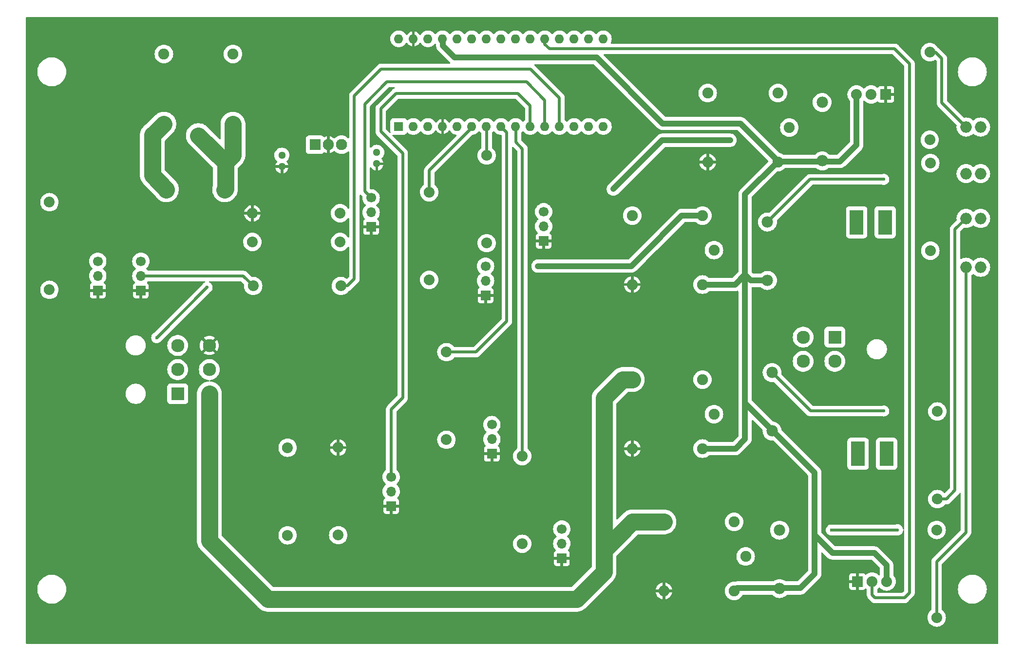
<source format=gbr>
%TF.GenerationSoftware,KiCad,Pcbnew,8.0.1*%
%TF.CreationDate,2024-04-05T01:50:22-04:00*%
%TF.ProjectId,Headlight Controller,48656164-6c69-4676-9874-20436f6e7472,rev?*%
%TF.SameCoordinates,Original*%
%TF.FileFunction,Copper,L2,Bot*%
%TF.FilePolarity,Positive*%
%FSLAX46Y46*%
G04 Gerber Fmt 4.6, Leading zero omitted, Abs format (unit mm)*
G04 Created by KiCad (PCBNEW 8.0.1) date 2024-04-05 01:50:22*
%MOMM*%
%LPD*%
G01*
G04 APERTURE LIST*
%TA.AperFunction,ComponentPad*%
%ADD10O,1.981200X1.981200*%
%TD*%
%TA.AperFunction,ComponentPad*%
%ADD11R,2.300000X2.300000*%
%TD*%
%TA.AperFunction,ComponentPad*%
%ADD12C,2.300000*%
%TD*%
%TA.AperFunction,ComponentPad*%
%ADD13O,1.879600X1.879600*%
%TD*%
%TA.AperFunction,ComponentPad*%
%ADD14O,2.000000X2.000000*%
%TD*%
%TA.AperFunction,ComponentPad*%
%ADD15R,1.700000X1.700000*%
%TD*%
%TA.AperFunction,ComponentPad*%
%ADD16O,1.700000X1.700000*%
%TD*%
%TA.AperFunction,ComponentPad*%
%ADD17C,1.700000*%
%TD*%
%TA.AperFunction,ComponentPad*%
%ADD18C,1.905000*%
%TD*%
%TA.AperFunction,ComponentPad*%
%ADD19R,1.930400X1.930400*%
%TD*%
%TA.AperFunction,ComponentPad*%
%ADD20O,1.930400X1.930400*%
%TD*%
%TA.AperFunction,ComponentPad*%
%ADD21C,1.930400*%
%TD*%
%TA.AperFunction,ComponentPad*%
%ADD22R,2.380000X4.285000*%
%TD*%
%TA.AperFunction,ComponentPad*%
%ADD23R,1.879600X1.879600*%
%TD*%
%TA.AperFunction,ComponentPad*%
%ADD24R,1.600000X1.600000*%
%TD*%
%TA.AperFunction,ComponentPad*%
%ADD25O,1.600000X1.600000*%
%TD*%
%TA.AperFunction,ComponentPad*%
%ADD26O,1.300000X1.300000*%
%TD*%
%TA.AperFunction,ViaPad*%
%ADD27C,0.600000*%
%TD*%
%TA.AperFunction,Conductor*%
%ADD28C,0.500000*%
%TD*%
%TA.AperFunction,Conductor*%
%ADD29C,1.000000*%
%TD*%
%TA.AperFunction,Conductor*%
%ADD30C,0.200000*%
%TD*%
%TA.AperFunction,Conductor*%
%ADD31C,3.000000*%
%TD*%
G04 APERTURE END LIST*
D10*
%TO.P,CR1,A,A*%
%TO.N,Net-(Q3-C)*%
X154400000Y-86120000D03*
%TO.P,CR1,C,K*%
%TO.N,/+5V*%
X154400000Y-96280000D03*
%TD*%
D11*
%TO.P,J2,1,1*%
%TO.N,/C2-1*%
X166102501Y-106154002D03*
D12*
%TO.P,J2,2,2*%
%TO.N,/C2-3*%
X166102501Y-110354001D03*
%TO.P,J2,3,3*%
%TO.N,/C2-2*%
X160602502Y-106154002D03*
%TO.P,J2,4,4*%
%TO.N,/C2-4*%
X160602502Y-110354001D03*
%TD*%
D13*
%TO.P,R7,1*%
%TO.N,/DG5*%
X98600000Y-108760000D03*
%TO.P,R7,2*%
%TO.N,Net-(Q5-B)*%
X98600000Y-124000000D03*
%TD*%
D14*
%TO.P,D4,1,K*%
%TO.N,/+5V*%
X191445100Y-94000000D03*
%TO.P,D4,2,A*%
%TO.N,Net-(D4-A)*%
X188905100Y-94000000D03*
%TD*%
D10*
%TO.P,CR3,A,A*%
%TO.N,Net-(Q5-C)*%
X155200000Y-112320000D03*
%TO.P,CR3,C,K*%
%TO.N,/+5V*%
X155200000Y-122480000D03*
%TD*%
D15*
%TO.P,Q1,1,E*%
%TO.N,GND*%
X85500000Y-87000000D03*
D16*
%TO.P,Q1,2,B*%
%TO.N,Net-(Q1-B)*%
X85500000Y-84460000D03*
D17*
%TO.P,Q1,3,C*%
%TO.N,/DG8*%
X85500000Y-81920000D03*
%TD*%
D18*
%TO.P,K2,1,1*%
%TO.N,/U2 IN+*%
X158199900Y-69700000D03*
%TO.P,K2,2,2*%
%TO.N,/+5V*%
X156199900Y-75700000D03*
%TO.P,K2,3,3*%
%TO.N,GND*%
X144000000Y-75700000D03*
%TO.P,K2,4,4*%
%TO.N,/12V-1*%
X144000000Y-63700000D03*
%TO.P,K2,5,5*%
%TO.N,Net-(Q4-C)*%
X156199900Y-63700000D03*
%TD*%
D13*
%TO.P,R4,1*%
%TO.N,Net-(Q2-B)*%
X79800000Y-140600000D03*
%TO.P,R4,2*%
%TO.N,GND*%
X79800000Y-125360000D03*
%TD*%
%TO.P,R5,1*%
%TO.N,/DG3*%
X95609890Y-80940000D03*
%TO.P,R5,2*%
%TO.N,Net-(Q3-B)*%
X95609890Y-96180000D03*
%TD*%
D19*
%TO.P,U1,1,IN*%
%TO.N,/VI*%
X75777500Y-72674100D03*
D20*
%TO.P,U1,2,GND*%
%TO.N,GND*%
X78063500Y-72674100D03*
D21*
%TO.P,U1,3,OUT*%
%TO.N,/+5V*%
X80349500Y-72674100D03*
%TD*%
D22*
%TO.P,U3,1,IN+*%
%TO.N,/U3 IN+*%
X175113000Y-126432000D03*
%TO.P,U3,2,IN-*%
%TO.N,/C2-3*%
X170134600Y-126432000D03*
D13*
%TO.P,U3,3,VCC*%
%TO.N,/+5V*%
X175113000Y-148657000D03*
%TO.P,U3,4,OUT*%
%TO.N,/A1*%
X172573000Y-148657000D03*
D23*
%TO.P,U3,5,GND*%
%TO.N,GND*%
X170033000Y-148657000D03*
%TD*%
D13*
%TO.P,R3,1*%
%TO.N,/Close Lamps*%
X71000000Y-125380000D03*
%TO.P,R3,2*%
%TO.N,Net-(Q2-B)*%
X71000000Y-140620000D03*
%TD*%
%TO.P,R13,1*%
%TO.N,Net-(D3-A)*%
X183900000Y-134320000D03*
%TO.P,R13,2*%
%TO.N,Net-(Q5-C)*%
X183900000Y-119080000D03*
%TD*%
D14*
%TO.P,D3,1,K*%
%TO.N,/+5V*%
X191445100Y-85500000D03*
%TO.P,D3,2,A*%
%TO.N,Net-(D3-A)*%
X188905100Y-85500000D03*
%TD*%
D11*
%TO.P,J1,1,1*%
%TO.N,/Close Lamps*%
X51897499Y-116000000D03*
D12*
%TO.P,J1,2,2*%
%TO.N,/Open Lamps*%
X51897499Y-111800001D03*
%TO.P,J1,3,3*%
%TO.N,/12V-1*%
X51897499Y-107600002D03*
%TO.P,J1,4,4*%
%TO.N,/12V-2*%
X57397498Y-116000000D03*
%TO.P,J1,5,5*%
%TO.N,unconnected-(J1-Pad5)*%
X57397498Y-111800001D03*
%TO.P,J1,6,6*%
%TO.N,GND*%
X57397498Y-107600002D03*
%TD*%
D14*
%TO.P,D1,1,K*%
%TO.N,/+5V*%
X191445100Y-77700000D03*
%TO.P,D1,2,A*%
%TO.N,Net-(D1-A)*%
X188905100Y-77700000D03*
%TD*%
D13*
%TO.P,R9,1*%
%TO.N,Net-(Q7-B)*%
X65010000Y-97250000D03*
%TO.P,R9,2*%
%TO.N,/DG9*%
X80250000Y-97250000D03*
%TD*%
D24*
%TO.P,A1,1,D1/TX*%
%TO.N,unconnected-(A1-D1{slash}TX-Pad1)*%
X90310000Y-69500000D03*
D25*
%TO.P,A1,2,D0/RX*%
%TO.N,unconnected-(A1-D0{slash}RX-Pad2)*%
X92850000Y-69500000D03*
%TO.P,A1,3,~{RESET}*%
%TO.N,unconnected-(A1-~{RESET}-Pad3)*%
X95390000Y-69500000D03*
%TO.P,A1,4,GND*%
%TO.N,GND*%
X97930000Y-69500000D03*
%TO.P,A1,5,D2*%
%TO.N,unconnected-(A1-D2-Pad5)*%
X100470000Y-69500000D03*
%TO.P,A1,6,D3*%
%TO.N,/DG3*%
X103010000Y-69500000D03*
%TO.P,A1,7,D4*%
%TO.N,/DG4*%
X105550000Y-69500000D03*
%TO.P,A1,8,D5*%
%TO.N,/DG5*%
X108090000Y-69500000D03*
%TO.P,A1,9,D6*%
%TO.N,/DG6*%
X110630000Y-69500000D03*
%TO.P,A1,10,D7*%
%TO.N,/DG7*%
X113170000Y-69500000D03*
%TO.P,A1,11,D8*%
%TO.N,/DG8*%
X115710000Y-69500000D03*
%TO.P,A1,12,D9*%
%TO.N,/DG9*%
X118250000Y-69500000D03*
%TO.P,A1,13,D10*%
%TO.N,unconnected-(A1-D10-Pad13)*%
X120790000Y-69500000D03*
%TO.P,A1,14,D11*%
%TO.N,unconnected-(A1-D11-Pad14)*%
X123330000Y-69500000D03*
%TO.P,A1,15,D12*%
%TO.N,unconnected-(A1-D12-Pad15)*%
X125870000Y-69500000D03*
%TO.P,A1,16,D13*%
%TO.N,unconnected-(A1-D13-Pad16)*%
X125870000Y-54260000D03*
%TO.P,A1,17,3V3*%
%TO.N,unconnected-(A1-3V3-Pad17)*%
X123330000Y-54260000D03*
%TO.P,A1,18,AREF*%
%TO.N,unconnected-(A1-AREF-Pad18)*%
X120790000Y-54260000D03*
%TO.P,A1,19,A0*%
%TO.N,/A0*%
X118250000Y-54260000D03*
%TO.P,A1,20,A1*%
%TO.N,/A1*%
X115710000Y-54260000D03*
%TO.P,A1,21,A2*%
%TO.N,unconnected-(A1-A2-Pad21)*%
X113170000Y-54260000D03*
%TO.P,A1,22,A3*%
%TO.N,unconnected-(A1-A3-Pad22)*%
X110630000Y-54260000D03*
%TO.P,A1,23,A4*%
%TO.N,unconnected-(A1-A4-Pad23)*%
X108090000Y-54260000D03*
%TO.P,A1,24,A5*%
%TO.N,unconnected-(A1-A5-Pad24)*%
X105550000Y-54260000D03*
%TO.P,A1,25,A6*%
%TO.N,unconnected-(A1-A6-Pad25)*%
X103010000Y-54260000D03*
%TO.P,A1,26,A7*%
%TO.N,unconnected-(A1-A7-Pad26)*%
X100470000Y-54260000D03*
%TO.P,A1,27,+5V*%
%TO.N,/+5V*%
X97930000Y-54260000D03*
%TO.P,A1,28,~{RESET}*%
%TO.N,unconnected-(A1-~{RESET}-Pad28)*%
X95390000Y-54260000D03*
%TO.P,A1,29,GND*%
%TO.N,GND*%
X92850000Y-54260000D03*
%TO.P,A1,30,VIN*%
%TO.N,unconnected-(A1-VIN-Pad30)*%
X90310000Y-54260000D03*
%TD*%
D26*
%TO.P,C1,1*%
%TO.N,/VI*%
X70000000Y-74500000D03*
%TO.P,C1,2*%
%TO.N,GND*%
X70000000Y-76500000D03*
%TD*%
D15*
%TO.P,Q3,1,E*%
%TO.N,GND*%
X105400000Y-98900000D03*
D16*
%TO.P,Q3,2,B*%
%TO.N,Net-(Q3-B)*%
X105400000Y-96360000D03*
D17*
%TO.P,Q3,3,C*%
%TO.N,Net-(Q3-C)*%
X105400000Y-93820000D03*
%TD*%
D26*
%TO.P,C2,1*%
%TO.N,/+5V*%
X86500000Y-74000000D03*
%TO.P,C2,2*%
%TO.N,GND*%
X86500000Y-76000000D03*
%TD*%
D15*
%TO.P,Q4,1,E*%
%TO.N,GND*%
X115500000Y-89420000D03*
D16*
%TO.P,Q4,2,B*%
%TO.N,Net-(Q4-B)*%
X115500000Y-86880000D03*
D17*
%TO.P,Q4,3,C*%
%TO.N,Net-(Q4-C)*%
X115500000Y-84340000D03*
%TD*%
D13*
%TO.P,R11,1*%
%TO.N,Net-(D1-A)*%
X182700000Y-91120000D03*
%TO.P,R11,2*%
%TO.N,Net-(Q3-C)*%
X182700000Y-75880000D03*
%TD*%
%TO.P,R8,1*%
%TO.N,/DG6*%
X111764945Y-126860000D03*
%TO.P,R8,2*%
%TO.N,Net-(Q6-B)*%
X111764945Y-142100000D03*
%TD*%
D18*
%TO.P,K1,1,1*%
%TO.N,/C2-2*%
X145100100Y-91000000D03*
%TO.P,K1,2,2*%
%TO.N,/+5V*%
X143100100Y-97000000D03*
%TO.P,K1,3,3*%
%TO.N,GND*%
X130900200Y-97000000D03*
%TO.P,K1,4,4*%
%TO.N,/12V-1*%
X130900200Y-85000000D03*
%TO.P,K1,5,5*%
%TO.N,Net-(Q3-C)*%
X143100100Y-85000000D03*
%TD*%
D15*
%TO.P,Q7,1,E*%
%TO.N,GND*%
X45500000Y-98040000D03*
D16*
%TO.P,Q7,2,B*%
%TO.N,Net-(Q7-B)*%
X45500000Y-95500000D03*
D17*
%TO.P,Q7,3,C*%
%TO.N,Net-(Q7-C)*%
X45500000Y-92960000D03*
%TD*%
D18*
%TO.P,K3,1,1*%
%TO.N,/C2-4*%
X145100100Y-119535000D03*
%TO.P,K3,2,2*%
%TO.N,/+5V*%
X143100100Y-125535000D03*
%TO.P,K3,3,3*%
%TO.N,GND*%
X130900200Y-125535000D03*
%TO.P,K3,4,4*%
%TO.N,/12V-2*%
X130900200Y-113535000D03*
%TO.P,K3,5,5*%
%TO.N,Net-(Q5-C)*%
X143100100Y-113535000D03*
%TD*%
D15*
%TO.P,Q6,1,E*%
%TO.N,GND*%
X118655055Y-144620000D03*
D16*
%TO.P,Q6,2,B*%
%TO.N,Net-(Q6-B)*%
X118655055Y-142080000D03*
D17*
%TO.P,Q6,3,C*%
%TO.N,Net-(Q6-C)*%
X118655055Y-139540000D03*
%TD*%
D15*
%TO.P,Q2,1,E*%
%TO.N,GND*%
X89000000Y-135540000D03*
D16*
%TO.P,Q2,2,B*%
%TO.N,Net-(Q2-B)*%
X89000000Y-133000000D03*
D17*
%TO.P,Q2,3,C*%
%TO.N,/DG7*%
X89000000Y-130460000D03*
%TD*%
D22*
%TO.P,U2,1,IN+*%
%TO.N,/U2 IN+*%
X169887000Y-86168000D03*
%TO.P,U2,2,IN-*%
%TO.N,/C2-1*%
X174865400Y-86168000D03*
D13*
%TO.P,U2,3,VCC*%
%TO.N,/+5V*%
X169887000Y-63943000D03*
%TO.P,U2,4,OUT*%
%TO.N,/A0*%
X172427000Y-63943000D03*
D23*
%TO.P,U2,5,GND*%
%TO.N,GND*%
X174967000Y-63943000D03*
%TD*%
D13*
%TO.P,R6,1*%
%TO.N,/DG4*%
X105600000Y-74560000D03*
%TO.P,R6,2*%
%TO.N,Net-(Q4-B)*%
X105600000Y-89800000D03*
%TD*%
D10*
%TO.P,CR4,A,A*%
%TO.N,Net-(Q6-C)*%
X156500000Y-139720000D03*
%TO.P,CR4,C,K*%
%TO.N,/+5V*%
X156500000Y-149880000D03*
%TD*%
D15*
%TO.P,Q8,1,E*%
%TO.N,GND*%
X38000000Y-98040000D03*
D16*
%TO.P,Q8,2,B*%
%TO.N,Net-(Q8-B)*%
X38000000Y-95500000D03*
D17*
%TO.P,Q8,3,C*%
%TO.N,Net-(Q7-C)*%
X38000000Y-92960000D03*
%TD*%
D13*
%TO.P,R14,1*%
%TO.N,Net-(D4-A)*%
X183800000Y-154920000D03*
%TO.P,R14,2*%
%TO.N,Net-(Q6-C)*%
X183800000Y-139680000D03*
%TD*%
D18*
%TO.P,K5,1,1*%
%TO.N,/12V-1*%
X55500000Y-71100100D03*
%TO.P,K5,2,2*%
%TO.N,Net-(Q7-C)*%
X49500000Y-69100100D03*
%TO.P,K5,3,3*%
%TO.N,unconnected-(K5-Pad3)*%
X49500000Y-56900200D03*
%TO.P,K5,4,4*%
%TO.N,/VI*%
X61500000Y-56900200D03*
%TO.P,K5,5,5*%
%TO.N,/12V-1*%
X61500000Y-69100100D03*
%TD*%
D13*
%TO.P,R1,1*%
%TO.N,/Open Lamps*%
X64880000Y-89600000D03*
%TO.P,R1,2*%
%TO.N,Net-(Q1-B)*%
X80120000Y-89600000D03*
%TD*%
D15*
%TO.P,Q5,1,E*%
%TO.N,GND*%
X106490110Y-126440000D03*
D16*
%TO.P,Q5,2,B*%
%TO.N,Net-(Q5-B)*%
X106490110Y-123900000D03*
D17*
%TO.P,Q5,3,C*%
%TO.N,Net-(Q5-C)*%
X106490110Y-121360000D03*
%TD*%
D10*
%TO.P,CR5,A,A*%
%TO.N,Net-(Q7-C)*%
X49920000Y-80500000D03*
%TO.P,CR5,C,K*%
%TO.N,/12V-1*%
X60080000Y-80500000D03*
%TD*%
D13*
%TO.P,R2,1*%
%TO.N,Net-(Q1-B)*%
X80120000Y-84600000D03*
%TO.P,R2,2*%
%TO.N,GND*%
X64880000Y-84600000D03*
%TD*%
D18*
%TO.P,K4,1,1*%
%TO.N,/U3 IN+*%
X150600100Y-144300001D03*
%TO.P,K4,2,2*%
%TO.N,/+5V*%
X148600100Y-150300001D03*
%TO.P,K4,3,3*%
%TO.N,GND*%
X136400200Y-150300001D03*
%TO.P,K4,4,4*%
%TO.N,/12V-2*%
X136400200Y-138300001D03*
%TO.P,K4,5,5*%
%TO.N,Net-(Q6-C)*%
X148600100Y-138300001D03*
%TD*%
D13*
%TO.P,R12,1*%
%TO.N,Net-(D2-A)*%
X182600000Y-56580000D03*
%TO.P,R12,2*%
%TO.N,Net-(Q4-C)*%
X182600000Y-71820000D03*
%TD*%
%TO.P,R10,1*%
%TO.N,Net-(Q8-B)*%
X29600000Y-82680000D03*
%TO.P,R10,2*%
%TO.N,/Open Lamps*%
X29600000Y-97920000D03*
%TD*%
D14*
%TO.P,D2,1,K*%
%TO.N,/+5V*%
X191445100Y-69600000D03*
%TO.P,D2,2,A*%
%TO.N,Net-(D2-A)*%
X188905100Y-69600000D03*
%TD*%
D10*
%TO.P,CR2,A,A*%
%TO.N,Net-(Q4-C)*%
X163900000Y-65320000D03*
%TO.P,CR2,C,K*%
%TO.N,/+5V*%
X163900000Y-75480000D03*
%TD*%
D27*
%TO.N,GND*%
X104700000Y-66300000D03*
X94700000Y-66300000D03*
%TO.N,Net-(Q3-C)*%
X174600000Y-78700000D03*
X114500000Y-93800000D03*
%TO.N,Net-(Q4-C)*%
X127600000Y-80400000D03*
X147900000Y-71900000D03*
%TO.N,Net-(Q5-C)*%
X174600000Y-119000000D03*
%TO.N,Net-(Q6-C)*%
X177000000Y-139680000D03*
X165500000Y-139700000D03*
%TO.N,/Open Lamps*%
X57000000Y-97500000D03*
X48250000Y-106250000D03*
%TD*%
D28*
%TO.N,/Open Lamps*%
X57000000Y-97500000D02*
X48250000Y-106250000D01*
D29*
%TO.N,/+5V*%
X148865001Y-125534999D02*
X142858249Y-125534999D01*
X150500000Y-123900000D02*
X148865001Y-125534999D01*
X150500000Y-115600000D02*
X150500000Y-123900000D01*
X148800000Y-97000000D02*
X143100100Y-97000000D01*
X150500000Y-95300000D02*
X148800000Y-97000000D01*
X154400000Y-96280000D02*
X151480000Y-96280000D01*
X151480000Y-96280000D02*
X150500000Y-95300000D01*
X150500000Y-81300000D02*
X150500000Y-117600000D01*
X150500000Y-117600000D02*
X162600000Y-129700000D01*
X156200000Y-75600000D02*
X150500000Y-81300000D01*
X156300000Y-75600000D02*
X156200000Y-75600000D01*
X162600000Y-129700000D02*
X162600000Y-140600000D01*
D28*
%TO.N,Net-(D4-A)*%
X183800000Y-145200000D02*
X183800000Y-154920000D01*
X188905100Y-140094900D02*
X183800000Y-145200000D01*
X188905100Y-94000000D02*
X188905100Y-140094900D01*
%TO.N,Net-(D2-A)*%
X184700000Y-57700000D02*
X184700000Y-65394900D01*
X183580000Y-56580000D02*
X184700000Y-57700000D01*
X184700000Y-65394900D02*
X188905100Y-69600000D01*
X182600000Y-56580000D02*
X183580000Y-56580000D01*
%TO.N,/DG3*%
X95609890Y-80940000D02*
X95609890Y-77170110D01*
X95609890Y-77170110D02*
X103010000Y-69770000D01*
X103010000Y-69770000D02*
X103010000Y-69500000D01*
%TO.N,/A1*%
X176500000Y-56000000D02*
X116500000Y-56000000D01*
X179100000Y-58600000D02*
X176500000Y-56000000D01*
X116500000Y-56000000D02*
X115710000Y-55210000D01*
X179100000Y-150600000D02*
X179100000Y-58600000D01*
X172573000Y-150973000D02*
X173100000Y-151500000D01*
X172573000Y-148657000D02*
X172573000Y-150973000D01*
X173100000Y-151500000D02*
X178200000Y-151500000D01*
X178200000Y-151500000D02*
X179100000Y-150600000D01*
X115710000Y-55210000D02*
X115710000Y-54260000D01*
%TO.N,/DG9*%
X118250000Y-64500000D02*
X118250000Y-69500000D01*
X82600000Y-64150000D02*
X87250000Y-59500000D01*
X80250000Y-97250000D02*
X81370000Y-97250000D01*
X87250000Y-59500000D02*
X113250000Y-59500000D01*
X113250000Y-59500000D02*
X118250000Y-64500000D01*
X81370000Y-97250000D02*
X82600000Y-96020000D01*
X82600000Y-96020000D02*
X82600000Y-64150000D01*
%TO.N,/DG4*%
X105600000Y-74560000D02*
X105600000Y-69550000D01*
X105600000Y-69550000D02*
X105550000Y-69500000D01*
%TO.N,/DG7*%
X89000000Y-118700000D02*
X91000000Y-116700000D01*
X113170000Y-65870000D02*
X113170000Y-69500000D01*
X87200000Y-70400000D02*
X87200000Y-66400000D01*
X111050000Y-63750000D02*
X113170000Y-65870000D01*
X91000000Y-74200000D02*
X87200000Y-70400000D01*
X89000000Y-130460000D02*
X89000000Y-118700000D01*
X87200000Y-66400000D02*
X89850000Y-63750000D01*
X91000000Y-116700000D02*
X91000000Y-74200000D01*
X89850000Y-63750000D02*
X111050000Y-63750000D01*
%TO.N,/DG8*%
X112550000Y-61750000D02*
X115710000Y-64910000D01*
X88250000Y-61750000D02*
X112550000Y-61750000D01*
X84400000Y-80820000D02*
X84400000Y-65600000D01*
X115710000Y-64910000D02*
X115710000Y-69500000D01*
X85500000Y-81920000D02*
X84400000Y-80820000D01*
X84400000Y-65600000D02*
X88250000Y-61750000D01*
%TO.N,/DG5*%
X109100000Y-103400000D02*
X109100000Y-70510000D01*
X109100000Y-70510000D02*
X108090000Y-69500000D01*
X98600000Y-108760000D02*
X103740000Y-108760000D01*
X103740000Y-108760000D02*
X109100000Y-103400000D01*
%TO.N,/DG6*%
X110660000Y-72240000D02*
X110660000Y-69530000D01*
X110660000Y-69530000D02*
X110630000Y-69500000D01*
X111800000Y-126824945D02*
X111800000Y-73380000D01*
X111764945Y-126860000D02*
X111800000Y-126824945D01*
X111800000Y-73380000D02*
X110660000Y-72240000D01*
D29*
%TO.N,/+5V*%
X162600000Y-147300000D02*
X160100000Y-149800000D01*
X162600000Y-140600000D02*
X165700000Y-143700000D01*
X97960000Y-54290000D02*
X97960000Y-55460000D01*
X149100101Y-149800000D02*
X148600100Y-150300001D01*
X169887000Y-63943000D02*
X169887000Y-70400000D01*
X97930000Y-54260000D02*
X97960000Y-54290000D01*
X100000000Y-57500000D02*
X124700000Y-57500000D01*
X169887000Y-70400000D02*
X169887000Y-72713000D01*
X160100000Y-149800000D02*
X149100101Y-149800000D01*
X165700000Y-143700000D02*
X173000000Y-143700000D01*
X148600100Y-150300001D02*
X148600798Y-150300000D01*
X97960000Y-55460000D02*
X100000000Y-57500000D01*
X169887000Y-72713000D02*
X167000000Y-75600000D01*
X149700000Y-69000000D02*
X156300000Y-75600000D01*
X162600000Y-140600000D02*
X162600000Y-147300000D01*
X173000000Y-143700000D02*
X175113000Y-145813000D01*
X124700000Y-57500000D02*
X136200000Y-69000000D01*
X136200000Y-69000000D02*
X149700000Y-69000000D01*
X167000000Y-75600000D02*
X156300000Y-75600000D01*
X175113000Y-145813000D02*
X175113000Y-148657000D01*
%TO.N,Net-(Q3-C)*%
X139500000Y-85000000D02*
X132400000Y-92100000D01*
X143100100Y-85000000D02*
X139500000Y-85000000D01*
X132400000Y-92100000D02*
X130700000Y-93800000D01*
D28*
X174600000Y-78700000D02*
X161820000Y-78700000D01*
X161820000Y-78700000D02*
X154400000Y-86120000D01*
D29*
X130700000Y-93800000D02*
X114500000Y-93800000D01*
%TO.N,Net-(Q4-C)*%
X136100000Y-71900000D02*
X127600000Y-80400000D01*
D30*
X156320000Y-63580002D02*
X156300000Y-63600002D01*
D29*
X147900000Y-71900000D02*
X136100000Y-71900000D01*
D28*
%TO.N,Net-(Q5-C)*%
X161880000Y-119000000D02*
X155200000Y-112320000D01*
X174600000Y-119000000D02*
X161880000Y-119000000D01*
%TO.N,Net-(Q6-C)*%
X176980000Y-139700000D02*
X165500000Y-139700000D01*
X177000000Y-139680000D02*
X176980000Y-139700000D01*
D31*
%TO.N,/12V-1*%
X60199950Y-80380050D02*
X60080000Y-80500000D01*
X61500000Y-74500000D02*
X60199950Y-75800050D01*
X61500000Y-69100100D02*
X61500000Y-74500000D01*
X60199950Y-75800050D02*
X60199950Y-80380050D01*
X60199950Y-75800050D02*
X55500000Y-71100100D01*
%TO.N,Net-(Q7-C)*%
X49920000Y-80500000D02*
X49920000Y-80420000D01*
X47600100Y-71000000D02*
X49500000Y-69100100D01*
X47500000Y-78000000D02*
X47500000Y-71000000D01*
X49920000Y-80420000D02*
X47500000Y-78000000D01*
X47500000Y-71000000D02*
X47600100Y-71000000D01*
D28*
%TO.N,Net-(D3-A)*%
X185480000Y-134320000D02*
X183900000Y-134320000D01*
X188905100Y-85500000D02*
X187000000Y-87405100D01*
X187000000Y-87405100D02*
X187000000Y-132800000D01*
X187000000Y-132800000D02*
X185480000Y-134320000D01*
D31*
%TO.N,/12V-2*%
X126000000Y-143250000D02*
X126000000Y-116750000D01*
X57397498Y-116000000D02*
X57397498Y-141597498D01*
X129215000Y-113535000D02*
X130900200Y-113535000D01*
X126000000Y-116750000D02*
X129215000Y-113535000D01*
X57397498Y-141597498D02*
X67550000Y-151750000D01*
X126000000Y-147000000D02*
X126000000Y-143250000D01*
X121250000Y-151750000D02*
X126000000Y-147000000D01*
X130949999Y-138300001D02*
X136400200Y-138300001D01*
X67550000Y-151750000D02*
X121250000Y-151750000D01*
X126000000Y-143250000D02*
X130949999Y-138300001D01*
D28*
%TO.N,Net-(Q7-B)*%
X63260000Y-95500000D02*
X65010000Y-97250000D01*
X45500000Y-95500000D02*
X63260000Y-95500000D01*
%TD*%
%TA.AperFunction,Conductor*%
%TO.N,GND*%
G36*
X176140483Y-56925485D02*
G01*
X176161125Y-56942119D01*
X178157881Y-58938875D01*
X178191366Y-59000198D01*
X178194200Y-59026556D01*
X178194200Y-139529475D01*
X178174515Y-139596514D01*
X178121711Y-139642269D01*
X178052553Y-139652213D01*
X177988997Y-139623188D01*
X177951223Y-139564410D01*
X177946797Y-139541629D01*
X177945600Y-139529475D01*
X177941971Y-139492630D01*
X177887317Y-139312461D01*
X177852997Y-139248253D01*
X177798567Y-139146421D01*
X177798563Y-139146414D01*
X177679123Y-139000876D01*
X177533585Y-138881436D01*
X177533578Y-138881432D01*
X177367540Y-138792683D01*
X177187372Y-138738029D01*
X177000000Y-138719575D01*
X176812627Y-138738029D01*
X176645063Y-138788860D01*
X176609067Y-138794200D01*
X165825005Y-138794200D01*
X165789010Y-138788861D01*
X165687368Y-138758028D01*
X165500000Y-138739575D01*
X165312627Y-138758029D01*
X165132459Y-138812683D01*
X164966421Y-138901432D01*
X164966414Y-138901436D01*
X164820876Y-139020876D01*
X164701436Y-139166414D01*
X164701432Y-139166421D01*
X164612683Y-139332459D01*
X164558029Y-139512627D01*
X164539575Y-139700000D01*
X164558029Y-139887372D01*
X164612683Y-140067540D01*
X164701432Y-140233578D01*
X164701436Y-140233585D01*
X164820876Y-140379123D01*
X164966414Y-140498563D01*
X164966421Y-140498567D01*
X165132459Y-140587316D01*
X165132461Y-140587317D01*
X165312630Y-140641971D01*
X165500000Y-140660425D01*
X165687370Y-140641971D01*
X165757270Y-140620767D01*
X165789010Y-140611139D01*
X165825005Y-140605800D01*
X176740929Y-140605800D01*
X176776924Y-140611139D01*
X176790194Y-140615165D01*
X176812629Y-140621971D01*
X176829428Y-140623625D01*
X177000000Y-140640425D01*
X177187370Y-140621971D01*
X177367539Y-140567317D01*
X177533584Y-140478564D01*
X177679123Y-140359123D01*
X177798564Y-140213584D01*
X177887317Y-140047539D01*
X177941971Y-139867370D01*
X177946797Y-139818370D01*
X177972958Y-139753583D01*
X178029992Y-139713224D01*
X178099792Y-139710107D01*
X178160197Y-139745221D01*
X178192028Y-139807419D01*
X178194200Y-139830524D01*
X178194200Y-150173443D01*
X178174515Y-150240482D01*
X178157881Y-150261124D01*
X177861125Y-150557881D01*
X177799802Y-150591366D01*
X177773444Y-150594200D01*
X173602800Y-150594200D01*
X173535761Y-150574515D01*
X173490006Y-150521711D01*
X173478800Y-150470200D01*
X173478800Y-150038891D01*
X173498485Y-149971852D01*
X173522268Y-149944601D01*
X173573217Y-149901086D01*
X173704748Y-149788748D01*
X173748711Y-149737273D01*
X173807216Y-149699082D01*
X173877084Y-149698582D01*
X173936130Y-149735936D01*
X173937212Y-149737184D01*
X173981251Y-149788747D01*
X173981252Y-149788748D01*
X174172232Y-149951861D01*
X174172234Y-149951862D01*
X174386373Y-150083086D01*
X174386376Y-150083088D01*
X174604514Y-150173443D01*
X174618408Y-150179198D01*
X174862621Y-150237829D01*
X175113000Y-150257534D01*
X175363379Y-150237829D01*
X175607592Y-150179198D01*
X175723609Y-150131142D01*
X175839623Y-150083088D01*
X175839624Y-150083087D01*
X175839627Y-150083086D01*
X176053770Y-149951859D01*
X176244748Y-149788748D01*
X176407859Y-149597770D01*
X176539086Y-149383627D01*
X176635198Y-149151592D01*
X176693829Y-148907379D01*
X176713534Y-148657000D01*
X176693829Y-148406621D01*
X176635198Y-148162408D01*
X176596724Y-148069523D01*
X176539088Y-147930376D01*
X176539086Y-147930373D01*
X176407862Y-147716234D01*
X176407861Y-147716233D01*
X176407860Y-147716232D01*
X176407859Y-147716230D01*
X176323263Y-147617181D01*
X176298509Y-147588197D01*
X176269939Y-147524436D01*
X176268800Y-147507666D01*
X176268800Y-145722032D01*
X176254074Y-145629059D01*
X176254074Y-145629058D01*
X176240340Y-145542349D01*
X176240339Y-145542345D01*
X176240339Y-145542344D01*
X176184123Y-145369329D01*
X176184122Y-145369328D01*
X176184122Y-145369326D01*
X176143302Y-145289214D01*
X176101529Y-145207229D01*
X175994595Y-145060047D01*
X175865953Y-144931405D01*
X173752953Y-142818405D01*
X173752949Y-142818401D01*
X173680457Y-142765734D01*
X173680455Y-142765731D01*
X173605774Y-142711473D01*
X173605773Y-142711472D01*
X173605771Y-142711471D01*
X173524722Y-142670174D01*
X173443670Y-142628876D01*
X173270654Y-142572660D01*
X173135885Y-142551315D01*
X173090964Y-142544200D01*
X173090963Y-142544200D01*
X166230110Y-142544200D01*
X166163071Y-142524515D01*
X166142429Y-142507881D01*
X163792119Y-140157571D01*
X163758634Y-140096248D01*
X163755800Y-140069890D01*
X163755800Y-129609031D01*
X163738868Y-129502130D01*
X163727340Y-129429346D01*
X163671125Y-129256334D01*
X163671123Y-129256331D01*
X163671122Y-129256326D01*
X163598691Y-129114174D01*
X163598691Y-129114173D01*
X163588531Y-129094233D01*
X163588528Y-129094227D01*
X163481597Y-128947050D01*
X163481592Y-128947044D01*
X163175281Y-128640733D01*
X168288800Y-128640733D01*
X168291725Y-128677903D01*
X168291726Y-128677909D01*
X168337951Y-128837015D01*
X168337952Y-128837018D01*
X168422295Y-128979635D01*
X168422302Y-128979644D01*
X168539455Y-129096797D01*
X168539459Y-129096800D01*
X168539461Y-129096802D01*
X168682080Y-129181147D01*
X168724039Y-129193337D01*
X168841190Y-129227373D01*
X168841193Y-129227373D01*
X168841195Y-129227374D01*
X168878374Y-129230300D01*
X168878382Y-129230300D01*
X171390818Y-129230300D01*
X171390826Y-129230300D01*
X171428005Y-129227374D01*
X171428007Y-129227373D01*
X171428009Y-129227373D01*
X171469964Y-129215183D01*
X171587120Y-129181147D01*
X171729739Y-129096802D01*
X171846902Y-128979639D01*
X171931247Y-128837020D01*
X171977474Y-128677905D01*
X171980399Y-128640733D01*
X173267200Y-128640733D01*
X173270125Y-128677903D01*
X173270126Y-128677909D01*
X173316351Y-128837015D01*
X173316352Y-128837018D01*
X173400695Y-128979635D01*
X173400702Y-128979644D01*
X173517855Y-129096797D01*
X173517859Y-129096800D01*
X173517861Y-129096802D01*
X173660480Y-129181147D01*
X173702439Y-129193337D01*
X173819590Y-129227373D01*
X173819593Y-129227373D01*
X173819595Y-129227374D01*
X173856774Y-129230300D01*
X173856782Y-129230300D01*
X176369218Y-129230300D01*
X176369226Y-129230300D01*
X176406405Y-129227374D01*
X176406407Y-129227373D01*
X176406409Y-129227373D01*
X176448364Y-129215183D01*
X176565520Y-129181147D01*
X176708139Y-129096802D01*
X176825302Y-128979639D01*
X176909647Y-128837020D01*
X176955874Y-128677905D01*
X176958800Y-128640726D01*
X176958800Y-124223274D01*
X176955874Y-124186095D01*
X176951387Y-124170651D01*
X176909648Y-124026984D01*
X176909647Y-124026981D01*
X176909647Y-124026980D01*
X176825302Y-123884361D01*
X176825300Y-123884359D01*
X176825297Y-123884355D01*
X176708144Y-123767202D01*
X176708135Y-123767195D01*
X176565518Y-123682852D01*
X176565515Y-123682851D01*
X176406409Y-123636626D01*
X176406403Y-123636625D01*
X176369233Y-123633700D01*
X176369226Y-123633700D01*
X173856774Y-123633700D01*
X173856766Y-123633700D01*
X173819596Y-123636625D01*
X173819590Y-123636626D01*
X173660484Y-123682851D01*
X173660481Y-123682852D01*
X173517864Y-123767195D01*
X173517855Y-123767202D01*
X173400702Y-123884355D01*
X173400695Y-123884364D01*
X173316352Y-124026981D01*
X173316351Y-124026984D01*
X173270126Y-124186090D01*
X173270125Y-124186096D01*
X173267200Y-124223266D01*
X173267200Y-128640733D01*
X171980399Y-128640733D01*
X171980400Y-128640726D01*
X171980400Y-124223274D01*
X171977474Y-124186095D01*
X171972987Y-124170651D01*
X171931248Y-124026984D01*
X171931247Y-124026981D01*
X171931247Y-124026980D01*
X171846902Y-123884361D01*
X171846900Y-123884359D01*
X171846897Y-123884355D01*
X171729744Y-123767202D01*
X171729735Y-123767195D01*
X171587118Y-123682852D01*
X171587115Y-123682851D01*
X171428009Y-123636626D01*
X171428003Y-123636625D01*
X171390833Y-123633700D01*
X171390826Y-123633700D01*
X168878374Y-123633700D01*
X168878366Y-123633700D01*
X168841196Y-123636625D01*
X168841190Y-123636626D01*
X168682084Y-123682851D01*
X168682081Y-123682852D01*
X168539464Y-123767195D01*
X168539455Y-123767202D01*
X168422302Y-123884355D01*
X168422295Y-123884364D01*
X168337952Y-124026981D01*
X168337951Y-124026984D01*
X168291726Y-124186090D01*
X168291725Y-124186096D01*
X168288800Y-124223266D01*
X168288800Y-128640733D01*
X163175281Y-128640733D01*
X156869909Y-122335361D01*
X156836424Y-122274038D01*
X156833972Y-122257408D01*
X156831158Y-122221652D01*
X156788922Y-122045726D01*
X156770661Y-121969661D01*
X156671489Y-121730239D01*
X156671489Y-121730238D01*
X156536087Y-121509282D01*
X156536086Y-121509281D01*
X156536085Y-121509280D01*
X156536084Y-121509278D01*
X156367780Y-121312220D01*
X156170722Y-121143916D01*
X156170720Y-121143914D01*
X156170718Y-121143913D01*
X156170717Y-121143912D01*
X155949761Y-121008510D01*
X155710334Y-120909337D01*
X155458351Y-120848842D01*
X155458344Y-120848841D01*
X155422586Y-120846026D01*
X155357298Y-120821140D01*
X155344638Y-120810090D01*
X151692119Y-117157571D01*
X151658634Y-117096248D01*
X151655800Y-117069890D01*
X151655800Y-112320000D01*
X153548509Y-112320000D01*
X153568842Y-112578353D01*
X153629337Y-112830334D01*
X153728510Y-113069761D01*
X153863912Y-113290717D01*
X153863913Y-113290718D01*
X153863914Y-113290720D01*
X153863916Y-113290722D01*
X154032220Y-113487780D01*
X154229278Y-113656084D01*
X154229280Y-113656085D01*
X154229281Y-113656086D01*
X154229282Y-113656087D01*
X154450238Y-113791489D01*
X154515693Y-113818601D01*
X154689661Y-113890661D01*
X154941650Y-113951158D01*
X155200000Y-113971491D01*
X155458350Y-113951158D01*
X155464855Y-113949596D01*
X155534635Y-113953080D01*
X155581492Y-113982486D01*
X161173293Y-119574287D01*
X161173322Y-119574318D01*
X161302583Y-119703579D01*
X161302586Y-119703581D01*
X161427987Y-119787371D01*
X161450943Y-119802710D01*
X161615788Y-119870991D01*
X161615792Y-119870991D01*
X161615793Y-119870992D01*
X161790784Y-119905801D01*
X161790787Y-119905801D01*
X161975328Y-119905801D01*
X161975348Y-119905800D01*
X174274995Y-119905800D01*
X174310990Y-119911139D01*
X174351637Y-119923469D01*
X174412630Y-119941971D01*
X174600000Y-119960425D01*
X174787370Y-119941971D01*
X174967539Y-119887317D01*
X175133584Y-119798564D01*
X175279123Y-119679123D01*
X175398564Y-119533584D01*
X175487317Y-119367539D01*
X175541971Y-119187370D01*
X175560425Y-119000000D01*
X175541971Y-118812630D01*
X175487317Y-118632461D01*
X175487316Y-118632459D01*
X175398567Y-118466421D01*
X175398563Y-118466414D01*
X175279123Y-118320876D01*
X175133585Y-118201436D01*
X175133578Y-118201432D01*
X174967540Y-118112683D01*
X174787372Y-118058029D01*
X174600000Y-118039575D01*
X174412631Y-118058028D01*
X174310990Y-118088861D01*
X174274995Y-118094200D01*
X162306556Y-118094200D01*
X162239517Y-118074515D01*
X162218875Y-118057881D01*
X156862486Y-112701492D01*
X156829001Y-112640169D01*
X156829595Y-112584855D01*
X156831158Y-112578350D01*
X156851491Y-112320000D01*
X156831158Y-112061650D01*
X156770661Y-111809661D01*
X156709842Y-111662831D01*
X156671489Y-111570238D01*
X156536087Y-111349282D01*
X156536086Y-111349281D01*
X156536085Y-111349280D01*
X156536084Y-111349278D01*
X156367780Y-111152220D01*
X156170722Y-110983916D01*
X156170720Y-110983914D01*
X156170718Y-110983913D01*
X156170717Y-110983912D01*
X155949761Y-110848510D01*
X155710334Y-110749337D01*
X155458353Y-110688842D01*
X155200000Y-110668509D01*
X154941646Y-110688842D01*
X154689665Y-110749337D01*
X154450238Y-110848510D01*
X154229282Y-110983912D01*
X154229281Y-110983913D01*
X154032220Y-111152220D01*
X153863913Y-111349281D01*
X153863912Y-111349282D01*
X153728510Y-111570238D01*
X153629337Y-111809665D01*
X153568842Y-112061646D01*
X153548509Y-112320000D01*
X151655800Y-112320000D01*
X151655800Y-110354005D01*
X158791638Y-110354005D01*
X158811862Y-110623886D01*
X158811863Y-110623891D01*
X158872086Y-110887749D01*
X158872088Y-110887758D01*
X158872090Y-110887763D01*
X158970970Y-111139705D01*
X159106296Y-111374097D01*
X159198110Y-111489228D01*
X159275048Y-111585705D01*
X159462339Y-111759484D01*
X159473447Y-111769791D01*
X159697070Y-111922255D01*
X159940919Y-112039687D01*
X160199547Y-112119463D01*
X160199548Y-112119463D01*
X160199551Y-112119464D01*
X160467168Y-112159800D01*
X160467173Y-112159800D01*
X160467176Y-112159801D01*
X160467177Y-112159801D01*
X160737827Y-112159801D01*
X160737828Y-112159801D01*
X160737835Y-112159800D01*
X161005452Y-112119464D01*
X161005453Y-112119463D01*
X161005457Y-112119463D01*
X161264085Y-112039687D01*
X161507934Y-111922255D01*
X161731557Y-111769791D01*
X161917374Y-111597378D01*
X161929955Y-111585705D01*
X161929955Y-111585703D01*
X161929959Y-111585701D01*
X162098708Y-111374097D01*
X162234034Y-111139705D01*
X162332914Y-110887763D01*
X162393140Y-110623896D01*
X162393141Y-110623886D01*
X162413366Y-110354005D01*
X164291637Y-110354005D01*
X164311861Y-110623886D01*
X164311862Y-110623891D01*
X164372085Y-110887749D01*
X164372087Y-110887758D01*
X164372089Y-110887763D01*
X164470969Y-111139705D01*
X164606295Y-111374097D01*
X164698109Y-111489228D01*
X164775047Y-111585705D01*
X164962338Y-111759484D01*
X164973446Y-111769791D01*
X165197069Y-111922255D01*
X165440918Y-112039687D01*
X165699546Y-112119463D01*
X165699547Y-112119463D01*
X165699550Y-112119464D01*
X165967167Y-112159800D01*
X165967172Y-112159800D01*
X165967175Y-112159801D01*
X165967176Y-112159801D01*
X166237826Y-112159801D01*
X166237827Y-112159801D01*
X166237834Y-112159800D01*
X166505451Y-112119464D01*
X166505452Y-112119463D01*
X166505456Y-112119463D01*
X166764084Y-112039687D01*
X167007933Y-111922255D01*
X167231556Y-111769791D01*
X167417373Y-111597378D01*
X167429954Y-111585705D01*
X167429954Y-111585703D01*
X167429958Y-111585701D01*
X167598707Y-111374097D01*
X167734033Y-111139705D01*
X167832913Y-110887763D01*
X167893139Y-110623896D01*
X167893140Y-110623886D01*
X167913365Y-110354005D01*
X167913365Y-110353996D01*
X167893140Y-110084115D01*
X167893139Y-110084110D01*
X167893139Y-110084106D01*
X167832913Y-109820239D01*
X167734033Y-109568297D01*
X167598707Y-109333905D01*
X167429958Y-109122301D01*
X167429957Y-109122300D01*
X167429954Y-109122296D01*
X167231556Y-108938211D01*
X167075336Y-108831702D01*
X167007933Y-108785747D01*
X167007930Y-108785746D01*
X167007928Y-108785744D01*
X166764084Y-108668315D01*
X166505457Y-108588539D01*
X166505451Y-108588537D01*
X166237834Y-108548201D01*
X166237827Y-108548201D01*
X165967175Y-108548201D01*
X165967167Y-108548201D01*
X165699550Y-108588537D01*
X165699544Y-108588539D01*
X165440917Y-108668315D01*
X165197073Y-108785744D01*
X164973445Y-108938211D01*
X164775047Y-109122296D01*
X164606295Y-109333905D01*
X164470969Y-109568296D01*
X164372091Y-109820233D01*
X164372085Y-109820252D01*
X164311862Y-110084110D01*
X164311861Y-110084115D01*
X164291637Y-110353996D01*
X164291637Y-110354005D01*
X162413366Y-110354005D01*
X162413366Y-110353996D01*
X162393141Y-110084115D01*
X162393140Y-110084110D01*
X162393140Y-110084106D01*
X162332914Y-109820239D01*
X162234034Y-109568297D01*
X162098708Y-109333905D01*
X161929959Y-109122301D01*
X161929958Y-109122300D01*
X161929955Y-109122296D01*
X161731557Y-108938211D01*
X161575337Y-108831702D01*
X161507934Y-108785747D01*
X161507931Y-108785746D01*
X161507929Y-108785744D01*
X161264085Y-108668315D01*
X161005458Y-108588539D01*
X161005452Y-108588537D01*
X160737835Y-108548201D01*
X160737828Y-108548201D01*
X160467176Y-108548201D01*
X160467168Y-108548201D01*
X160199551Y-108588537D01*
X160199545Y-108588539D01*
X159940918Y-108668315D01*
X159697074Y-108785744D01*
X159473446Y-108938211D01*
X159275048Y-109122296D01*
X159106296Y-109333905D01*
X158970970Y-109568296D01*
X158872092Y-109820233D01*
X158872086Y-109820252D01*
X158811863Y-110084110D01*
X158811862Y-110084115D01*
X158791638Y-110353996D01*
X158791638Y-110354005D01*
X151655800Y-110354005D01*
X151655800Y-108368743D01*
X171652002Y-108368743D01*
X171675629Y-108548201D01*
X171681954Y-108596240D01*
X171724943Y-108756678D01*
X171741344Y-108817889D01*
X171829152Y-109029878D01*
X171829159Y-109029892D01*
X171943894Y-109228619D01*
X172083583Y-109410663D01*
X172083591Y-109410672D01*
X172245832Y-109572913D01*
X172245840Y-109572920D01*
X172427884Y-109712609D01*
X172427887Y-109712610D01*
X172427890Y-109712613D01*
X172626614Y-109827346D01*
X172626619Y-109827348D01*
X172626625Y-109827351D01*
X172717982Y-109865192D01*
X172838615Y-109915160D01*
X173060264Y-109974550D01*
X173287768Y-110004502D01*
X173287775Y-110004502D01*
X173517229Y-110004502D01*
X173517236Y-110004502D01*
X173744740Y-109974550D01*
X173966389Y-109915160D01*
X174178390Y-109827346D01*
X174377114Y-109712613D01*
X174559163Y-109572921D01*
X174559167Y-109572916D01*
X174559172Y-109572913D01*
X174721413Y-109410672D01*
X174721416Y-109410667D01*
X174721421Y-109410663D01*
X174861113Y-109228614D01*
X174975846Y-109029890D01*
X175063660Y-108817889D01*
X175123050Y-108596240D01*
X175153002Y-108368736D01*
X175153002Y-108139268D01*
X175123050Y-107911764D01*
X175063660Y-107690115D01*
X174978816Y-107485283D01*
X174975851Y-107478125D01*
X174975848Y-107478119D01*
X174975846Y-107478114D01*
X174861113Y-107279390D01*
X174861110Y-107279387D01*
X174861109Y-107279384D01*
X174721420Y-107097340D01*
X174721413Y-107097332D01*
X174559172Y-106935091D01*
X174559163Y-106935083D01*
X174377119Y-106795394D01*
X174356663Y-106783584D01*
X174211895Y-106700002D01*
X174178392Y-106680659D01*
X174178378Y-106680652D01*
X173966389Y-106592844D01*
X173918103Y-106579906D01*
X173744740Y-106533454D01*
X173706717Y-106528448D01*
X173517243Y-106503502D01*
X173517236Y-106503502D01*
X173287768Y-106503502D01*
X173287760Y-106503502D01*
X173071217Y-106532011D01*
X173060264Y-106533454D01*
X172966578Y-106558556D01*
X172838614Y-106592844D01*
X172626625Y-106680652D01*
X172626611Y-106680659D01*
X172427884Y-106795394D01*
X172245840Y-106935083D01*
X172083583Y-107097340D01*
X171943894Y-107279384D01*
X171829159Y-107478111D01*
X171829152Y-107478125D01*
X171741344Y-107690114D01*
X171734745Y-107714744D01*
X171682253Y-107910650D01*
X171681955Y-107911761D01*
X171681953Y-107911772D01*
X171652002Y-108139260D01*
X171652002Y-108368743D01*
X151655800Y-108368743D01*
X151655800Y-106154006D01*
X158791638Y-106154006D01*
X158811862Y-106423887D01*
X158811863Y-106423892D01*
X158872086Y-106687750D01*
X158872088Y-106687759D01*
X158872090Y-106687764D01*
X158970970Y-106939706D01*
X159106296Y-107174098D01*
X159173030Y-107257779D01*
X159275048Y-107385706D01*
X159382374Y-107485289D01*
X159473447Y-107569792D01*
X159697070Y-107722256D01*
X159940919Y-107839688D01*
X160199547Y-107919464D01*
X160199548Y-107919464D01*
X160199551Y-107919465D01*
X160467168Y-107959801D01*
X160467173Y-107959801D01*
X160467176Y-107959802D01*
X160467177Y-107959802D01*
X160737827Y-107959802D01*
X160737828Y-107959802D01*
X160779275Y-107953555D01*
X161005452Y-107919465D01*
X161005453Y-107919464D01*
X161005457Y-107919464D01*
X161264085Y-107839688D01*
X161507934Y-107722256D01*
X161731557Y-107569792D01*
X161929959Y-107385702D01*
X161942294Y-107370235D01*
X164296701Y-107370235D01*
X164299626Y-107407405D01*
X164299627Y-107407411D01*
X164345852Y-107566517D01*
X164345853Y-107566520D01*
X164430196Y-107709137D01*
X164430203Y-107709146D01*
X164547356Y-107826299D01*
X164547360Y-107826302D01*
X164547362Y-107826304D01*
X164689981Y-107910649D01*
X164720319Y-107919463D01*
X164849091Y-107956875D01*
X164849094Y-107956875D01*
X164849096Y-107956876D01*
X164886275Y-107959802D01*
X164886283Y-107959802D01*
X167318719Y-107959802D01*
X167318727Y-107959802D01*
X167355906Y-107956876D01*
X167355908Y-107956875D01*
X167355910Y-107956875D01*
X167406263Y-107942246D01*
X167515021Y-107910649D01*
X167657640Y-107826304D01*
X167774803Y-107709141D01*
X167859148Y-107566522D01*
X167905375Y-107407407D01*
X167908301Y-107370228D01*
X167908301Y-104937776D01*
X167905375Y-104900597D01*
X167859148Y-104741482D01*
X167774803Y-104598863D01*
X167774801Y-104598861D01*
X167774798Y-104598857D01*
X167657645Y-104481704D01*
X167657636Y-104481697D01*
X167515019Y-104397354D01*
X167515016Y-104397353D01*
X167355910Y-104351128D01*
X167355904Y-104351127D01*
X167318734Y-104348202D01*
X167318727Y-104348202D01*
X164886275Y-104348202D01*
X164886267Y-104348202D01*
X164849097Y-104351127D01*
X164849091Y-104351128D01*
X164689985Y-104397353D01*
X164689982Y-104397354D01*
X164547365Y-104481697D01*
X164547356Y-104481704D01*
X164430203Y-104598857D01*
X164430196Y-104598866D01*
X164345853Y-104741483D01*
X164345852Y-104741486D01*
X164299627Y-104900592D01*
X164299626Y-104900598D01*
X164296701Y-104937768D01*
X164296701Y-107370235D01*
X161942294Y-107370235D01*
X162098708Y-107174098D01*
X162234034Y-106939706D01*
X162332914Y-106687764D01*
X162393140Y-106423897D01*
X162393141Y-106423887D01*
X162413366Y-106154006D01*
X162413366Y-106153997D01*
X162393141Y-105884116D01*
X162393140Y-105884111D01*
X162393140Y-105884107D01*
X162332914Y-105620240D01*
X162234034Y-105368298D01*
X162098708Y-105133906D01*
X161929959Y-104922302D01*
X161929958Y-104922301D01*
X161929955Y-104922297D01*
X161731557Y-104738212D01*
X161507934Y-104585748D01*
X161507931Y-104585747D01*
X161507929Y-104585745D01*
X161264085Y-104468316D01*
X161005458Y-104388540D01*
X161005452Y-104388538D01*
X160737835Y-104348202D01*
X160737828Y-104348202D01*
X160467176Y-104348202D01*
X160467168Y-104348202D01*
X160199551Y-104388538D01*
X160199545Y-104388540D01*
X159940918Y-104468316D01*
X159697074Y-104585745D01*
X159473446Y-104738212D01*
X159275048Y-104922297D01*
X159106296Y-105133906D01*
X158970970Y-105368297D01*
X158872092Y-105620234D01*
X158872086Y-105620253D01*
X158811863Y-105884111D01*
X158811862Y-105884116D01*
X158791638Y-106153997D01*
X158791638Y-106154006D01*
X151655800Y-106154006D01*
X151655800Y-97559800D01*
X151675485Y-97492761D01*
X151728289Y-97447006D01*
X151779800Y-97435800D01*
X153172448Y-97435800D01*
X153239487Y-97455485D01*
X153252973Y-97465504D01*
X153429278Y-97616084D01*
X153429280Y-97616085D01*
X153429281Y-97616086D01*
X153429282Y-97616087D01*
X153650238Y-97751489D01*
X153742831Y-97789842D01*
X153889661Y-97850661D01*
X154141650Y-97911158D01*
X154400000Y-97931491D01*
X154658350Y-97911158D01*
X154910339Y-97850661D01*
X155149761Y-97751489D01*
X155370722Y-97616084D01*
X155567780Y-97447780D01*
X155736084Y-97250722D01*
X155871489Y-97029761D01*
X155970661Y-96790339D01*
X156031158Y-96538350D01*
X156051491Y-96280000D01*
X156031158Y-96021650D01*
X155970661Y-95769661D01*
X155891947Y-95579628D01*
X155871489Y-95530238D01*
X155736087Y-95309282D01*
X155736086Y-95309281D01*
X155736085Y-95309280D01*
X155736084Y-95309278D01*
X155567780Y-95112220D01*
X155370722Y-94943916D01*
X155370720Y-94943914D01*
X155370718Y-94943913D01*
X155370717Y-94943912D01*
X155149761Y-94808510D01*
X154910334Y-94709337D01*
X154658353Y-94648842D01*
X154400000Y-94628509D01*
X154141646Y-94648842D01*
X153889665Y-94709337D01*
X153650238Y-94808510D01*
X153429282Y-94943912D01*
X153429281Y-94943913D01*
X153391407Y-94976261D01*
X153252978Y-95094490D01*
X153189219Y-95123061D01*
X153172448Y-95124200D01*
X152010110Y-95124200D01*
X151943071Y-95104515D01*
X151922429Y-95087881D01*
X151692119Y-94857571D01*
X151658634Y-94796248D01*
X151655800Y-94769890D01*
X151655800Y-88376733D01*
X168041200Y-88376733D01*
X168044125Y-88413903D01*
X168044126Y-88413909D01*
X168090351Y-88573015D01*
X168090352Y-88573018D01*
X168174695Y-88715635D01*
X168174702Y-88715644D01*
X168291855Y-88832797D01*
X168291859Y-88832800D01*
X168291861Y-88832802D01*
X168434480Y-88917147D01*
X168476439Y-88929337D01*
X168593590Y-88963373D01*
X168593593Y-88963373D01*
X168593595Y-88963374D01*
X168630774Y-88966300D01*
X168630782Y-88966300D01*
X171143218Y-88966300D01*
X171143226Y-88966300D01*
X171180405Y-88963374D01*
X171180407Y-88963373D01*
X171180409Y-88963373D01*
X171222364Y-88951183D01*
X171339520Y-88917147D01*
X171482139Y-88832802D01*
X171599302Y-88715639D01*
X171683647Y-88573020D01*
X171729874Y-88413905D01*
X171732799Y-88376733D01*
X173019600Y-88376733D01*
X173022525Y-88413903D01*
X173022526Y-88413909D01*
X173068751Y-88573015D01*
X173068752Y-88573018D01*
X173153095Y-88715635D01*
X173153102Y-88715644D01*
X173270255Y-88832797D01*
X173270259Y-88832800D01*
X173270261Y-88832802D01*
X173412880Y-88917147D01*
X173454839Y-88929337D01*
X173571990Y-88963373D01*
X173571993Y-88963373D01*
X173571995Y-88963374D01*
X173609174Y-88966300D01*
X173609182Y-88966300D01*
X176121618Y-88966300D01*
X176121626Y-88966300D01*
X176158805Y-88963374D01*
X176158807Y-88963373D01*
X176158809Y-88963373D01*
X176200764Y-88951183D01*
X176317920Y-88917147D01*
X176460539Y-88832802D01*
X176577702Y-88715639D01*
X176662047Y-88573020D01*
X176708274Y-88413905D01*
X176711200Y-88376726D01*
X176711200Y-83959274D01*
X176708274Y-83922095D01*
X176707773Y-83920371D01*
X176662048Y-83762984D01*
X176662047Y-83762981D01*
X176662047Y-83762980D01*
X176577702Y-83620361D01*
X176577700Y-83620359D01*
X176577697Y-83620355D01*
X176460544Y-83503202D01*
X176460535Y-83503195D01*
X176317918Y-83418852D01*
X176317915Y-83418851D01*
X176158809Y-83372626D01*
X176158803Y-83372625D01*
X176121633Y-83369700D01*
X176121626Y-83369700D01*
X173609174Y-83369700D01*
X173609166Y-83369700D01*
X173571996Y-83372625D01*
X173571990Y-83372626D01*
X173412884Y-83418851D01*
X173412881Y-83418852D01*
X173270264Y-83503195D01*
X173270255Y-83503202D01*
X173153102Y-83620355D01*
X173153095Y-83620364D01*
X173068752Y-83762981D01*
X173068751Y-83762984D01*
X173022526Y-83922090D01*
X173022525Y-83922096D01*
X173019600Y-83959266D01*
X173019600Y-88376733D01*
X171732799Y-88376733D01*
X171732800Y-88376726D01*
X171732800Y-83959274D01*
X171729874Y-83922095D01*
X171729373Y-83920371D01*
X171683648Y-83762984D01*
X171683647Y-83762981D01*
X171683647Y-83762980D01*
X171599302Y-83620361D01*
X171599300Y-83620359D01*
X171599297Y-83620355D01*
X171482144Y-83503202D01*
X171482135Y-83503195D01*
X171339518Y-83418852D01*
X171339515Y-83418851D01*
X171180409Y-83372626D01*
X171180403Y-83372625D01*
X171143233Y-83369700D01*
X171143226Y-83369700D01*
X168630774Y-83369700D01*
X168630766Y-83369700D01*
X168593596Y-83372625D01*
X168593590Y-83372626D01*
X168434484Y-83418851D01*
X168434481Y-83418852D01*
X168291864Y-83503195D01*
X168291855Y-83503202D01*
X168174702Y-83620355D01*
X168174695Y-83620364D01*
X168090352Y-83762981D01*
X168090351Y-83762984D01*
X168044126Y-83922090D01*
X168044125Y-83922096D01*
X168041200Y-83959266D01*
X168041200Y-88376733D01*
X151655800Y-88376733D01*
X151655800Y-86120000D01*
X152748509Y-86120000D01*
X152768842Y-86378353D01*
X152829337Y-86630334D01*
X152928510Y-86869761D01*
X153063912Y-87090717D01*
X153063913Y-87090718D01*
X153063914Y-87090720D01*
X153063916Y-87090722D01*
X153232220Y-87287780D01*
X153429278Y-87456084D01*
X153429280Y-87456085D01*
X153429281Y-87456086D01*
X153429282Y-87456087D01*
X153650238Y-87591489D01*
X153670786Y-87600000D01*
X153889661Y-87690661D01*
X154141650Y-87751158D01*
X154400000Y-87771491D01*
X154658350Y-87751158D01*
X154910339Y-87690661D01*
X155149761Y-87591489D01*
X155370722Y-87456084D01*
X155567780Y-87287780D01*
X155736084Y-87090722D01*
X155871489Y-86869761D01*
X155970661Y-86630339D01*
X156031158Y-86378350D01*
X156051491Y-86120000D01*
X156031158Y-85861650D01*
X156029595Y-85855140D01*
X156033082Y-85785358D01*
X156062484Y-85738508D01*
X162158875Y-79642119D01*
X162220198Y-79608634D01*
X162246556Y-79605800D01*
X174274995Y-79605800D01*
X174310990Y-79611139D01*
X174364659Y-79627419D01*
X174412630Y-79641971D01*
X174600000Y-79660425D01*
X174787370Y-79641971D01*
X174967539Y-79587317D01*
X175133584Y-79498564D01*
X175279123Y-79379123D01*
X175398564Y-79233584D01*
X175487317Y-79067539D01*
X175541971Y-78887370D01*
X175560425Y-78700000D01*
X175541971Y-78512630D01*
X175487317Y-78332461D01*
X175398564Y-78166416D01*
X175398563Y-78166414D01*
X175279123Y-78020876D01*
X175133585Y-77901436D01*
X175133578Y-77901432D01*
X174967540Y-77812683D01*
X174787372Y-77758029D01*
X174600000Y-77739575D01*
X174412631Y-77758028D01*
X174310990Y-77788861D01*
X174274995Y-77794200D01*
X161915348Y-77794200D01*
X161915328Y-77794199D01*
X161909214Y-77794199D01*
X161730787Y-77794199D01*
X161730785Y-77794199D01*
X161555793Y-77829007D01*
X161555787Y-77829009D01*
X161390945Y-77897288D01*
X161390936Y-77897293D01*
X161242587Y-77996417D01*
X161179503Y-78059501D01*
X161116419Y-78122586D01*
X161116416Y-78122589D01*
X154781491Y-84457513D01*
X154720168Y-84490998D01*
X154664864Y-84490406D01*
X154660205Y-84489287D01*
X154658351Y-84488842D01*
X154400000Y-84468509D01*
X154141646Y-84488842D01*
X153889665Y-84549337D01*
X153650238Y-84648510D01*
X153429282Y-84783912D01*
X153429281Y-84783913D01*
X153232220Y-84952220D01*
X153063913Y-85149281D01*
X153063912Y-85149282D01*
X152928510Y-85370238D01*
X152829337Y-85609665D01*
X152768842Y-85861646D01*
X152748509Y-86120000D01*
X151655800Y-86120000D01*
X151655800Y-81830109D01*
X151675485Y-81763070D01*
X151692114Y-81742433D01*
X156086590Y-77347956D01*
X156147911Y-77314473D01*
X156183996Y-77312021D01*
X156199900Y-77313273D01*
X156452271Y-77293411D01*
X156698429Y-77234314D01*
X156932311Y-77137437D01*
X157148158Y-77005165D01*
X157340656Y-76840756D01*
X157376090Y-76799267D01*
X157434595Y-76761076D01*
X157470379Y-76755800D01*
X162812949Y-76755800D01*
X162879988Y-76775485D01*
X162893481Y-76785510D01*
X162929280Y-76816086D01*
X162929282Y-76816087D01*
X163150238Y-76951489D01*
X163242831Y-76989842D01*
X163389661Y-77050661D01*
X163641650Y-77111158D01*
X163900000Y-77131491D01*
X164158350Y-77111158D01*
X164410339Y-77050661D01*
X164649761Y-76951489D01*
X164870722Y-76816084D01*
X164906519Y-76785509D01*
X164970281Y-76756939D01*
X164987051Y-76755800D01*
X167090963Y-76755800D01*
X167090964Y-76755800D01*
X167270651Y-76727340D01*
X167270654Y-76727339D01*
X167270655Y-76727339D01*
X167443670Y-76671123D01*
X167443670Y-76671122D01*
X167443673Y-76671122D01*
X167512211Y-76636200D01*
X167605771Y-76588529D01*
X167752953Y-76481595D01*
X167881595Y-76352953D01*
X170768595Y-73465953D01*
X170875529Y-73318771D01*
X170958122Y-73156673D01*
X171014341Y-72983650D01*
X171020687Y-72943581D01*
X171042800Y-72803968D01*
X171042800Y-65115281D01*
X171062485Y-65048242D01*
X171115289Y-65002487D01*
X171184447Y-64992543D01*
X171248003Y-65021568D01*
X171261086Y-65034745D01*
X171295252Y-65074748D01*
X171443088Y-65201012D01*
X171486232Y-65237861D01*
X171486234Y-65237862D01*
X171700373Y-65369086D01*
X171700376Y-65369088D01*
X171901675Y-65452468D01*
X171932408Y-65465198D01*
X172176621Y-65523829D01*
X172427000Y-65543534D01*
X172677379Y-65523829D01*
X172921592Y-65465198D01*
X173037609Y-65417142D01*
X173153623Y-65369088D01*
X173153624Y-65369087D01*
X173153627Y-65369086D01*
X173367770Y-65237859D01*
X173450610Y-65167106D01*
X173514370Y-65138536D01*
X173583456Y-65148973D01*
X173630407Y-65187085D01*
X173670012Y-65239990D01*
X173785106Y-65326150D01*
X173785113Y-65326154D01*
X173919820Y-65376396D01*
X173919827Y-65376398D01*
X173979355Y-65382799D01*
X173979372Y-65382800D01*
X174717000Y-65382800D01*
X174717000Y-64385251D01*
X174770919Y-64416381D01*
X174900120Y-64451000D01*
X175033880Y-64451000D01*
X175163081Y-64416381D01*
X175217000Y-64385251D01*
X175217000Y-65382800D01*
X175954628Y-65382800D01*
X175954644Y-65382799D01*
X176014172Y-65376398D01*
X176014179Y-65376396D01*
X176148886Y-65326154D01*
X176148893Y-65326150D01*
X176263987Y-65239990D01*
X176263990Y-65239987D01*
X176350150Y-65124893D01*
X176350154Y-65124886D01*
X176400396Y-64990179D01*
X176400398Y-64990172D01*
X176406799Y-64930644D01*
X176406800Y-64930627D01*
X176406800Y-64193000D01*
X175409251Y-64193000D01*
X175440381Y-64139081D01*
X175475000Y-64009880D01*
X175475000Y-63876120D01*
X175440381Y-63746919D01*
X175409251Y-63693000D01*
X176406800Y-63693000D01*
X176406800Y-62955372D01*
X176406799Y-62955355D01*
X176400398Y-62895827D01*
X176400396Y-62895820D01*
X176350154Y-62761113D01*
X176350150Y-62761106D01*
X176263990Y-62646012D01*
X176263987Y-62646009D01*
X176148893Y-62559849D01*
X176148886Y-62559845D01*
X176014179Y-62509603D01*
X176014172Y-62509601D01*
X175954644Y-62503200D01*
X175217000Y-62503200D01*
X175217000Y-63500748D01*
X175163081Y-63469619D01*
X175033880Y-63435000D01*
X174900120Y-63435000D01*
X174770919Y-63469619D01*
X174717000Y-63500748D01*
X174717000Y-62503200D01*
X173979355Y-62503200D01*
X173919827Y-62509601D01*
X173919820Y-62509603D01*
X173785113Y-62559845D01*
X173785106Y-62559849D01*
X173670012Y-62646009D01*
X173630407Y-62698915D01*
X173574473Y-62740785D01*
X173504782Y-62745769D01*
X173450610Y-62718893D01*
X173367770Y-62648141D01*
X173367768Y-62648139D01*
X173367766Y-62648138D01*
X173367765Y-62648137D01*
X173153626Y-62516913D01*
X173153623Y-62516911D01*
X172921596Y-62420803D01*
X172921592Y-62420802D01*
X172677379Y-62362171D01*
X172677377Y-62362170D01*
X172677374Y-62362170D01*
X172427000Y-62342466D01*
X172176625Y-62362170D01*
X171932403Y-62420803D01*
X171700376Y-62516911D01*
X171700373Y-62516913D01*
X171486234Y-62648137D01*
X171486232Y-62648138D01*
X171295251Y-62811252D01*
X171251289Y-62862725D01*
X171192782Y-62900917D01*
X171122914Y-62901415D01*
X171063868Y-62864061D01*
X171062711Y-62862725D01*
X171018748Y-62811252D01*
X170827767Y-62648138D01*
X170827765Y-62648137D01*
X170613626Y-62516913D01*
X170613623Y-62516911D01*
X170381596Y-62420803D01*
X170381592Y-62420802D01*
X170137379Y-62362171D01*
X170137377Y-62362170D01*
X170137374Y-62362170D01*
X169887000Y-62342466D01*
X169636625Y-62362170D01*
X169392403Y-62420803D01*
X169160376Y-62516911D01*
X169160373Y-62516913D01*
X168946234Y-62648137D01*
X168946232Y-62648138D01*
X168755252Y-62811252D01*
X168592138Y-63002232D01*
X168592137Y-63002234D01*
X168460913Y-63216373D01*
X168460911Y-63216376D01*
X168364803Y-63448403D01*
X168306170Y-63692625D01*
X168286466Y-63943000D01*
X168306170Y-64193374D01*
X168306170Y-64193377D01*
X168306171Y-64193379D01*
X168343653Y-64349502D01*
X168364803Y-64437596D01*
X168460911Y-64669623D01*
X168460913Y-64669626D01*
X168592137Y-64883765D01*
X168592138Y-64883766D01*
X168592139Y-64883768D01*
X168592141Y-64883770D01*
X168701490Y-65011800D01*
X168730061Y-65075561D01*
X168731200Y-65092332D01*
X168731200Y-72182890D01*
X168711515Y-72249929D01*
X168694881Y-72270571D01*
X166557571Y-74407881D01*
X166496248Y-74441366D01*
X166469890Y-74444200D01*
X165237667Y-74444200D01*
X165170628Y-74424515D01*
X165143377Y-74400732D01*
X165113096Y-74365278D01*
X165067780Y-74312220D01*
X164870722Y-74143916D01*
X164870720Y-74143914D01*
X164870718Y-74143913D01*
X164870717Y-74143912D01*
X164649761Y-74008510D01*
X164410334Y-73909337D01*
X164158353Y-73848842D01*
X163900000Y-73828509D01*
X163641646Y-73848842D01*
X163389665Y-73909337D01*
X163150238Y-74008510D01*
X162929282Y-74143912D01*
X162929281Y-74143913D01*
X162732220Y-74312220D01*
X162656623Y-74400732D01*
X162598116Y-74438925D01*
X162562333Y-74444200D01*
X157251703Y-74444200D01*
X157184664Y-74424515D01*
X157171172Y-74414491D01*
X157163433Y-74407881D01*
X157148158Y-74394835D01*
X157148156Y-74394833D01*
X157148154Y-74394832D01*
X157148152Y-74394831D01*
X156932311Y-74262562D01*
X156698431Y-74165686D01*
X156471623Y-74111234D01*
X156412889Y-74078341D01*
X152034548Y-69700000D01*
X156586627Y-69700000D01*
X156606488Y-69952368D01*
X156665586Y-70198531D01*
X156762462Y-70432411D01*
X156894731Y-70648252D01*
X156894732Y-70648255D01*
X156928893Y-70688252D01*
X157059144Y-70840756D01*
X157179695Y-70943716D01*
X157251644Y-71005167D01*
X157251647Y-71005168D01*
X157467488Y-71137437D01*
X157701368Y-71234313D01*
X157701369Y-71234313D01*
X157701371Y-71234314D01*
X157947529Y-71293411D01*
X158199900Y-71313273D01*
X158452271Y-71293411D01*
X158698429Y-71234314D01*
X158932311Y-71137437D01*
X159148158Y-71005165D01*
X159340656Y-70840756D01*
X159505065Y-70648258D01*
X159637337Y-70432411D01*
X159734214Y-70198529D01*
X159793311Y-69952371D01*
X159813173Y-69700000D01*
X159793311Y-69447629D01*
X159734214Y-69201471D01*
X159734213Y-69201468D01*
X159637337Y-68967588D01*
X159505068Y-68751747D01*
X159505067Y-68751744D01*
X159442616Y-68678624D01*
X159340656Y-68559244D01*
X159188157Y-68428997D01*
X159148155Y-68394832D01*
X159148152Y-68394831D01*
X158932311Y-68262562D01*
X158698431Y-68165686D01*
X158452267Y-68106588D01*
X158452268Y-68106588D01*
X158199900Y-68086727D01*
X157947531Y-68106588D01*
X157701368Y-68165686D01*
X157467488Y-68262562D01*
X157251647Y-68394831D01*
X157251644Y-68394832D01*
X157059144Y-68559244D01*
X156894732Y-68751744D01*
X156894731Y-68751747D01*
X156762462Y-68967588D01*
X156665586Y-69201468D01*
X156606488Y-69447631D01*
X156586627Y-69700000D01*
X152034548Y-69700000D01*
X150452955Y-68118407D01*
X150452949Y-68118402D01*
X150405476Y-68083911D01*
X150305771Y-68011471D01*
X150241692Y-67978821D01*
X150143673Y-67928877D01*
X150143667Y-67928875D01*
X150054279Y-67899832D01*
X150054278Y-67899832D01*
X150033768Y-67893168D01*
X149970651Y-67872659D01*
X149815531Y-67848091D01*
X149790964Y-67844200D01*
X149790963Y-67844200D01*
X136730110Y-67844200D01*
X136663071Y-67824515D01*
X136642429Y-67807881D01*
X134154548Y-65320000D01*
X162248509Y-65320000D01*
X162268842Y-65578353D01*
X162329337Y-65830334D01*
X162428510Y-66069761D01*
X162563912Y-66290717D01*
X162563913Y-66290718D01*
X162563914Y-66290720D01*
X162563916Y-66290722D01*
X162732220Y-66487780D01*
X162929278Y-66656084D01*
X162929280Y-66656085D01*
X162929281Y-66656086D01*
X162929282Y-66656087D01*
X163150238Y-66791489D01*
X163234898Y-66826556D01*
X163389661Y-66890661D01*
X163641650Y-66951158D01*
X163900000Y-66971491D01*
X164158350Y-66951158D01*
X164410339Y-66890661D01*
X164649761Y-66791489D01*
X164870722Y-66656084D01*
X165067780Y-66487780D01*
X165236084Y-66290722D01*
X165371489Y-66069761D01*
X165470661Y-65830339D01*
X165531158Y-65578350D01*
X165551491Y-65320000D01*
X165531158Y-65061650D01*
X165470661Y-64809661D01*
X165402785Y-64645795D01*
X165371489Y-64570238D01*
X165236087Y-64349282D01*
X165236086Y-64349281D01*
X165236085Y-64349280D01*
X165236084Y-64349278D01*
X165067780Y-64152220D01*
X164870722Y-63983916D01*
X164870720Y-63983914D01*
X164870718Y-63983913D01*
X164870717Y-63983912D01*
X164649761Y-63848510D01*
X164410334Y-63749337D01*
X164158353Y-63688842D01*
X163900000Y-63668509D01*
X163641646Y-63688842D01*
X163389665Y-63749337D01*
X163150238Y-63848510D01*
X162929282Y-63983912D01*
X162929281Y-63983913D01*
X162732220Y-64152220D01*
X162563913Y-64349281D01*
X162563912Y-64349282D01*
X162428510Y-64570238D01*
X162329337Y-64809665D01*
X162268842Y-65061646D01*
X162248509Y-65320000D01*
X134154548Y-65320000D01*
X132534548Y-63700000D01*
X142386727Y-63700000D01*
X142406588Y-63952368D01*
X142465686Y-64198531D01*
X142562562Y-64432411D01*
X142694831Y-64648252D01*
X142694832Y-64648255D01*
X142694835Y-64648258D01*
X142859244Y-64840756D01*
X143008256Y-64968024D01*
X143051744Y-65005167D01*
X143051747Y-65005168D01*
X143267588Y-65137437D01*
X143501468Y-65234313D01*
X143501469Y-65234313D01*
X143501471Y-65234314D01*
X143747629Y-65293411D01*
X144000000Y-65313273D01*
X144252371Y-65293411D01*
X144498529Y-65234314D01*
X144732411Y-65137437D01*
X144948258Y-65005165D01*
X145140756Y-64840756D01*
X145305165Y-64648258D01*
X145437437Y-64432411D01*
X145534314Y-64198529D01*
X145593411Y-63952371D01*
X145613273Y-63700000D01*
X154586627Y-63700000D01*
X154606488Y-63952368D01*
X154665586Y-64198531D01*
X154762462Y-64432411D01*
X154894731Y-64648252D01*
X154894732Y-64648255D01*
X154894735Y-64648258D01*
X155059144Y-64840756D01*
X155208156Y-64968024D01*
X155251644Y-65005167D01*
X155251647Y-65005168D01*
X155467488Y-65137437D01*
X155701368Y-65234313D01*
X155701369Y-65234313D01*
X155701371Y-65234314D01*
X155947529Y-65293411D01*
X156199900Y-65313273D01*
X156452271Y-65293411D01*
X156698429Y-65234314D01*
X156932311Y-65137437D01*
X157148158Y-65005165D01*
X157340656Y-64840756D01*
X157505065Y-64648258D01*
X157637337Y-64432411D01*
X157734214Y-64198529D01*
X157793311Y-63952371D01*
X157813173Y-63700000D01*
X157793311Y-63447629D01*
X157734214Y-63201471D01*
X157724048Y-63176927D01*
X157637337Y-62967588D01*
X157505068Y-62751747D01*
X157505067Y-62751744D01*
X157425543Y-62658634D01*
X157340656Y-62559244D01*
X157178563Y-62420803D01*
X157148155Y-62394832D01*
X157148152Y-62394831D01*
X156932311Y-62262562D01*
X156698431Y-62165686D01*
X156452267Y-62106588D01*
X156452268Y-62106588D01*
X156199900Y-62086727D01*
X155947531Y-62106588D01*
X155701368Y-62165686D01*
X155467488Y-62262562D01*
X155251647Y-62394831D01*
X155251644Y-62394832D01*
X155059144Y-62559244D01*
X154894732Y-62751744D01*
X154894731Y-62751747D01*
X154762462Y-62967588D01*
X154665586Y-63201468D01*
X154606488Y-63447631D01*
X154586627Y-63700000D01*
X145613273Y-63700000D01*
X145593411Y-63447629D01*
X145534314Y-63201471D01*
X145524148Y-63176927D01*
X145437437Y-62967588D01*
X145305168Y-62751747D01*
X145305167Y-62751744D01*
X145225643Y-62658634D01*
X145140756Y-62559244D01*
X144978663Y-62420803D01*
X144948255Y-62394832D01*
X144948252Y-62394831D01*
X144732411Y-62262562D01*
X144498531Y-62165686D01*
X144252367Y-62106588D01*
X144252368Y-62106588D01*
X144000000Y-62086727D01*
X143747631Y-62106588D01*
X143501468Y-62165686D01*
X143267588Y-62262562D01*
X143051747Y-62394831D01*
X143051744Y-62394832D01*
X142859244Y-62559244D01*
X142694832Y-62751744D01*
X142694831Y-62751747D01*
X142562562Y-62967588D01*
X142465686Y-63201468D01*
X142406588Y-63447631D01*
X142386727Y-63700000D01*
X132534548Y-63700000D01*
X125952029Y-57117481D01*
X125918544Y-57056158D01*
X125923528Y-56986466D01*
X125965400Y-56930533D01*
X126030864Y-56906116D01*
X126039710Y-56905800D01*
X176073444Y-56905800D01*
X176140483Y-56925485D01*
G37*
%TD.AperFunction*%
%TA.AperFunction,Conductor*%
G36*
X110690483Y-64675485D02*
G01*
X110711125Y-64692119D01*
X112227881Y-66208875D01*
X112261366Y-66270198D01*
X112264200Y-66296556D01*
X112264200Y-68299601D01*
X112244515Y-68366640D01*
X112216364Y-68397453D01*
X112180638Y-68425260D01*
X112180631Y-68425266D01*
X112017238Y-68602756D01*
X112017230Y-68602767D01*
X112003808Y-68623312D01*
X111950662Y-68668669D01*
X111881430Y-68678092D01*
X111818095Y-68648590D01*
X111796192Y-68623312D01*
X111782769Y-68602767D01*
X111782761Y-68602756D01*
X111619368Y-68425266D01*
X111619367Y-68425265D01*
X111619365Y-68425263D01*
X111428976Y-68277076D01*
X111428974Y-68277075D01*
X111428973Y-68277074D01*
X111428970Y-68277072D01*
X111216798Y-68162251D01*
X111216788Y-68162246D01*
X110988604Y-68083911D01*
X110829954Y-68057437D01*
X110750631Y-68044200D01*
X110509369Y-68044200D01*
X110491841Y-68047125D01*
X110271395Y-68083911D01*
X110043211Y-68162246D01*
X110043201Y-68162251D01*
X109831029Y-68277072D01*
X109831026Y-68277074D01*
X109640636Y-68425262D01*
X109640631Y-68425266D01*
X109477238Y-68602756D01*
X109477230Y-68602767D01*
X109463808Y-68623312D01*
X109410662Y-68668669D01*
X109341430Y-68678092D01*
X109278095Y-68648590D01*
X109256192Y-68623312D01*
X109242769Y-68602767D01*
X109242761Y-68602756D01*
X109079368Y-68425266D01*
X109079367Y-68425265D01*
X109079365Y-68425263D01*
X108888976Y-68277076D01*
X108888974Y-68277075D01*
X108888973Y-68277074D01*
X108888970Y-68277072D01*
X108676798Y-68162251D01*
X108676788Y-68162246D01*
X108448604Y-68083911D01*
X108289954Y-68057437D01*
X108210631Y-68044200D01*
X107969369Y-68044200D01*
X107951841Y-68047125D01*
X107731395Y-68083911D01*
X107503211Y-68162246D01*
X107503201Y-68162251D01*
X107291029Y-68277072D01*
X107291026Y-68277074D01*
X107100636Y-68425262D01*
X107100631Y-68425266D01*
X106937238Y-68602756D01*
X106937230Y-68602767D01*
X106923808Y-68623312D01*
X106870662Y-68668669D01*
X106801430Y-68678092D01*
X106738095Y-68648590D01*
X106716192Y-68623312D01*
X106702769Y-68602767D01*
X106702761Y-68602756D01*
X106539368Y-68425266D01*
X106539367Y-68425265D01*
X106539365Y-68425263D01*
X106348976Y-68277076D01*
X106348974Y-68277075D01*
X106348973Y-68277074D01*
X106348970Y-68277072D01*
X106136798Y-68162251D01*
X106136788Y-68162246D01*
X105908604Y-68083911D01*
X105749954Y-68057437D01*
X105670631Y-68044200D01*
X105429369Y-68044200D01*
X105411841Y-68047125D01*
X105191395Y-68083911D01*
X104963211Y-68162246D01*
X104963201Y-68162251D01*
X104751029Y-68277072D01*
X104751026Y-68277074D01*
X104560636Y-68425262D01*
X104560631Y-68425266D01*
X104397238Y-68602756D01*
X104397230Y-68602767D01*
X104383808Y-68623312D01*
X104330662Y-68668669D01*
X104261430Y-68678092D01*
X104198095Y-68648590D01*
X104176192Y-68623312D01*
X104162769Y-68602767D01*
X104162761Y-68602756D01*
X103999368Y-68425266D01*
X103999367Y-68425265D01*
X103999365Y-68425263D01*
X103808976Y-68277076D01*
X103808974Y-68277075D01*
X103808973Y-68277074D01*
X103808970Y-68277072D01*
X103596798Y-68162251D01*
X103596788Y-68162246D01*
X103368604Y-68083911D01*
X103209954Y-68057437D01*
X103130631Y-68044200D01*
X102889369Y-68044200D01*
X102871841Y-68047125D01*
X102651395Y-68083911D01*
X102423211Y-68162246D01*
X102423201Y-68162251D01*
X102211029Y-68277072D01*
X102211026Y-68277074D01*
X102020636Y-68425262D01*
X102020631Y-68425266D01*
X101857238Y-68602756D01*
X101857230Y-68602767D01*
X101843808Y-68623312D01*
X101790662Y-68668669D01*
X101721430Y-68678092D01*
X101658095Y-68648590D01*
X101636192Y-68623312D01*
X101622769Y-68602767D01*
X101622761Y-68602756D01*
X101459368Y-68425266D01*
X101459367Y-68425265D01*
X101459365Y-68425263D01*
X101268976Y-68277076D01*
X101268974Y-68277075D01*
X101268973Y-68277074D01*
X101268970Y-68277072D01*
X101056798Y-68162251D01*
X101056788Y-68162246D01*
X100828604Y-68083911D01*
X100669954Y-68057437D01*
X100590631Y-68044200D01*
X100349369Y-68044200D01*
X100331841Y-68047125D01*
X100111395Y-68083911D01*
X99883211Y-68162246D01*
X99883201Y-68162251D01*
X99671029Y-68277072D01*
X99671026Y-68277074D01*
X99480636Y-68425262D01*
X99480631Y-68425266D01*
X99317238Y-68602756D01*
X99317230Y-68602767D01*
X99210664Y-68765878D01*
X99157518Y-68811235D01*
X99088286Y-68820658D01*
X99024951Y-68791156D01*
X99005281Y-68769180D01*
X98929657Y-68661179D01*
X98768820Y-68500342D01*
X98582482Y-68369865D01*
X98376328Y-68273734D01*
X98180000Y-68221127D01*
X98180000Y-69066988D01*
X98122993Y-69034075D01*
X97995826Y-69000000D01*
X97864174Y-69000000D01*
X97737007Y-69034075D01*
X97680000Y-69066988D01*
X97680000Y-68221127D01*
X97483671Y-68273734D01*
X97277517Y-68369865D01*
X97091179Y-68500342D01*
X96930338Y-68661183D01*
X96854717Y-68769180D01*
X96800140Y-68812805D01*
X96730641Y-68819997D01*
X96668287Y-68788474D01*
X96649340Y-68765885D01*
X96542768Y-68602765D01*
X96542761Y-68602758D01*
X96542761Y-68602756D01*
X96379368Y-68425266D01*
X96379367Y-68425265D01*
X96379365Y-68425263D01*
X96188976Y-68277076D01*
X96188974Y-68277075D01*
X96188973Y-68277074D01*
X96188970Y-68277072D01*
X95976798Y-68162251D01*
X95976788Y-68162246D01*
X95748604Y-68083911D01*
X95589954Y-68057437D01*
X95510631Y-68044200D01*
X95269369Y-68044200D01*
X95251841Y-68047125D01*
X95031395Y-68083911D01*
X94803211Y-68162246D01*
X94803201Y-68162251D01*
X94591029Y-68277072D01*
X94591026Y-68277074D01*
X94400636Y-68425262D01*
X94400631Y-68425266D01*
X94237238Y-68602756D01*
X94237230Y-68602767D01*
X94223808Y-68623312D01*
X94170662Y-68668669D01*
X94101430Y-68678092D01*
X94038095Y-68648590D01*
X94016192Y-68623312D01*
X94002769Y-68602767D01*
X94002761Y-68602756D01*
X93839368Y-68425266D01*
X93839367Y-68425265D01*
X93839365Y-68425263D01*
X93648976Y-68277076D01*
X93648974Y-68277075D01*
X93648973Y-68277074D01*
X93648970Y-68277072D01*
X93436798Y-68162251D01*
X93436788Y-68162246D01*
X93208604Y-68083911D01*
X93049954Y-68057437D01*
X92970631Y-68044200D01*
X92729369Y-68044200D01*
X92711841Y-68047125D01*
X92491395Y-68083911D01*
X92263211Y-68162246D01*
X92263201Y-68162251D01*
X92051029Y-68277072D01*
X92051027Y-68277073D01*
X91868263Y-68419325D01*
X91803269Y-68444967D01*
X91734729Y-68431400D01*
X91685369Y-68384592D01*
X91632304Y-68294864D01*
X91632297Y-68294855D01*
X91515144Y-68177702D01*
X91515135Y-68177695D01*
X91372518Y-68093352D01*
X91372515Y-68093351D01*
X91213409Y-68047126D01*
X91213403Y-68047125D01*
X91176233Y-68044200D01*
X91176226Y-68044200D01*
X89443774Y-68044200D01*
X89443766Y-68044200D01*
X89406596Y-68047125D01*
X89406590Y-68047126D01*
X89247484Y-68093351D01*
X89247481Y-68093352D01*
X89104864Y-68177695D01*
X89104855Y-68177702D01*
X88987702Y-68294855D01*
X88987695Y-68294864D01*
X88903352Y-68437481D01*
X88903351Y-68437484D01*
X88857126Y-68596590D01*
X88857125Y-68596596D01*
X88854200Y-68633766D01*
X88854200Y-70366233D01*
X88857125Y-70403403D01*
X88875018Y-70464991D01*
X88874818Y-70534861D01*
X88836875Y-70593530D01*
X88773236Y-70622373D01*
X88704107Y-70612231D01*
X88668260Y-70587266D01*
X88142119Y-70061125D01*
X88108634Y-69999802D01*
X88105800Y-69973444D01*
X88105800Y-66826556D01*
X88125485Y-66759517D01*
X88142119Y-66738875D01*
X90188875Y-64692119D01*
X90250198Y-64658634D01*
X90276556Y-64655800D01*
X110623444Y-64655800D01*
X110690483Y-64675485D01*
G37*
%TD.AperFunction*%
%TA.AperFunction,Conductor*%
G36*
X194442539Y-50520185D02*
G01*
X194488294Y-50572989D01*
X194499500Y-50624500D01*
X194499500Y-159375500D01*
X194479815Y-159442539D01*
X194427011Y-159488294D01*
X194375500Y-159499500D01*
X25624500Y-159499500D01*
X25557461Y-159479815D01*
X25511706Y-159427011D01*
X25500500Y-159375500D01*
X25500500Y-154920000D01*
X182199466Y-154920000D01*
X182219170Y-155170374D01*
X182277803Y-155414596D01*
X182373911Y-155646623D01*
X182373913Y-155646626D01*
X182505137Y-155860765D01*
X182505138Y-155860767D01*
X182505141Y-155860770D01*
X182668252Y-156051748D01*
X182816088Y-156178012D01*
X182859232Y-156214861D01*
X182859234Y-156214862D01*
X183073373Y-156346086D01*
X183073376Y-156346088D01*
X183305403Y-156442196D01*
X183305408Y-156442198D01*
X183549621Y-156500829D01*
X183800000Y-156520534D01*
X184050379Y-156500829D01*
X184294592Y-156442198D01*
X184410609Y-156394142D01*
X184526623Y-156346088D01*
X184526624Y-156346087D01*
X184526627Y-156346086D01*
X184740770Y-156214859D01*
X184931748Y-156051748D01*
X185094859Y-155860770D01*
X185226086Y-155646627D01*
X185322198Y-155414592D01*
X185380829Y-155170379D01*
X185400534Y-154920000D01*
X185380829Y-154669621D01*
X185322198Y-154425408D01*
X185322196Y-154425403D01*
X185226088Y-154193376D01*
X185226086Y-154193373D01*
X185094862Y-153979234D01*
X185094861Y-153979232D01*
X185000640Y-153868914D01*
X184931748Y-153788252D01*
X184749267Y-153632398D01*
X184711075Y-153573892D01*
X184705800Y-153538109D01*
X184705800Y-150000005D01*
X187494556Y-150000005D01*
X187514310Y-150314004D01*
X187514311Y-150314011D01*
X187514312Y-150314015D01*
X187567219Y-150591366D01*
X187573270Y-150623083D01*
X187670497Y-150922316D01*
X187670499Y-150922321D01*
X187804461Y-151207003D01*
X187804464Y-151207009D01*
X187973051Y-151472661D01*
X187973054Y-151472665D01*
X188173606Y-151715090D01*
X188173608Y-151715092D01*
X188173610Y-151715094D01*
X188190407Y-151730867D01*
X188402968Y-151930476D01*
X188402978Y-151930484D01*
X188657504Y-152115408D01*
X188657509Y-152115410D01*
X188657516Y-152115416D01*
X188933234Y-152266994D01*
X188933239Y-152266996D01*
X188933241Y-152266997D01*
X188933242Y-152266998D01*
X189225771Y-152382818D01*
X189225774Y-152382819D01*
X189530523Y-152461065D01*
X189530527Y-152461066D01*
X189596010Y-152469338D01*
X189842670Y-152500499D01*
X189842679Y-152500499D01*
X189842682Y-152500500D01*
X189842684Y-152500500D01*
X190157316Y-152500500D01*
X190157318Y-152500500D01*
X190157321Y-152500499D01*
X190157329Y-152500499D01*
X190343593Y-152476968D01*
X190469473Y-152461066D01*
X190774225Y-152382819D01*
X190804097Y-152370992D01*
X191066757Y-152266998D01*
X191066758Y-152266997D01*
X191066756Y-152266997D01*
X191066766Y-152266994D01*
X191342484Y-152115416D01*
X191597030Y-151930478D01*
X191826390Y-151715094D01*
X192026947Y-151472663D01*
X192195537Y-151207007D01*
X192329503Y-150922315D01*
X192426731Y-150623079D01*
X192485688Y-150314015D01*
X192489016Y-150261124D01*
X192505444Y-150000005D01*
X192505444Y-149999994D01*
X192485689Y-149685995D01*
X192485688Y-149685988D01*
X192485688Y-149685985D01*
X192426731Y-149376921D01*
X192329503Y-149077685D01*
X192195537Y-148792993D01*
X192140704Y-148706590D01*
X192026948Y-148527338D01*
X192026945Y-148527334D01*
X191826393Y-148284909D01*
X191826391Y-148284907D01*
X191597031Y-148069523D01*
X191597021Y-148069515D01*
X191342495Y-147884591D01*
X191342488Y-147884586D01*
X191342484Y-147884584D01*
X191066766Y-147733006D01*
X191066763Y-147733004D01*
X191066758Y-147733002D01*
X191066757Y-147733001D01*
X190774228Y-147617181D01*
X190774225Y-147617180D01*
X190469476Y-147538934D01*
X190469463Y-147538932D01*
X190157329Y-147499500D01*
X190157318Y-147499500D01*
X189842682Y-147499500D01*
X189842670Y-147499500D01*
X189530536Y-147538932D01*
X189530523Y-147538934D01*
X189225774Y-147617180D01*
X189225771Y-147617181D01*
X188933242Y-147733001D01*
X188933241Y-147733002D01*
X188657516Y-147884584D01*
X188657504Y-147884591D01*
X188402978Y-148069515D01*
X188402968Y-148069523D01*
X188173608Y-148284907D01*
X188173606Y-148284909D01*
X187973054Y-148527334D01*
X187973051Y-148527338D01*
X187804464Y-148792990D01*
X187804461Y-148792996D01*
X187670499Y-149077678D01*
X187670497Y-149077683D01*
X187573270Y-149376916D01*
X187514311Y-149685988D01*
X187514310Y-149685995D01*
X187494556Y-149999994D01*
X187494556Y-150000005D01*
X184705800Y-150000005D01*
X184705800Y-145626555D01*
X184725485Y-145559516D01*
X184742114Y-145538879D01*
X189482510Y-140798483D01*
X189482514Y-140798481D01*
X189608681Y-140672314D01*
X189707810Y-140523957D01*
X189776091Y-140359112D01*
X189810900Y-140184114D01*
X189810900Y-95456336D01*
X189830585Y-95389297D01*
X189870111Y-95350608D01*
X189881364Y-95343713D01*
X189904401Y-95324038D01*
X189906592Y-95322165D01*
X190079548Y-95174448D01*
X190080803Y-95172978D01*
X190081420Y-95172574D01*
X190083000Y-95170996D01*
X190083331Y-95171327D01*
X190139305Y-95134781D01*
X190209173Y-95134275D01*
X190268223Y-95171623D01*
X190269353Y-95172928D01*
X190270652Y-95174448D01*
X190282176Y-95184290D01*
X190468838Y-95343715D01*
X190468841Y-95343716D01*
X190691057Y-95479891D01*
X190931844Y-95579628D01*
X190931845Y-95579628D01*
X190931847Y-95579629D01*
X191185275Y-95640471D01*
X191445100Y-95660920D01*
X191704925Y-95640471D01*
X191958353Y-95579629D01*
X192199142Y-95479891D01*
X192421364Y-95343713D01*
X192619548Y-95174448D01*
X192788813Y-94976264D01*
X192924991Y-94754042D01*
X193024729Y-94513253D01*
X193085571Y-94259825D01*
X193106020Y-94000000D01*
X193085571Y-93740175D01*
X193024729Y-93486747D01*
X193024728Y-93486744D01*
X192924991Y-93245957D01*
X192788816Y-93023741D01*
X192788815Y-93023738D01*
X192710613Y-92932176D01*
X192619548Y-92825552D01*
X192473516Y-92700829D01*
X192421361Y-92656284D01*
X192421358Y-92656283D01*
X192199142Y-92520108D01*
X191958355Y-92420371D01*
X191704928Y-92359529D01*
X191445100Y-92339080D01*
X191185271Y-92359529D01*
X190931844Y-92420371D01*
X190691057Y-92520108D01*
X190468841Y-92656283D01*
X190468838Y-92656284D01*
X190270651Y-92825553D01*
X190269389Y-92827031D01*
X190268766Y-92827437D01*
X190267207Y-92828997D01*
X190266879Y-92828669D01*
X190210881Y-92865223D01*
X190141013Y-92865721D01*
X190081968Y-92828366D01*
X190080811Y-92827031D01*
X190079548Y-92825552D01*
X189933516Y-92700829D01*
X189881361Y-92656284D01*
X189881358Y-92656283D01*
X189659142Y-92520108D01*
X189418355Y-92420371D01*
X189164928Y-92359529D01*
X188905100Y-92339080D01*
X188645271Y-92359529D01*
X188391844Y-92420371D01*
X188151062Y-92520106D01*
X188115329Y-92542003D01*
X188094589Y-92554713D01*
X188027144Y-92572957D01*
X187960541Y-92551840D01*
X187915928Y-92498068D01*
X187905800Y-92448985D01*
X187905800Y-87831655D01*
X187925485Y-87764616D01*
X187942115Y-87743978D01*
X188515812Y-87170280D01*
X188577133Y-87136797D01*
X188632437Y-87137389D01*
X188634734Y-87137940D01*
X188645275Y-87140471D01*
X188905100Y-87160920D01*
X189164925Y-87140471D01*
X189418353Y-87079629D01*
X189659142Y-86979891D01*
X189881364Y-86843713D01*
X190079548Y-86674448D01*
X190080803Y-86672978D01*
X190081420Y-86672574D01*
X190083000Y-86670996D01*
X190083331Y-86671327D01*
X190139305Y-86634781D01*
X190209173Y-86634275D01*
X190268223Y-86671623D01*
X190269353Y-86672928D01*
X190270416Y-86674172D01*
X190270651Y-86674447D01*
X190468838Y-86843715D01*
X190468841Y-86843716D01*
X190691057Y-86979891D01*
X190931844Y-87079628D01*
X190931845Y-87079628D01*
X190931847Y-87079629D01*
X191185275Y-87140471D01*
X191445100Y-87160920D01*
X191704925Y-87140471D01*
X191958353Y-87079629D01*
X192199142Y-86979891D01*
X192421364Y-86843713D01*
X192619548Y-86674448D01*
X192788813Y-86476264D01*
X192924991Y-86254042D01*
X193024729Y-86013253D01*
X193085571Y-85759825D01*
X193106020Y-85500000D01*
X193085571Y-85240175D01*
X193024729Y-84986747D01*
X193024728Y-84986744D01*
X192924991Y-84745957D01*
X192788816Y-84523741D01*
X192788815Y-84523738D01*
X192715100Y-84437429D01*
X192619548Y-84325552D01*
X192475117Y-84202196D01*
X192421361Y-84156284D01*
X192421358Y-84156283D01*
X192199142Y-84020108D01*
X191958355Y-83920371D01*
X191704928Y-83859529D01*
X191445100Y-83839080D01*
X191185271Y-83859529D01*
X190931844Y-83920371D01*
X190691057Y-84020108D01*
X190468841Y-84156283D01*
X190468838Y-84156284D01*
X190270651Y-84325553D01*
X190269389Y-84327031D01*
X190268766Y-84327437D01*
X190267207Y-84328997D01*
X190266879Y-84328669D01*
X190210881Y-84365223D01*
X190141013Y-84365721D01*
X190081968Y-84328366D01*
X190080811Y-84327031D01*
X190079548Y-84325552D01*
X189935117Y-84202196D01*
X189881361Y-84156284D01*
X189881358Y-84156283D01*
X189659142Y-84020108D01*
X189418355Y-83920371D01*
X189164928Y-83859529D01*
X188905100Y-83839080D01*
X188645271Y-83859529D01*
X188391844Y-83920371D01*
X188151057Y-84020108D01*
X187928841Y-84156283D01*
X187928838Y-84156284D01*
X187730652Y-84325552D01*
X187561384Y-84523738D01*
X187561383Y-84523741D01*
X187425208Y-84745957D01*
X187325471Y-84986744D01*
X187264629Y-85240171D01*
X187251416Y-85408054D01*
X187244180Y-85500000D01*
X187262471Y-85732411D01*
X187264629Y-85759824D01*
X187264630Y-85759830D01*
X187267711Y-85772663D01*
X187264218Y-85842445D01*
X187234817Y-85889287D01*
X186818943Y-86305162D01*
X186422588Y-86701517D01*
X186422586Y-86701519D01*
X186374105Y-86750000D01*
X186296417Y-86827687D01*
X186296415Y-86827690D01*
X186265998Y-86873213D01*
X186265998Y-86873214D01*
X186261464Y-86880000D01*
X186197290Y-86976041D01*
X186197288Y-86976044D01*
X186129208Y-87140407D01*
X186129182Y-87140469D01*
X186129011Y-87140879D01*
X186129006Y-87140897D01*
X186094200Y-87315881D01*
X186094200Y-132373443D01*
X186074515Y-132440482D01*
X186057881Y-132461124D01*
X185264337Y-133254667D01*
X185203014Y-133288152D01*
X185133322Y-133283168D01*
X185082366Y-133247518D01*
X185072774Y-133236287D01*
X185031748Y-133188252D01*
X184886516Y-133064212D01*
X184840767Y-133025138D01*
X184840765Y-133025137D01*
X184626626Y-132893913D01*
X184626623Y-132893911D01*
X184394596Y-132797803D01*
X184394592Y-132797802D01*
X184150379Y-132739171D01*
X184150377Y-132739170D01*
X184150374Y-132739170D01*
X183900000Y-132719466D01*
X183649625Y-132739170D01*
X183405403Y-132797803D01*
X183173376Y-132893911D01*
X183173373Y-132893913D01*
X182959234Y-133025137D01*
X182959232Y-133025138D01*
X182768252Y-133188252D01*
X182605138Y-133379232D01*
X182605137Y-133379234D01*
X182473913Y-133593373D01*
X182473911Y-133593376D01*
X182377803Y-133825403D01*
X182319170Y-134069625D01*
X182299466Y-134320000D01*
X182319170Y-134570374D01*
X182377803Y-134814596D01*
X182473912Y-135046625D01*
X182605137Y-135260765D01*
X182605138Y-135260767D01*
X182605141Y-135260770D01*
X182768252Y-135451748D01*
X182916088Y-135578012D01*
X182959232Y-135614861D01*
X182959234Y-135614862D01*
X183173373Y-135746086D01*
X183173376Y-135746088D01*
X183405403Y-135842196D01*
X183405408Y-135842198D01*
X183649621Y-135900829D01*
X183900000Y-135920534D01*
X184150379Y-135900829D01*
X184394592Y-135842198D01*
X184520609Y-135790000D01*
X184626623Y-135746088D01*
X184626624Y-135746087D01*
X184626627Y-135746086D01*
X184840770Y-135614859D01*
X185031748Y-135451748D01*
X185187601Y-135269267D01*
X185246108Y-135231075D01*
X185281891Y-135225800D01*
X185569215Y-135225800D01*
X185569216Y-135225799D01*
X185744213Y-135190991D01*
X185909058Y-135122710D01*
X186022923Y-135046627D01*
X186057414Y-135023581D01*
X186183581Y-134897414D01*
X186183582Y-134897412D01*
X186190648Y-134890346D01*
X186190651Y-134890342D01*
X187577410Y-133503583D01*
X187577414Y-133503581D01*
X187703581Y-133377414D01*
X187735611Y-133329477D01*
X187772198Y-133274722D01*
X187825810Y-133229917D01*
X187895135Y-133221210D01*
X187958163Y-133251364D01*
X187994882Y-133310807D01*
X187999300Y-133343613D01*
X187999300Y-139668343D01*
X187979615Y-139735382D01*
X187962981Y-139756024D01*
X185596809Y-142122196D01*
X183222589Y-144496416D01*
X183222586Y-144496419D01*
X183177996Y-144541009D01*
X183096419Y-144622585D01*
X183073291Y-144657200D01*
X182997290Y-144770942D01*
X182929010Y-144935784D01*
X182929007Y-144935794D01*
X182903829Y-145062374D01*
X182894200Y-145110781D01*
X182894200Y-153538109D01*
X182874515Y-153605148D01*
X182850732Y-153632399D01*
X182668252Y-153788252D01*
X182505138Y-153979232D01*
X182505137Y-153979234D01*
X182373913Y-154193373D01*
X182373911Y-154193376D01*
X182277803Y-154425403D01*
X182219170Y-154669625D01*
X182199466Y-154920000D01*
X25500500Y-154920000D01*
X25500500Y-150000005D01*
X27494556Y-150000005D01*
X27514310Y-150314004D01*
X27514311Y-150314011D01*
X27514312Y-150314015D01*
X27567219Y-150591366D01*
X27573270Y-150623083D01*
X27670497Y-150922316D01*
X27670499Y-150922321D01*
X27804461Y-151207003D01*
X27804464Y-151207009D01*
X27973051Y-151472661D01*
X27973054Y-151472665D01*
X28173606Y-151715090D01*
X28173608Y-151715092D01*
X28173610Y-151715094D01*
X28190407Y-151730867D01*
X28402968Y-151930476D01*
X28402978Y-151930484D01*
X28657504Y-152115408D01*
X28657509Y-152115410D01*
X28657516Y-152115416D01*
X28933234Y-152266994D01*
X28933239Y-152266996D01*
X28933241Y-152266997D01*
X28933242Y-152266998D01*
X29225771Y-152382818D01*
X29225774Y-152382819D01*
X29530523Y-152461065D01*
X29530527Y-152461066D01*
X29596010Y-152469338D01*
X29842670Y-152500499D01*
X29842679Y-152500499D01*
X29842682Y-152500500D01*
X29842684Y-152500500D01*
X30157316Y-152500500D01*
X30157318Y-152500500D01*
X30157321Y-152500499D01*
X30157329Y-152500499D01*
X30343593Y-152476968D01*
X30469473Y-152461066D01*
X30774225Y-152382819D01*
X30804097Y-152370992D01*
X31066757Y-152266998D01*
X31066758Y-152266997D01*
X31066756Y-152266997D01*
X31066766Y-152266994D01*
X31342484Y-152115416D01*
X31597030Y-151930478D01*
X31826390Y-151715094D01*
X32026947Y-151472663D01*
X32195537Y-151207007D01*
X32329503Y-150922315D01*
X32426731Y-150623079D01*
X32485688Y-150314015D01*
X32489016Y-150261124D01*
X32505444Y-150000005D01*
X32505444Y-149999994D01*
X32485689Y-149685995D01*
X32485688Y-149685988D01*
X32485688Y-149685985D01*
X32426731Y-149376921D01*
X32329503Y-149077685D01*
X32195537Y-148792993D01*
X32140704Y-148706590D01*
X32026948Y-148527338D01*
X32026945Y-148527334D01*
X31826393Y-148284909D01*
X31826391Y-148284907D01*
X31597031Y-148069523D01*
X31597021Y-148069515D01*
X31342495Y-147884591D01*
X31342488Y-147884586D01*
X31342484Y-147884584D01*
X31066766Y-147733006D01*
X31066763Y-147733004D01*
X31066758Y-147733002D01*
X31066757Y-147733001D01*
X30774228Y-147617181D01*
X30774225Y-147617180D01*
X30469476Y-147538934D01*
X30469463Y-147538932D01*
X30157329Y-147499500D01*
X30157318Y-147499500D01*
X29842682Y-147499500D01*
X29842670Y-147499500D01*
X29530536Y-147538932D01*
X29530523Y-147538934D01*
X29225774Y-147617180D01*
X29225771Y-147617181D01*
X28933242Y-147733001D01*
X28933241Y-147733002D01*
X28657516Y-147884584D01*
X28657504Y-147884591D01*
X28402978Y-148069515D01*
X28402968Y-148069523D01*
X28173608Y-148284907D01*
X28173606Y-148284909D01*
X27973054Y-148527334D01*
X27973051Y-148527338D01*
X27804464Y-148792990D01*
X27804461Y-148792996D01*
X27670499Y-149077678D01*
X27670497Y-149077683D01*
X27573270Y-149376916D01*
X27514311Y-149685988D01*
X27514310Y-149685995D01*
X27494556Y-149999994D01*
X27494556Y-150000005D01*
X25500500Y-150000005D01*
X25500500Y-141738797D01*
X55241698Y-141738797D01*
X55244916Y-141763239D01*
X55244916Y-141763240D01*
X55276245Y-142001213D01*
X55278583Y-142018973D01*
X55351727Y-142291948D01*
X55459868Y-142553023D01*
X55459872Y-142553033D01*
X55601168Y-142797765D01*
X55773202Y-143021964D01*
X55773208Y-143021971D01*
X55976126Y-143224889D01*
X55976156Y-143224917D01*
X65923261Y-153172022D01*
X65923298Y-153172061D01*
X66125526Y-153374289D01*
X66125533Y-153374295D01*
X66349732Y-153546329D01*
X66486239Y-153625141D01*
X66594468Y-153687627D01*
X66855554Y-153795772D01*
X67128521Y-153868914D01*
X67268611Y-153887357D01*
X67408701Y-153905800D01*
X67408702Y-153905800D01*
X67408708Y-153905800D01*
X121391292Y-153905800D01*
X121391298Y-153905800D01*
X121391299Y-153905800D01*
X121531388Y-153887357D01*
X121671479Y-153868914D01*
X121944446Y-153795772D01*
X122205532Y-153687627D01*
X122313761Y-153625141D01*
X122450268Y-153546329D01*
X122674468Y-153374294D01*
X122874294Y-153174468D01*
X122879658Y-153169104D01*
X122879673Y-153169086D01*
X125498760Y-150550001D01*
X134965159Y-150550001D01*
X135021691Y-150773241D01*
X135118386Y-150993685D01*
X135250043Y-151195200D01*
X135250051Y-151195211D01*
X135413073Y-151372298D01*
X135413083Y-151372307D01*
X135603031Y-151520150D01*
X135603040Y-151520156D01*
X135814731Y-151634716D01*
X135814745Y-151634722D01*
X136042407Y-151712880D01*
X136150200Y-151730867D01*
X136150200Y-150952498D01*
X136196455Y-150971658D01*
X136331404Y-150998501D01*
X136468996Y-150998501D01*
X136603945Y-150971658D01*
X136650200Y-150952498D01*
X136650200Y-151730866D01*
X136757992Y-151712880D01*
X136985654Y-151634722D01*
X136985668Y-151634716D01*
X137197359Y-151520156D01*
X137197368Y-151520150D01*
X137387316Y-151372307D01*
X137387326Y-151372298D01*
X137550348Y-151195211D01*
X137550356Y-151195200D01*
X137682013Y-150993685D01*
X137778708Y-150773241D01*
X137835241Y-150550001D01*
X137052698Y-150550001D01*
X137071857Y-150503746D01*
X137098700Y-150368797D01*
X137098700Y-150231205D01*
X137071857Y-150096256D01*
X137052698Y-150050001D01*
X137835241Y-150050001D01*
X137778708Y-149826760D01*
X137682013Y-149606316D01*
X137550356Y-149404801D01*
X137550348Y-149404790D01*
X137387326Y-149227703D01*
X137387316Y-149227694D01*
X137197368Y-149079851D01*
X137197359Y-149079845D01*
X136985668Y-148965285D01*
X136985654Y-148965279D01*
X136757991Y-148887120D01*
X136650200Y-148869134D01*
X136650200Y-149647503D01*
X136603945Y-149628344D01*
X136468996Y-149601501D01*
X136331404Y-149601501D01*
X136196455Y-149628344D01*
X136150200Y-149647503D01*
X136150200Y-148869134D01*
X136150199Y-148869134D01*
X136042408Y-148887120D01*
X135814745Y-148965279D01*
X135814731Y-148965285D01*
X135603040Y-149079845D01*
X135603031Y-149079851D01*
X135413083Y-149227694D01*
X135413073Y-149227703D01*
X135250051Y-149404790D01*
X135250043Y-149404801D01*
X135118386Y-149606316D01*
X135021691Y-149826760D01*
X134965159Y-150050001D01*
X135747702Y-150050001D01*
X135728543Y-150096256D01*
X135701700Y-150231205D01*
X135701700Y-150368797D01*
X135728543Y-150503746D01*
X135747702Y-150550001D01*
X134965159Y-150550001D01*
X125498760Y-150550001D01*
X127624294Y-148424468D01*
X127636538Y-148408511D01*
X127796329Y-148200268D01*
X127937627Y-147955532D01*
X128045772Y-147694446D01*
X128066475Y-147617181D01*
X128118914Y-147421479D01*
X128155800Y-147141299D01*
X128155800Y-146858702D01*
X128155800Y-144300001D01*
X148986827Y-144300001D01*
X149006688Y-144552369D01*
X149065786Y-144798532D01*
X149162662Y-145032412D01*
X149294931Y-145248253D01*
X149294932Y-145248256D01*
X149294935Y-145248259D01*
X149459344Y-145440757D01*
X149574224Y-145538874D01*
X149651844Y-145605168D01*
X149651847Y-145605169D01*
X149867688Y-145737438D01*
X150101568Y-145834314D01*
X150101569Y-145834314D01*
X150101571Y-145834315D01*
X150347729Y-145893412D01*
X150600100Y-145913274D01*
X150852471Y-145893412D01*
X151098629Y-145834315D01*
X151332511Y-145737438D01*
X151548358Y-145605166D01*
X151740856Y-145440757D01*
X151905265Y-145248259D01*
X152037537Y-145032412D01*
X152134414Y-144798530D01*
X152193511Y-144552372D01*
X152213373Y-144300001D01*
X152193511Y-144047630D01*
X152134414Y-143801472D01*
X152076900Y-143662620D01*
X152037537Y-143567589D01*
X151905268Y-143351748D01*
X151905267Y-143351745D01*
X151802779Y-143231748D01*
X151740856Y-143159245D01*
X151580121Y-143021964D01*
X151548355Y-142994833D01*
X151548352Y-142994832D01*
X151332511Y-142862563D01*
X151098631Y-142765687D01*
X150852467Y-142706589D01*
X150852468Y-142706589D01*
X150600100Y-142686728D01*
X150347731Y-142706589D01*
X150101568Y-142765687D01*
X149867688Y-142862563D01*
X149651847Y-142994832D01*
X149651844Y-142994833D01*
X149459344Y-143159245D01*
X149294932Y-143351745D01*
X149294931Y-143351748D01*
X149162662Y-143567589D01*
X149065786Y-143801469D01*
X149006688Y-144047632D01*
X148986827Y-144300001D01*
X128155800Y-144300001D01*
X128155800Y-144194323D01*
X128175485Y-144127284D01*
X128192119Y-144106642D01*
X131806641Y-140492120D01*
X131867964Y-140458635D01*
X131894322Y-140455801D01*
X136541492Y-140455801D01*
X136541499Y-140455801D01*
X136821678Y-140418915D01*
X137094646Y-140345773D01*
X137355732Y-140237628D01*
X137600468Y-140096330D01*
X137824668Y-139924295D01*
X138024494Y-139724469D01*
X138196529Y-139500269D01*
X138337827Y-139255533D01*
X138445972Y-138994447D01*
X138519114Y-138721479D01*
X138556000Y-138441300D01*
X138556000Y-138300001D01*
X146986827Y-138300001D01*
X147006688Y-138552369D01*
X147065786Y-138798532D01*
X147162662Y-139032412D01*
X147294931Y-139248253D01*
X147294932Y-139248256D01*
X147301150Y-139255536D01*
X147459344Y-139440757D01*
X147577450Y-139541629D01*
X147651844Y-139605168D01*
X147651847Y-139605169D01*
X147867688Y-139737438D01*
X148101568Y-139834314D01*
X148101569Y-139834314D01*
X148101571Y-139834315D01*
X148347729Y-139893412D01*
X148600100Y-139913274D01*
X148852471Y-139893412D01*
X149098629Y-139834315D01*
X149332511Y-139737438D01*
X149360967Y-139720000D01*
X154848509Y-139720000D01*
X154868842Y-139978353D01*
X154929337Y-140230334D01*
X155028510Y-140469761D01*
X155163912Y-140690717D01*
X155163913Y-140690718D01*
X155163914Y-140690720D01*
X155163916Y-140690722D01*
X155332220Y-140887780D01*
X155529278Y-141056084D01*
X155529280Y-141056085D01*
X155529281Y-141056086D01*
X155529282Y-141056087D01*
X155750238Y-141191489D01*
X155842831Y-141229842D01*
X155989661Y-141290661D01*
X156241650Y-141351158D01*
X156500000Y-141371491D01*
X156758350Y-141351158D01*
X157010339Y-141290661D01*
X157249761Y-141191489D01*
X157470722Y-141056084D01*
X157667780Y-140887780D01*
X157836084Y-140690722D01*
X157971489Y-140469761D01*
X158070661Y-140230339D01*
X158131158Y-139978350D01*
X158151491Y-139720000D01*
X158131158Y-139461650D01*
X158070661Y-139209661D01*
X157991880Y-139019466D01*
X157971489Y-138970238D01*
X157836087Y-138749282D01*
X157836086Y-138749281D01*
X157836085Y-138749280D01*
X157836084Y-138749278D01*
X157667780Y-138552220D01*
X157470722Y-138383916D01*
X157470720Y-138383914D01*
X157470718Y-138383913D01*
X157470717Y-138383912D01*
X157249761Y-138248510D01*
X157010334Y-138149337D01*
X156758353Y-138088842D01*
X156500000Y-138068509D01*
X156241646Y-138088842D01*
X155989665Y-138149337D01*
X155750238Y-138248510D01*
X155529282Y-138383912D01*
X155529281Y-138383913D01*
X155332220Y-138552220D01*
X155163913Y-138749281D01*
X155163912Y-138749282D01*
X155028510Y-138970238D01*
X154929337Y-139209665D01*
X154868842Y-139461646D01*
X154848509Y-139720000D01*
X149360967Y-139720000D01*
X149548358Y-139605166D01*
X149740856Y-139440757D01*
X149905265Y-139248259D01*
X150037537Y-139032412D01*
X150134414Y-138798530D01*
X150193511Y-138552372D01*
X150213373Y-138300001D01*
X150193511Y-138047630D01*
X150134414Y-137801472D01*
X150134413Y-137801469D01*
X150037537Y-137567589D01*
X149905268Y-137351748D01*
X149905267Y-137351745D01*
X149868124Y-137308257D01*
X149740856Y-137159245D01*
X149613586Y-137050546D01*
X149548355Y-136994833D01*
X149548352Y-136994832D01*
X149332511Y-136862563D01*
X149098631Y-136765687D01*
X148852467Y-136706589D01*
X148852468Y-136706589D01*
X148600100Y-136686728D01*
X148347731Y-136706589D01*
X148101568Y-136765687D01*
X147867688Y-136862563D01*
X147651847Y-136994832D01*
X147651844Y-136994833D01*
X147459344Y-137159245D01*
X147294932Y-137351745D01*
X147294931Y-137351748D01*
X147162662Y-137567589D01*
X147065786Y-137801469D01*
X147006688Y-138047632D01*
X146986827Y-138300001D01*
X138556000Y-138300001D01*
X138556000Y-138158702D01*
X138519114Y-137878523D01*
X138445972Y-137605555D01*
X138337827Y-137344469D01*
X138196529Y-137099733D01*
X138116036Y-136994833D01*
X138024495Y-136875534D01*
X138024489Y-136875527D01*
X137824673Y-136675711D01*
X137824666Y-136675705D01*
X137600467Y-136503671D01*
X137355735Y-136362375D01*
X137355725Y-136362371D01*
X137094650Y-136254230D01*
X136958162Y-136217658D01*
X136821678Y-136181087D01*
X136821677Y-136181086D01*
X136821674Y-136181086D01*
X136541509Y-136144202D01*
X136541504Y-136144201D01*
X136541499Y-136144201D01*
X130808700Y-136144201D01*
X130808694Y-136144201D01*
X130808689Y-136144202D01*
X130668610Y-136162644D01*
X130528530Y-136181085D01*
X130528523Y-136181086D01*
X130528520Y-136181087D01*
X130470832Y-136196544D01*
X130255554Y-136254227D01*
X129994473Y-136362371D01*
X129994463Y-136362375D01*
X129749731Y-136503671D01*
X129525532Y-136675705D01*
X129525526Y-136675710D01*
X129325705Y-136875533D01*
X128367481Y-137833757D01*
X128306158Y-137867242D01*
X128236466Y-137862258D01*
X128180533Y-137820386D01*
X128156116Y-137754922D01*
X128155800Y-137746076D01*
X128155800Y-125785000D01*
X129465159Y-125785000D01*
X129521691Y-126008240D01*
X129618386Y-126228684D01*
X129750043Y-126430199D01*
X129750051Y-126430210D01*
X129913073Y-126607297D01*
X129913083Y-126607306D01*
X130103031Y-126755149D01*
X130103040Y-126755155D01*
X130314731Y-126869715D01*
X130314745Y-126869721D01*
X130542407Y-126947879D01*
X130650200Y-126965866D01*
X130650200Y-126187497D01*
X130696455Y-126206657D01*
X130831404Y-126233500D01*
X130968996Y-126233500D01*
X131103945Y-126206657D01*
X131150200Y-126187497D01*
X131150200Y-126965865D01*
X131257992Y-126947879D01*
X131485654Y-126869721D01*
X131485668Y-126869715D01*
X131697359Y-126755155D01*
X131697368Y-126755149D01*
X131887316Y-126607306D01*
X131887326Y-126607297D01*
X132050348Y-126430210D01*
X132050356Y-126430199D01*
X132182013Y-126228684D01*
X132278708Y-126008240D01*
X132335241Y-125785000D01*
X131552698Y-125785000D01*
X131571857Y-125738745D01*
X131598700Y-125603796D01*
X131598700Y-125466204D01*
X131571857Y-125331255D01*
X131552698Y-125285000D01*
X132335241Y-125285000D01*
X132278708Y-125061759D01*
X132182013Y-124841315D01*
X132050356Y-124639800D01*
X132050348Y-124639789D01*
X131887326Y-124462702D01*
X131887316Y-124462693D01*
X131697368Y-124314850D01*
X131697359Y-124314844D01*
X131485668Y-124200284D01*
X131485654Y-124200278D01*
X131257991Y-124122119D01*
X131150200Y-124104133D01*
X131150200Y-124882502D01*
X131103945Y-124863343D01*
X130968996Y-124836500D01*
X130831404Y-124836500D01*
X130696455Y-124863343D01*
X130650200Y-124882502D01*
X130650200Y-124104133D01*
X130650199Y-124104133D01*
X130542408Y-124122119D01*
X130314745Y-124200278D01*
X130314731Y-124200284D01*
X130103040Y-124314844D01*
X130103031Y-124314850D01*
X129913083Y-124462693D01*
X129913073Y-124462702D01*
X129750051Y-124639789D01*
X129750043Y-124639800D01*
X129618386Y-124841315D01*
X129521691Y-125061759D01*
X129465159Y-125285000D01*
X130247702Y-125285000D01*
X130228543Y-125331255D01*
X130201700Y-125466204D01*
X130201700Y-125603796D01*
X130228543Y-125738745D01*
X130247702Y-125785000D01*
X129465159Y-125785000D01*
X128155800Y-125785000D01*
X128155800Y-119535000D01*
X143486827Y-119535000D01*
X143506688Y-119787368D01*
X143565786Y-120033531D01*
X143662662Y-120267411D01*
X143794931Y-120483252D01*
X143794932Y-120483255D01*
X143850645Y-120548486D01*
X143959344Y-120675756D01*
X144108356Y-120803024D01*
X144151844Y-120840167D01*
X144151846Y-120840167D01*
X144172263Y-120852679D01*
X144367688Y-120972437D01*
X144601568Y-121069313D01*
X144601569Y-121069313D01*
X144601571Y-121069314D01*
X144847729Y-121128411D01*
X145100100Y-121148273D01*
X145352471Y-121128411D01*
X145598629Y-121069314D01*
X145832511Y-120972437D01*
X146048358Y-120840165D01*
X146240856Y-120675756D01*
X146405265Y-120483258D01*
X146537537Y-120267411D01*
X146634414Y-120033529D01*
X146693511Y-119787371D01*
X146713373Y-119535000D01*
X146693511Y-119282629D01*
X146634414Y-119036471D01*
X146634413Y-119036468D01*
X146537537Y-118802588D01*
X146405268Y-118586747D01*
X146405267Y-118586744D01*
X146302501Y-118466421D01*
X146240856Y-118394244D01*
X146096486Y-118270940D01*
X146048355Y-118229832D01*
X146048352Y-118229831D01*
X145832511Y-118097562D01*
X145598631Y-118000686D01*
X145352467Y-117941588D01*
X145352468Y-117941588D01*
X145100100Y-117921727D01*
X144847731Y-117941588D01*
X144601568Y-118000686D01*
X144367688Y-118097562D01*
X144151847Y-118229831D01*
X144151844Y-118229832D01*
X143959344Y-118394244D01*
X143794932Y-118586744D01*
X143794931Y-118586747D01*
X143662662Y-118802588D01*
X143565786Y-119036468D01*
X143506688Y-119282631D01*
X143486827Y-119535000D01*
X128155800Y-119535000D01*
X128155800Y-117694323D01*
X128175485Y-117627284D01*
X128192119Y-117606642D01*
X130071643Y-115727119D01*
X130132966Y-115693634D01*
X130159324Y-115690800D01*
X131041492Y-115690800D01*
X131041499Y-115690800D01*
X131321678Y-115653914D01*
X131594646Y-115580772D01*
X131855732Y-115472627D01*
X132100468Y-115331329D01*
X132324668Y-115159294D01*
X132524494Y-114959468D01*
X132696529Y-114735268D01*
X132837827Y-114490532D01*
X132945972Y-114229446D01*
X133019114Y-113956478D01*
X133056000Y-113676299D01*
X133056000Y-113535000D01*
X141486827Y-113535000D01*
X141506688Y-113787368D01*
X141565786Y-114033531D01*
X141662662Y-114267411D01*
X141794931Y-114483252D01*
X141794932Y-114483255D01*
X141801150Y-114490535D01*
X141959344Y-114675756D01*
X142085817Y-114783774D01*
X142151844Y-114840167D01*
X142151846Y-114840167D01*
X142172263Y-114852679D01*
X142367688Y-114972437D01*
X142601568Y-115069313D01*
X142601569Y-115069313D01*
X142601571Y-115069314D01*
X142847729Y-115128411D01*
X143100100Y-115148273D01*
X143352471Y-115128411D01*
X143598629Y-115069314D01*
X143832511Y-114972437D01*
X144048358Y-114840165D01*
X144240856Y-114675756D01*
X144405265Y-114483258D01*
X144537537Y-114267411D01*
X144634414Y-114033529D01*
X144693511Y-113787371D01*
X144713373Y-113535000D01*
X144693511Y-113282629D01*
X144634414Y-113036471D01*
X144553261Y-112840549D01*
X144537537Y-112802588D01*
X144405268Y-112586747D01*
X144405267Y-112586744D01*
X144368124Y-112543256D01*
X144240856Y-112394244D01*
X144113586Y-112285545D01*
X144048355Y-112229832D01*
X144048352Y-112229831D01*
X143832511Y-112097562D01*
X143598631Y-112000686D01*
X143352467Y-111941588D01*
X143352468Y-111941588D01*
X143100100Y-111921727D01*
X142847731Y-111941588D01*
X142601568Y-112000686D01*
X142367688Y-112097562D01*
X142151847Y-112229831D01*
X142151844Y-112229832D01*
X141959344Y-112394244D01*
X141794932Y-112586744D01*
X141794931Y-112586747D01*
X141662662Y-112802588D01*
X141565786Y-113036468D01*
X141506688Y-113282631D01*
X141486827Y-113535000D01*
X133056000Y-113535000D01*
X133056000Y-113393701D01*
X133019114Y-113113522D01*
X132945972Y-112840554D01*
X132837827Y-112579468D01*
X132837183Y-112578353D01*
X132696529Y-112334732D01*
X132524495Y-112110533D01*
X132524489Y-112110526D01*
X132324673Y-111910710D01*
X132324666Y-111910704D01*
X132100467Y-111738670D01*
X131855735Y-111597374D01*
X131855725Y-111597370D01*
X131594650Y-111489229D01*
X131458162Y-111452657D01*
X131321678Y-111416086D01*
X131321677Y-111416085D01*
X131321674Y-111416085D01*
X131041509Y-111379201D01*
X131041504Y-111379200D01*
X131041499Y-111379200D01*
X131041492Y-111379200D01*
X129360171Y-111379200D01*
X129360139Y-111379199D01*
X129356299Y-111379199D01*
X129073702Y-111379199D01*
X129073694Y-111379199D01*
X128807009Y-111414310D01*
X128793522Y-111416086D01*
X128520554Y-111489227D01*
X128520544Y-111489230D01*
X128335938Y-111565697D01*
X128335937Y-111565696D01*
X128259476Y-111597369D01*
X128259457Y-111597378D01*
X128120585Y-111677557D01*
X128014732Y-111738670D01*
X127790534Y-111910703D01*
X127790527Y-111910709D01*
X124575536Y-115125702D01*
X124575532Y-115125706D01*
X124375709Y-115325527D01*
X124375704Y-115325533D01*
X124203671Y-115549730D01*
X124143523Y-115653913D01*
X124143522Y-115653914D01*
X124062376Y-115794460D01*
X124062371Y-115794471D01*
X123954229Y-116055549D01*
X123881085Y-116328524D01*
X123866964Y-116435788D01*
X123844200Y-116608700D01*
X123844200Y-146055676D01*
X123824515Y-146122715D01*
X123807881Y-146143357D01*
X120393358Y-149557881D01*
X120332035Y-149591366D01*
X120305677Y-149594200D01*
X68494323Y-149594200D01*
X68427284Y-149574515D01*
X68406642Y-149557881D01*
X59589617Y-140740856D01*
X59556132Y-140679533D01*
X59553298Y-140653175D01*
X59553298Y-140620000D01*
X69399466Y-140620000D01*
X69419170Y-140870374D01*
X69419170Y-140870377D01*
X69419171Y-140870379D01*
X69453158Y-141011943D01*
X69477803Y-141114596D01*
X69573911Y-141346623D01*
X69573913Y-141346626D01*
X69705137Y-141560765D01*
X69705138Y-141560767D01*
X69749957Y-141613243D01*
X69868252Y-141751748D01*
X69982851Y-141849625D01*
X70059232Y-141914861D01*
X70059234Y-141914862D01*
X70273373Y-142046086D01*
X70273376Y-142046088D01*
X70505403Y-142142196D01*
X70505408Y-142142198D01*
X70749621Y-142200829D01*
X71000000Y-142220534D01*
X71250379Y-142200829D01*
X71494592Y-142142198D01*
X71610609Y-142094142D01*
X71726623Y-142046088D01*
X71726624Y-142046087D01*
X71726627Y-142046086D01*
X71940770Y-141914859D01*
X72131748Y-141751748D01*
X72294859Y-141560770D01*
X72426086Y-141346627D01*
X72434371Y-141326627D01*
X72490346Y-141191489D01*
X72522198Y-141114592D01*
X72580829Y-140870379D01*
X72600534Y-140620000D01*
X72598960Y-140600000D01*
X78199466Y-140600000D01*
X78219170Y-140850374D01*
X78219170Y-140850377D01*
X78219171Y-140850379D01*
X78223973Y-140870379D01*
X78277803Y-141094596D01*
X78373911Y-141326623D01*
X78373913Y-141326626D01*
X78505137Y-141540765D01*
X78505138Y-141540767D01*
X78560343Y-141605403D01*
X78668252Y-141731748D01*
X78799346Y-141843713D01*
X78859232Y-141894861D01*
X78859234Y-141894862D01*
X79073373Y-142026086D01*
X79073376Y-142026088D01*
X79251817Y-142100000D01*
X79305408Y-142122198D01*
X79549621Y-142180829D01*
X79800000Y-142200534D01*
X80050379Y-142180829D01*
X80294592Y-142122198D01*
X80348183Y-142100000D01*
X110164411Y-142100000D01*
X110184115Y-142350374D01*
X110184115Y-142350377D01*
X110184116Y-142350379D01*
X110237482Y-142572660D01*
X110242748Y-142594596D01*
X110338856Y-142826623D01*
X110338858Y-142826626D01*
X110470082Y-143040765D01*
X110470083Y-143040767D01*
X110470086Y-143040770D01*
X110633197Y-143231748D01*
X110715434Y-143301985D01*
X110824177Y-143394861D01*
X110824179Y-143394862D01*
X111038318Y-143526086D01*
X111038321Y-143526088D01*
X111270348Y-143622196D01*
X111270353Y-143622198D01*
X111514566Y-143680829D01*
X111764945Y-143700534D01*
X112015324Y-143680829D01*
X112259537Y-143622198D01*
X112381064Y-143571860D01*
X112491568Y-143526088D01*
X112491569Y-143526087D01*
X112491572Y-143526086D01*
X112705715Y-143394859D01*
X112896693Y-143231748D01*
X113059804Y-143040770D01*
X113191031Y-142826627D01*
X113194439Y-142818401D01*
X113287141Y-142594596D01*
X113287143Y-142594592D01*
X113345774Y-142350379D01*
X113365479Y-142100000D01*
X113363905Y-142080000D01*
X117144599Y-142080000D01*
X117163194Y-142316284D01*
X117218524Y-142546754D01*
X117309225Y-142765726D01*
X117309228Y-142765731D01*
X117309229Y-142765733D01*
X117433070Y-142967824D01*
X117553390Y-143108701D01*
X117584791Y-143145466D01*
X117613362Y-143209228D01*
X117602925Y-143278313D01*
X117564812Y-143325264D01*
X117447867Y-143412809D01*
X117447864Y-143412812D01*
X117361704Y-143527906D01*
X117361700Y-143527913D01*
X117311458Y-143662620D01*
X117311456Y-143662627D01*
X117305055Y-143722155D01*
X117305055Y-144370000D01*
X118106573Y-144370000D01*
X118095944Y-144388409D01*
X118055055Y-144541009D01*
X118055055Y-144698991D01*
X118095944Y-144851591D01*
X118106573Y-144870000D01*
X117305055Y-144870000D01*
X117305055Y-145517844D01*
X117311456Y-145577372D01*
X117311458Y-145577379D01*
X117361700Y-145712086D01*
X117361704Y-145712093D01*
X117447864Y-145827187D01*
X117447867Y-145827190D01*
X117562961Y-145913350D01*
X117562968Y-145913354D01*
X117697675Y-145963596D01*
X117697682Y-145963598D01*
X117757210Y-145969999D01*
X117757227Y-145970000D01*
X118405055Y-145970000D01*
X118405055Y-145168482D01*
X118423464Y-145179111D01*
X118576064Y-145220000D01*
X118734046Y-145220000D01*
X118886646Y-145179111D01*
X118905055Y-145168482D01*
X118905055Y-145970000D01*
X119552883Y-145970000D01*
X119552899Y-145969999D01*
X119612427Y-145963598D01*
X119612434Y-145963596D01*
X119747141Y-145913354D01*
X119747148Y-145913350D01*
X119862242Y-145827190D01*
X119862245Y-145827187D01*
X119948405Y-145712093D01*
X119948409Y-145712086D01*
X119998651Y-145577379D01*
X119998653Y-145577372D01*
X120005054Y-145517844D01*
X120005055Y-145517827D01*
X120005055Y-144870000D01*
X119203537Y-144870000D01*
X119214166Y-144851591D01*
X119255055Y-144698991D01*
X119255055Y-144541009D01*
X119214166Y-144388409D01*
X119203537Y-144370000D01*
X120005055Y-144370000D01*
X120005055Y-143722172D01*
X120005054Y-143722155D01*
X119998653Y-143662627D01*
X119998651Y-143662620D01*
X119948409Y-143527913D01*
X119948405Y-143527906D01*
X119862245Y-143412813D01*
X119745297Y-143325265D01*
X119703426Y-143269331D01*
X119698442Y-143199639D01*
X119725316Y-143145469D01*
X119877040Y-142967824D01*
X120000881Y-142765733D01*
X120091584Y-142546757D01*
X120146915Y-142316287D01*
X120165511Y-142080000D01*
X120146915Y-141843713D01*
X120120034Y-141731747D01*
X120091585Y-141613245D01*
X120000884Y-141394273D01*
X120000882Y-141394270D01*
X120000881Y-141394267D01*
X119877040Y-141192176D01*
X119723109Y-141011946D01*
X119723107Y-141011944D01*
X119723106Y-141011943D01*
X119597060Y-140904290D01*
X119558866Y-140845784D01*
X119558367Y-140775916D01*
X119595721Y-140716869D01*
X119597060Y-140715710D01*
X119647870Y-140672314D01*
X119723109Y-140608054D01*
X119877040Y-140427824D01*
X120000881Y-140225733D01*
X120091584Y-140006757D01*
X120146915Y-139776287D01*
X120165511Y-139540000D01*
X120146915Y-139303713D01*
X120113953Y-139166416D01*
X120091585Y-139073245D01*
X120000884Y-138854273D01*
X120000882Y-138854270D01*
X120000881Y-138854267D01*
X119877040Y-138652176D01*
X119723109Y-138471946D01*
X119542879Y-138318015D01*
X119340788Y-138194174D01*
X119340786Y-138194173D01*
X119340781Y-138194170D01*
X119121809Y-138103469D01*
X118891338Y-138048139D01*
X118891339Y-138048139D01*
X118655055Y-138029544D01*
X118418770Y-138048139D01*
X118188300Y-138103469D01*
X117969328Y-138194170D01*
X117767230Y-138318015D01*
X117587001Y-138471946D01*
X117433070Y-138652175D01*
X117309225Y-138854273D01*
X117218524Y-139073245D01*
X117163194Y-139303715D01*
X117144599Y-139540000D01*
X117163194Y-139776284D01*
X117218524Y-140006754D01*
X117309225Y-140225726D01*
X117309228Y-140225731D01*
X117309229Y-140225733D01*
X117433070Y-140427824D01*
X117587001Y-140608054D01*
X117683787Y-140690717D01*
X117713050Y-140715710D01*
X117751243Y-140774217D01*
X117751741Y-140844085D01*
X117714388Y-140903131D01*
X117713050Y-140904290D01*
X117587001Y-141011946D01*
X117433070Y-141192175D01*
X117309225Y-141394273D01*
X117218524Y-141613245D01*
X117163194Y-141843715D01*
X117144599Y-142080000D01*
X113363905Y-142080000D01*
X113345774Y-141849621D01*
X113287143Y-141605408D01*
X113287141Y-141605403D01*
X113191033Y-141373376D01*
X113191031Y-141373373D01*
X113059807Y-141159234D01*
X113059806Y-141159232D01*
X112971710Y-141056086D01*
X112896693Y-140968252D01*
X112753302Y-140845784D01*
X112705712Y-140805138D01*
X112705710Y-140805137D01*
X112491571Y-140673913D01*
X112491568Y-140673911D01*
X112259541Y-140577803D01*
X112215860Y-140567316D01*
X112015324Y-140519171D01*
X112015322Y-140519170D01*
X112015319Y-140519170D01*
X111764945Y-140499466D01*
X111514570Y-140519170D01*
X111270348Y-140577803D01*
X111038321Y-140673911D01*
X111038318Y-140673913D01*
X110824179Y-140805137D01*
X110824177Y-140805138D01*
X110633197Y-140968252D01*
X110470083Y-141159232D01*
X110470082Y-141159234D01*
X110338858Y-141373373D01*
X110338856Y-141373376D01*
X110242748Y-141605403D01*
X110184115Y-141849625D01*
X110164411Y-142100000D01*
X80348183Y-142100000D01*
X80478343Y-142046086D01*
X80526623Y-142026088D01*
X80526624Y-142026087D01*
X80526627Y-142026086D01*
X80740770Y-141894859D01*
X80931748Y-141731748D01*
X81094859Y-141540770D01*
X81226086Y-141326627D01*
X81245179Y-141280534D01*
X81313912Y-141114596D01*
X81322198Y-141094592D01*
X81380829Y-140850379D01*
X81400534Y-140600000D01*
X81380829Y-140349621D01*
X81322198Y-140105408D01*
X81306512Y-140067539D01*
X81226088Y-139873376D01*
X81226086Y-139873373D01*
X81094862Y-139659234D01*
X81094861Y-139659232D01*
X80994418Y-139541629D01*
X80931748Y-139468252D01*
X80764187Y-139325141D01*
X80740767Y-139305138D01*
X80740765Y-139305137D01*
X80526626Y-139173913D01*
X80526623Y-139173911D01*
X80294596Y-139077803D01*
X80275611Y-139073245D01*
X80050379Y-139019171D01*
X80050377Y-139019170D01*
X80050374Y-139019170D01*
X79800000Y-138999466D01*
X79549625Y-139019170D01*
X79305403Y-139077803D01*
X79073376Y-139173911D01*
X79073373Y-139173913D01*
X78859234Y-139305137D01*
X78859232Y-139305138D01*
X78668252Y-139468252D01*
X78505138Y-139659232D01*
X78505137Y-139659234D01*
X78373913Y-139873373D01*
X78373911Y-139873376D01*
X78277803Y-140105403D01*
X78219170Y-140349625D01*
X78199466Y-140600000D01*
X72598960Y-140600000D01*
X72580829Y-140369621D01*
X72522198Y-140125408D01*
X72499202Y-140069890D01*
X72426088Y-139893376D01*
X72426086Y-139893373D01*
X72294862Y-139679234D01*
X72294861Y-139679232D01*
X72231602Y-139605166D01*
X72131748Y-139488252D01*
X71949341Y-139332461D01*
X71940767Y-139325138D01*
X71940765Y-139325137D01*
X71726626Y-139193913D01*
X71726623Y-139193911D01*
X71494596Y-139097803D01*
X71411287Y-139077802D01*
X71250379Y-139039171D01*
X71250377Y-139039170D01*
X71250374Y-139039170D01*
X71000000Y-139019466D01*
X70749625Y-139039170D01*
X70505403Y-139097803D01*
X70273376Y-139193911D01*
X70273373Y-139193913D01*
X70059234Y-139325137D01*
X70059232Y-139325138D01*
X69868252Y-139488252D01*
X69705138Y-139679232D01*
X69705137Y-139679234D01*
X69573913Y-139893373D01*
X69573911Y-139893376D01*
X69477803Y-140125403D01*
X69419170Y-140369625D01*
X69399466Y-140620000D01*
X59553298Y-140620000D01*
X59553298Y-125380000D01*
X69399466Y-125380000D01*
X69419170Y-125630374D01*
X69419170Y-125630377D01*
X69419171Y-125630379D01*
X69445188Y-125738745D01*
X69477803Y-125874596D01*
X69573911Y-126106623D01*
X69573913Y-126106626D01*
X69705137Y-126320765D01*
X69705138Y-126320767D01*
X69760410Y-126385482D01*
X69868252Y-126511748D01*
X69982851Y-126609625D01*
X70059232Y-126674861D01*
X70059234Y-126674862D01*
X70273373Y-126806086D01*
X70273376Y-126806088D01*
X70505403Y-126902196D01*
X70505408Y-126902198D01*
X70749621Y-126960829D01*
X71000000Y-126980534D01*
X71250379Y-126960829D01*
X71494592Y-126902198D01*
X71644360Y-126840162D01*
X71726623Y-126806088D01*
X71726624Y-126806087D01*
X71726627Y-126806086D01*
X71940770Y-126674859D01*
X72131748Y-126511748D01*
X72294859Y-126320770D01*
X72426086Y-126106627D01*
X72522198Y-125874592D01*
X72580829Y-125630379D01*
X72582433Y-125610000D01*
X78378060Y-125610000D01*
X78433544Y-125829103D01*
X78529393Y-126047619D01*
X78659899Y-126247372D01*
X78659907Y-126247383D01*
X78821504Y-126422922D01*
X78821514Y-126422931D01*
X79009801Y-126569481D01*
X79009810Y-126569487D01*
X79219650Y-126683046D01*
X79219660Y-126683051D01*
X79445338Y-126760526D01*
X79550000Y-126777990D01*
X79550000Y-125907790D01*
X79568640Y-125918552D01*
X79721088Y-125959400D01*
X79878912Y-125959400D01*
X80031360Y-125918552D01*
X80050000Y-125907790D01*
X80050000Y-126777989D01*
X80154661Y-126760526D01*
X80380339Y-126683051D01*
X80380349Y-126683046D01*
X80590189Y-126569487D01*
X80590198Y-126569481D01*
X80778485Y-126422931D01*
X80778495Y-126422922D01*
X80940092Y-126247383D01*
X80940100Y-126247372D01*
X81070606Y-126047619D01*
X81166455Y-125829103D01*
X81221940Y-125610000D01*
X80347790Y-125610000D01*
X80358552Y-125591360D01*
X80399400Y-125438912D01*
X80399400Y-125281088D01*
X80358552Y-125128640D01*
X80347790Y-125110000D01*
X81221940Y-125110000D01*
X81166455Y-124890896D01*
X81070606Y-124672380D01*
X80940100Y-124472627D01*
X80940092Y-124472616D01*
X80778495Y-124297077D01*
X80778485Y-124297068D01*
X80590198Y-124150518D01*
X80590189Y-124150512D01*
X80380349Y-124036953D01*
X80380339Y-124036948D01*
X80154663Y-123959474D01*
X80050000Y-123942009D01*
X80050000Y-124812209D01*
X80031360Y-124801448D01*
X79878912Y-124760600D01*
X79721088Y-124760600D01*
X79568640Y-124801448D01*
X79550000Y-124812209D01*
X79550000Y-123942009D01*
X79549999Y-123942009D01*
X79445336Y-123959474D01*
X79219660Y-124036948D01*
X79219650Y-124036953D01*
X79009810Y-124150512D01*
X79009801Y-124150518D01*
X78821514Y-124297068D01*
X78821504Y-124297077D01*
X78659907Y-124472616D01*
X78659899Y-124472627D01*
X78529393Y-124672380D01*
X78433544Y-124890896D01*
X78378060Y-125110000D01*
X79252210Y-125110000D01*
X79241448Y-125128640D01*
X79200600Y-125281088D01*
X79200600Y-125438912D01*
X79241448Y-125591360D01*
X79252210Y-125610000D01*
X78378060Y-125610000D01*
X72582433Y-125610000D01*
X72600534Y-125380000D01*
X72580829Y-125129621D01*
X72522198Y-124885408D01*
X72522196Y-124885403D01*
X72426088Y-124653376D01*
X72426086Y-124653373D01*
X72294862Y-124439234D01*
X72294861Y-124439232D01*
X72256437Y-124394244D01*
X72131748Y-124248252D01*
X71963007Y-124104133D01*
X71940767Y-124085138D01*
X71940765Y-124085137D01*
X71726626Y-123953913D01*
X71726623Y-123953911D01*
X71494596Y-123857803D01*
X71320834Y-123816086D01*
X71250379Y-123799171D01*
X71250377Y-123799170D01*
X71250374Y-123799170D01*
X71000000Y-123779466D01*
X70749625Y-123799170D01*
X70505403Y-123857803D01*
X70273376Y-123953911D01*
X70273373Y-123953913D01*
X70059234Y-124085137D01*
X70059232Y-124085138D01*
X69868252Y-124248252D01*
X69705138Y-124439232D01*
X69705137Y-124439234D01*
X69573913Y-124653373D01*
X69573911Y-124653376D01*
X69477803Y-124885403D01*
X69419170Y-125129625D01*
X69399466Y-125380000D01*
X59553298Y-125380000D01*
X59553298Y-115858707D01*
X59553298Y-115858701D01*
X59516412Y-115578522D01*
X59443270Y-115305554D01*
X59335125Y-115044468D01*
X59286050Y-114959468D01*
X59193827Y-114799732D01*
X59021793Y-114575533D01*
X59021787Y-114575526D01*
X58821971Y-114375710D01*
X58821964Y-114375704D01*
X58597765Y-114203670D01*
X58353033Y-114062374D01*
X58353023Y-114062370D01*
X58091948Y-113954229D01*
X57818972Y-113881085D01*
X57562174Y-113847277D01*
X57498278Y-113819010D01*
X57459807Y-113760686D01*
X57458976Y-113690821D01*
X57496048Y-113631598D01*
X57559254Y-113601819D01*
X57559818Y-113601732D01*
X57659332Y-113586733D01*
X57800448Y-113565464D01*
X57800449Y-113565463D01*
X57800453Y-113565463D01*
X58059081Y-113485687D01*
X58302930Y-113368255D01*
X58526553Y-113215791D01*
X58719814Y-113036471D01*
X58724951Y-113031705D01*
X58724951Y-113031703D01*
X58724955Y-113031701D01*
X58893704Y-112820097D01*
X59029030Y-112585705D01*
X59127910Y-112333763D01*
X59188136Y-112069896D01*
X59188754Y-112061650D01*
X59208362Y-111800005D01*
X59208362Y-111799996D01*
X59188137Y-111530115D01*
X59188136Y-111530110D01*
X59188136Y-111530106D01*
X59127910Y-111266239D01*
X59029030Y-111014297D01*
X58893704Y-110779905D01*
X58724955Y-110568301D01*
X58724954Y-110568300D01*
X58724951Y-110568296D01*
X58526553Y-110384211D01*
X58462923Y-110340829D01*
X58302930Y-110231747D01*
X58302927Y-110231746D01*
X58302925Y-110231744D01*
X58059081Y-110114315D01*
X57800454Y-110034539D01*
X57800448Y-110034537D01*
X57532831Y-109994201D01*
X57532824Y-109994201D01*
X57262172Y-109994201D01*
X57262164Y-109994201D01*
X56994547Y-110034537D01*
X56994541Y-110034539D01*
X56735914Y-110114315D01*
X56492070Y-110231744D01*
X56268442Y-110384211D01*
X56070044Y-110568296D01*
X55901292Y-110779905D01*
X55765966Y-111014296D01*
X55667088Y-111266233D01*
X55667082Y-111266252D01*
X55606859Y-111530110D01*
X55606858Y-111530115D01*
X55586634Y-111799996D01*
X55586634Y-111800005D01*
X55606858Y-112069886D01*
X55606859Y-112069891D01*
X55667082Y-112333749D01*
X55667084Y-112333758D01*
X55667086Y-112333763D01*
X55765966Y-112585705D01*
X55901292Y-112820097D01*
X56037587Y-112991006D01*
X56070044Y-113031705D01*
X56158226Y-113113525D01*
X56268443Y-113215791D01*
X56492066Y-113368255D01*
X56735915Y-113485687D01*
X56994543Y-113565463D01*
X56994544Y-113565463D01*
X56994547Y-113565464D01*
X57235116Y-113601723D01*
X57298473Y-113631179D01*
X57335847Y-113690212D01*
X57335372Y-113760081D01*
X57297199Y-113818601D01*
X57233448Y-113847193D01*
X57232821Y-113847277D01*
X56976023Y-113881085D01*
X56703047Y-113954229D01*
X56441972Y-114062370D01*
X56441962Y-114062374D01*
X56197230Y-114203670D01*
X55973031Y-114375704D01*
X55973024Y-114375710D01*
X55773208Y-114575526D01*
X55773202Y-114575533D01*
X55601168Y-114799732D01*
X55459872Y-115044464D01*
X55459868Y-115044474D01*
X55351727Y-115305549D01*
X55278583Y-115578525D01*
X55241699Y-115858690D01*
X55241698Y-115858707D01*
X55241698Y-141738797D01*
X25500500Y-141738797D01*
X25500500Y-116114741D01*
X42846998Y-116114741D01*
X42867893Y-116273443D01*
X42876950Y-116342238D01*
X42936340Y-116563887D01*
X43024148Y-116775876D01*
X43024155Y-116775890D01*
X43138890Y-116974617D01*
X43278579Y-117156661D01*
X43278587Y-117156670D01*
X43440828Y-117318911D01*
X43440836Y-117318918D01*
X43622880Y-117458607D01*
X43622883Y-117458608D01*
X43622886Y-117458611D01*
X43821610Y-117573344D01*
X43821615Y-117573346D01*
X43821621Y-117573349D01*
X43901998Y-117606642D01*
X44033611Y-117661158D01*
X44255260Y-117720548D01*
X44482764Y-117750500D01*
X44482771Y-117750500D01*
X44712225Y-117750500D01*
X44712232Y-117750500D01*
X44939736Y-117720548D01*
X45161385Y-117661158D01*
X45373386Y-117573344D01*
X45572110Y-117458611D01*
X45754159Y-117318919D01*
X45754163Y-117318914D01*
X45754168Y-117318911D01*
X45856846Y-117216233D01*
X50091699Y-117216233D01*
X50094624Y-117253403D01*
X50094625Y-117253409D01*
X50140850Y-117412515D01*
X50140851Y-117412518D01*
X50225194Y-117555135D01*
X50225201Y-117555144D01*
X50342354Y-117672297D01*
X50342358Y-117672300D01*
X50342360Y-117672302D01*
X50484979Y-117756647D01*
X50526938Y-117768837D01*
X50644089Y-117802873D01*
X50644092Y-117802873D01*
X50644094Y-117802874D01*
X50681273Y-117805800D01*
X50681281Y-117805800D01*
X53113717Y-117805800D01*
X53113725Y-117805800D01*
X53150904Y-117802874D01*
X53150906Y-117802873D01*
X53150908Y-117802873D01*
X53192863Y-117790683D01*
X53310019Y-117756647D01*
X53452638Y-117672302D01*
X53569801Y-117555139D01*
X53654146Y-117412520D01*
X53700373Y-117253405D01*
X53703299Y-117216226D01*
X53703299Y-114783774D01*
X53700373Y-114746595D01*
X53697082Y-114735268D01*
X53654147Y-114587484D01*
X53654146Y-114587481D01*
X53654146Y-114587480D01*
X53569801Y-114444861D01*
X53569799Y-114444859D01*
X53569796Y-114444855D01*
X53452643Y-114327702D01*
X53452634Y-114327695D01*
X53310017Y-114243352D01*
X53310014Y-114243351D01*
X53150908Y-114197126D01*
X53150902Y-114197125D01*
X53113732Y-114194200D01*
X53113725Y-114194200D01*
X50681273Y-114194200D01*
X50681265Y-114194200D01*
X50644095Y-114197125D01*
X50644089Y-114197126D01*
X50484983Y-114243351D01*
X50484980Y-114243352D01*
X50342363Y-114327695D01*
X50342354Y-114327702D01*
X50225201Y-114444855D01*
X50225194Y-114444864D01*
X50140851Y-114587481D01*
X50140850Y-114587484D01*
X50094625Y-114746590D01*
X50094624Y-114746596D01*
X50091699Y-114783766D01*
X50091699Y-117216233D01*
X45856846Y-117216233D01*
X45916409Y-117156670D01*
X45916412Y-117156665D01*
X45916417Y-117156661D01*
X46056109Y-116974612D01*
X46170842Y-116775888D01*
X46258656Y-116563887D01*
X46318046Y-116342238D01*
X46347998Y-116114734D01*
X46347998Y-115885266D01*
X46318046Y-115657762D01*
X46258656Y-115436113D01*
X46170842Y-115224112D01*
X46056109Y-115025388D01*
X46056106Y-115025385D01*
X46056105Y-115025382D01*
X45916416Y-114843338D01*
X45916408Y-114843329D01*
X45754168Y-114681089D01*
X45754159Y-114681081D01*
X45572115Y-114541392D01*
X45373388Y-114426657D01*
X45373374Y-114426650D01*
X45161385Y-114338842D01*
X45119809Y-114327702D01*
X44939736Y-114279452D01*
X44901713Y-114274446D01*
X44712239Y-114249500D01*
X44712232Y-114249500D01*
X44482764Y-114249500D01*
X44482756Y-114249500D01*
X44266213Y-114278009D01*
X44255260Y-114279452D01*
X44161574Y-114304554D01*
X44033610Y-114338842D01*
X43821621Y-114426650D01*
X43821607Y-114426657D01*
X43622880Y-114541392D01*
X43440836Y-114681081D01*
X43278579Y-114843338D01*
X43138890Y-115025382D01*
X43024155Y-115224109D01*
X43024148Y-115224123D01*
X42936340Y-115436112D01*
X42916800Y-115509037D01*
X42877982Y-115653913D01*
X42876951Y-115657759D01*
X42876949Y-115657770D01*
X42846998Y-115885258D01*
X42846998Y-116114741D01*
X25500500Y-116114741D01*
X25500500Y-111800005D01*
X50086635Y-111800005D01*
X50106859Y-112069886D01*
X50106860Y-112069891D01*
X50167083Y-112333749D01*
X50167085Y-112333758D01*
X50167087Y-112333763D01*
X50265967Y-112585705D01*
X50401293Y-112820097D01*
X50537588Y-112991006D01*
X50570045Y-113031705D01*
X50658227Y-113113525D01*
X50768444Y-113215791D01*
X50992067Y-113368255D01*
X51235916Y-113485687D01*
X51494544Y-113565463D01*
X51494545Y-113565463D01*
X51494548Y-113565464D01*
X51762165Y-113605800D01*
X51762170Y-113605800D01*
X51762173Y-113605801D01*
X51762174Y-113605801D01*
X52032824Y-113605801D01*
X52032825Y-113605801D01*
X52032832Y-113605800D01*
X52300449Y-113565464D01*
X52300450Y-113565463D01*
X52300454Y-113565463D01*
X52559082Y-113485687D01*
X52802931Y-113368255D01*
X53026554Y-113215791D01*
X53219815Y-113036471D01*
X53224952Y-113031705D01*
X53224952Y-113031703D01*
X53224956Y-113031701D01*
X53393705Y-112820097D01*
X53529031Y-112585705D01*
X53627911Y-112333763D01*
X53688137Y-112069896D01*
X53688755Y-112061650D01*
X53708363Y-111800005D01*
X53708363Y-111799996D01*
X53688138Y-111530115D01*
X53688137Y-111530110D01*
X53688137Y-111530106D01*
X53627911Y-111266239D01*
X53529031Y-111014297D01*
X53393705Y-110779905D01*
X53224956Y-110568301D01*
X53224955Y-110568300D01*
X53224952Y-110568296D01*
X53026554Y-110384211D01*
X52962924Y-110340829D01*
X52802931Y-110231747D01*
X52802928Y-110231746D01*
X52802926Y-110231744D01*
X52559082Y-110114315D01*
X52300455Y-110034539D01*
X52300449Y-110034537D01*
X52032832Y-109994201D01*
X52032825Y-109994201D01*
X51762173Y-109994201D01*
X51762165Y-109994201D01*
X51494548Y-110034537D01*
X51494542Y-110034539D01*
X51235915Y-110114315D01*
X50992071Y-110231744D01*
X50768443Y-110384211D01*
X50570045Y-110568296D01*
X50401293Y-110779905D01*
X50265967Y-111014296D01*
X50167089Y-111266233D01*
X50167083Y-111266252D01*
X50106860Y-111530110D01*
X50106859Y-111530115D01*
X50086635Y-111799996D01*
X50086635Y-111800005D01*
X25500500Y-111800005D01*
X25500500Y-107714758D01*
X42846998Y-107714758D01*
X42864984Y-107851366D01*
X42876950Y-107942255D01*
X42936340Y-108163904D01*
X43024148Y-108375893D01*
X43024155Y-108375907D01*
X43036663Y-108397572D01*
X43137856Y-108572844D01*
X43138890Y-108574634D01*
X43278579Y-108756678D01*
X43278587Y-108756687D01*
X43440828Y-108918928D01*
X43440836Y-108918935D01*
X43440837Y-108918936D01*
X43491460Y-108957781D01*
X43622880Y-109058624D01*
X43622883Y-109058625D01*
X43622886Y-109058628D01*
X43821610Y-109173361D01*
X43821615Y-109173363D01*
X43821621Y-109173366D01*
X43912978Y-109211207D01*
X44033611Y-109261175D01*
X44255260Y-109320565D01*
X44482764Y-109350517D01*
X44482771Y-109350517D01*
X44712225Y-109350517D01*
X44712232Y-109350517D01*
X44939736Y-109320565D01*
X45161385Y-109261175D01*
X45373386Y-109173361D01*
X45572110Y-109058628D01*
X45754159Y-108918936D01*
X45754163Y-108918931D01*
X45754168Y-108918928D01*
X45916409Y-108756687D01*
X45916412Y-108756682D01*
X45916417Y-108756678D01*
X46056109Y-108574629D01*
X46170842Y-108375905D01*
X46258656Y-108163904D01*
X46318046Y-107942255D01*
X46347998Y-107714751D01*
X46347998Y-107600006D01*
X50086635Y-107600006D01*
X50106859Y-107869887D01*
X50106860Y-107869892D01*
X50167083Y-108133750D01*
X50167085Y-108133759D01*
X50167087Y-108133764D01*
X50265967Y-108385706D01*
X50401293Y-108620098D01*
X50533392Y-108785744D01*
X50570045Y-108831706D01*
X50757336Y-109005485D01*
X50768444Y-109015792D01*
X50992067Y-109168256D01*
X50992070Y-109168257D01*
X50992071Y-109168258D01*
X51002678Y-109173366D01*
X51235916Y-109285688D01*
X51494544Y-109365464D01*
X51494545Y-109365464D01*
X51494548Y-109365465D01*
X51762165Y-109405801D01*
X51762170Y-109405801D01*
X51762173Y-109405802D01*
X51762174Y-109405802D01*
X52032824Y-109405802D01*
X52032825Y-109405802D01*
X52032832Y-109405801D01*
X52300449Y-109365465D01*
X52300450Y-109365464D01*
X52300454Y-109365464D01*
X52559082Y-109285688D01*
X52802931Y-109168256D01*
X53026554Y-109015792D01*
X53224956Y-108831702D01*
X53393705Y-108620098D01*
X53529031Y-108385706D01*
X53627911Y-108133764D01*
X53688137Y-107869897D01*
X53688960Y-107858914D01*
X53708363Y-107600006D01*
X53708363Y-107600002D01*
X55742396Y-107600002D01*
X55762772Y-107858914D01*
X55823399Y-108111447D01*
X55823404Y-108111464D01*
X55922788Y-108351399D01*
X55922790Y-108351402D01*
X56058490Y-108572844D01*
X56058491Y-108572845D01*
X56064299Y-108579646D01*
X56607020Y-108036926D01*
X56698422Y-108173719D01*
X56823781Y-108299078D01*
X56960572Y-108390479D01*
X56417852Y-108933199D01*
X56424655Y-108939009D01*
X56646097Y-109074709D01*
X56646100Y-109074711D01*
X56886035Y-109174095D01*
X56886052Y-109174100D01*
X57138586Y-109234727D01*
X57138585Y-109234727D01*
X57397498Y-109255103D01*
X57656410Y-109234727D01*
X57908943Y-109174100D01*
X57908960Y-109174095D01*
X58148895Y-109074711D01*
X58148898Y-109074709D01*
X58370342Y-108939007D01*
X58377142Y-108933199D01*
X57834422Y-108390479D01*
X57971215Y-108299078D01*
X58096574Y-108173719D01*
X58187975Y-108036926D01*
X58730695Y-108579646D01*
X58736503Y-108572846D01*
X58872205Y-108351402D01*
X58872207Y-108351399D01*
X58971591Y-108111464D01*
X58971596Y-108111447D01*
X59032223Y-107858914D01*
X59052599Y-107600002D01*
X59032223Y-107341089D01*
X58971596Y-107088556D01*
X58971591Y-107088539D01*
X58872207Y-106848604D01*
X58872205Y-106848601D01*
X58736505Y-106627159D01*
X58730695Y-106620356D01*
X58187975Y-107163076D01*
X58096574Y-107026285D01*
X57971215Y-106900926D01*
X57834422Y-106809524D01*
X58377143Y-106266803D01*
X58370341Y-106260995D01*
X58370340Y-106260994D01*
X58148898Y-106125294D01*
X58148895Y-106125292D01*
X57908960Y-106025908D01*
X57908943Y-106025903D01*
X57656409Y-105965276D01*
X57656410Y-105965276D01*
X57397498Y-105944900D01*
X57138585Y-105965276D01*
X56886052Y-106025903D01*
X56886035Y-106025908D01*
X56646100Y-106125292D01*
X56646097Y-106125294D01*
X56424653Y-106260995D01*
X56417851Y-106266802D01*
X56960573Y-106809524D01*
X56823781Y-106900926D01*
X56698422Y-107026285D01*
X56607020Y-107163077D01*
X56064298Y-106620355D01*
X56058491Y-106627157D01*
X55922790Y-106848601D01*
X55922788Y-106848604D01*
X55823404Y-107088539D01*
X55823399Y-107088556D01*
X55762772Y-107341089D01*
X55742396Y-107600002D01*
X53708363Y-107600002D01*
X53708363Y-107599997D01*
X53688138Y-107330116D01*
X53688137Y-107330111D01*
X53688137Y-107330107D01*
X53627911Y-107066240D01*
X53529031Y-106814298D01*
X53393705Y-106579906D01*
X53224956Y-106368302D01*
X53224955Y-106368301D01*
X53224952Y-106368297D01*
X53026554Y-106184212D01*
X52848222Y-106062627D01*
X52802931Y-106031748D01*
X52802928Y-106031747D01*
X52802926Y-106031745D01*
X52559082Y-105914316D01*
X52300455Y-105834540D01*
X52300449Y-105834538D01*
X52032832Y-105794202D01*
X52032825Y-105794202D01*
X51762173Y-105794202D01*
X51762165Y-105794202D01*
X51494548Y-105834538D01*
X51494542Y-105834540D01*
X51235915Y-105914316D01*
X50992071Y-106031745D01*
X50768443Y-106184212D01*
X50570045Y-106368297D01*
X50401293Y-106579906D01*
X50265967Y-106814297D01*
X50167089Y-107066234D01*
X50167083Y-107066253D01*
X50106860Y-107330111D01*
X50106859Y-107330116D01*
X50086635Y-107599997D01*
X50086635Y-107600006D01*
X46347998Y-107600006D01*
X46347998Y-107485283D01*
X46318046Y-107257779D01*
X46258656Y-107036130D01*
X46208688Y-106915497D01*
X46170847Y-106824140D01*
X46170844Y-106824134D01*
X46170842Y-106824129D01*
X46056109Y-106625405D01*
X46056106Y-106625402D01*
X46056105Y-106625399D01*
X45916416Y-106443355D01*
X45916407Y-106443345D01*
X45754168Y-106281106D01*
X45754159Y-106281098D01*
X45572115Y-106141409D01*
X45373388Y-106026674D01*
X45373374Y-106026667D01*
X45161385Y-105938859D01*
X45069788Y-105914316D01*
X44939736Y-105879469D01*
X44901713Y-105874463D01*
X44712239Y-105849517D01*
X44712232Y-105849517D01*
X44482764Y-105849517D01*
X44482756Y-105849517D01*
X44266213Y-105878026D01*
X44255260Y-105879469D01*
X44161574Y-105904571D01*
X44033610Y-105938859D01*
X43821621Y-106026667D01*
X43821607Y-106026674D01*
X43622880Y-106141409D01*
X43440836Y-106281098D01*
X43278579Y-106443355D01*
X43138890Y-106625399D01*
X43024155Y-106824126D01*
X43024148Y-106824140D01*
X42936340Y-107036129D01*
X42919941Y-107097332D01*
X42882303Y-107237803D01*
X42876951Y-107257776D01*
X42876949Y-107257787D01*
X42846998Y-107485275D01*
X42846998Y-107714758D01*
X25500500Y-107714758D01*
X25500500Y-97920000D01*
X27999466Y-97920000D01*
X28019170Y-98170374D01*
X28019170Y-98170377D01*
X28019171Y-98170379D01*
X28069917Y-98381747D01*
X28077803Y-98414596D01*
X28173911Y-98646623D01*
X28173913Y-98646626D01*
X28305137Y-98860765D01*
X28305138Y-98860767D01*
X28305141Y-98860770D01*
X28468252Y-99051748D01*
X28562324Y-99132093D01*
X28659232Y-99214861D01*
X28659234Y-99214862D01*
X28873373Y-99346086D01*
X28873376Y-99346088D01*
X29105403Y-99442196D01*
X29105408Y-99442198D01*
X29349621Y-99500829D01*
X29600000Y-99520534D01*
X29850379Y-99500829D01*
X30094592Y-99442198D01*
X30244464Y-99380119D01*
X30326623Y-99346088D01*
X30326624Y-99346087D01*
X30326627Y-99346086D01*
X30540770Y-99214859D01*
X30731748Y-99051748D01*
X30894859Y-98860770D01*
X31026086Y-98646627D01*
X31122198Y-98414592D01*
X31180829Y-98170379D01*
X31200534Y-97920000D01*
X31180829Y-97669621D01*
X31122198Y-97425408D01*
X31075119Y-97311748D01*
X31026088Y-97193376D01*
X31026086Y-97193373D01*
X30894862Y-96979234D01*
X30894861Y-96979232D01*
X30832849Y-96906626D01*
X30731748Y-96788252D01*
X30598670Y-96674592D01*
X30540767Y-96625138D01*
X30540765Y-96625137D01*
X30326626Y-96493913D01*
X30326623Y-96493911D01*
X30094596Y-96397803D01*
X30024595Y-96380997D01*
X29850379Y-96339171D01*
X29850377Y-96339170D01*
X29850374Y-96339170D01*
X29600000Y-96319466D01*
X29349625Y-96339170D01*
X29105403Y-96397803D01*
X28873376Y-96493911D01*
X28873373Y-96493913D01*
X28659234Y-96625137D01*
X28659232Y-96625138D01*
X28468252Y-96788252D01*
X28305138Y-96979232D01*
X28305137Y-96979234D01*
X28173913Y-97193373D01*
X28173911Y-97193376D01*
X28077803Y-97425403D01*
X28019170Y-97669625D01*
X27999466Y-97920000D01*
X25500500Y-97920000D01*
X25500500Y-95500000D01*
X36489544Y-95500000D01*
X36508139Y-95736284D01*
X36563469Y-95966754D01*
X36654170Y-96185726D01*
X36654173Y-96185731D01*
X36654174Y-96185733D01*
X36778015Y-96387824D01*
X36906576Y-96538350D01*
X36929736Y-96565466D01*
X36958307Y-96629228D01*
X36947870Y-96698313D01*
X36909757Y-96745264D01*
X36792812Y-96832809D01*
X36792809Y-96832812D01*
X36706649Y-96947906D01*
X36706645Y-96947913D01*
X36656403Y-97082620D01*
X36656401Y-97082627D01*
X36650000Y-97142155D01*
X36650000Y-97790000D01*
X37451518Y-97790000D01*
X37440889Y-97808409D01*
X37400000Y-97961009D01*
X37400000Y-98118991D01*
X37440889Y-98271591D01*
X37451518Y-98290000D01*
X36650000Y-98290000D01*
X36650000Y-98937844D01*
X36656401Y-98997372D01*
X36656403Y-98997379D01*
X36706645Y-99132086D01*
X36706649Y-99132093D01*
X36792809Y-99247187D01*
X36792812Y-99247190D01*
X36907906Y-99333350D01*
X36907913Y-99333354D01*
X37042620Y-99383596D01*
X37042627Y-99383598D01*
X37102155Y-99389999D01*
X37102172Y-99390000D01*
X37750000Y-99390000D01*
X37750000Y-98588482D01*
X37768409Y-98599111D01*
X37921009Y-98640000D01*
X38078991Y-98640000D01*
X38231591Y-98599111D01*
X38250000Y-98588482D01*
X38250000Y-99390000D01*
X38897828Y-99390000D01*
X38897844Y-99389999D01*
X38957372Y-99383598D01*
X38957379Y-99383596D01*
X39092086Y-99333354D01*
X39092093Y-99333350D01*
X39207187Y-99247190D01*
X39207190Y-99247187D01*
X39293350Y-99132093D01*
X39293354Y-99132086D01*
X39343596Y-98997379D01*
X39343598Y-98997372D01*
X39349999Y-98937844D01*
X39350000Y-98937827D01*
X39350000Y-98290000D01*
X38548482Y-98290000D01*
X38559111Y-98271591D01*
X38600000Y-98118991D01*
X38600000Y-97961009D01*
X38559111Y-97808409D01*
X38548482Y-97790000D01*
X39350000Y-97790000D01*
X39350000Y-97142172D01*
X39349999Y-97142155D01*
X39343598Y-97082627D01*
X39343596Y-97082620D01*
X39293354Y-96947913D01*
X39293350Y-96947906D01*
X39207190Y-96832813D01*
X39090242Y-96745265D01*
X39048371Y-96689331D01*
X39043387Y-96619639D01*
X39070261Y-96565469D01*
X39221985Y-96387824D01*
X39345826Y-96185733D01*
X39436529Y-95966757D01*
X39439319Y-95955138D01*
X39454178Y-95893243D01*
X39491860Y-95736287D01*
X39510456Y-95500000D01*
X43989544Y-95500000D01*
X44008139Y-95736284D01*
X44063469Y-95966754D01*
X44154170Y-96185726D01*
X44154173Y-96185731D01*
X44154174Y-96185733D01*
X44278015Y-96387824D01*
X44406576Y-96538350D01*
X44429736Y-96565466D01*
X44458307Y-96629228D01*
X44447870Y-96698313D01*
X44409757Y-96745264D01*
X44292812Y-96832809D01*
X44292809Y-96832812D01*
X44206649Y-96947906D01*
X44206645Y-96947913D01*
X44156403Y-97082620D01*
X44156401Y-97082627D01*
X44150000Y-97142155D01*
X44150000Y-97790000D01*
X44951518Y-97790000D01*
X44940889Y-97808409D01*
X44900000Y-97961009D01*
X44900000Y-98118991D01*
X44940889Y-98271591D01*
X44951518Y-98290000D01*
X44150000Y-98290000D01*
X44150000Y-98937844D01*
X44156401Y-98997372D01*
X44156403Y-98997379D01*
X44206645Y-99132086D01*
X44206649Y-99132093D01*
X44292809Y-99247187D01*
X44292812Y-99247190D01*
X44407906Y-99333350D01*
X44407913Y-99333354D01*
X44542620Y-99383596D01*
X44542627Y-99383598D01*
X44602155Y-99389999D01*
X44602172Y-99390000D01*
X45250000Y-99390000D01*
X45250000Y-98588482D01*
X45268409Y-98599111D01*
X45421009Y-98640000D01*
X45578991Y-98640000D01*
X45731591Y-98599111D01*
X45750000Y-98588482D01*
X45750000Y-99390000D01*
X46397828Y-99390000D01*
X46397844Y-99389999D01*
X46457372Y-99383598D01*
X46457379Y-99383596D01*
X46592086Y-99333354D01*
X46592093Y-99333350D01*
X46707187Y-99247190D01*
X46707190Y-99247187D01*
X46793350Y-99132093D01*
X46793354Y-99132086D01*
X46843596Y-98997379D01*
X46843598Y-98997372D01*
X46849999Y-98937844D01*
X46850000Y-98937827D01*
X46850000Y-98290000D01*
X46048482Y-98290000D01*
X46059111Y-98271591D01*
X46100000Y-98118991D01*
X46100000Y-97961009D01*
X46059111Y-97808409D01*
X46048482Y-97790000D01*
X46850000Y-97790000D01*
X46850000Y-97142172D01*
X46849999Y-97142155D01*
X46843598Y-97082627D01*
X46843596Y-97082620D01*
X46793354Y-96947913D01*
X46793350Y-96947906D01*
X46707190Y-96832813D01*
X46590242Y-96745265D01*
X46548371Y-96689331D01*
X46543387Y-96619639D01*
X46570261Y-96565469D01*
X46669507Y-96449268D01*
X46728014Y-96411075D01*
X46763797Y-96405800D01*
X56524475Y-96405800D01*
X56591514Y-96425485D01*
X56637269Y-96478289D01*
X56647213Y-96547447D01*
X56618188Y-96611003D01*
X56582928Y-96639158D01*
X56466421Y-96701431D01*
X56466414Y-96701436D01*
X56320876Y-96820876D01*
X56201436Y-96966414D01*
X56151364Y-97060090D01*
X56129688Y-97089316D01*
X47839316Y-105379688D01*
X47810090Y-105401364D01*
X47716414Y-105451436D01*
X47570876Y-105570876D01*
X47451436Y-105716414D01*
X47451432Y-105716421D01*
X47362683Y-105882459D01*
X47308029Y-106062627D01*
X47289575Y-106250000D01*
X47308029Y-106437372D01*
X47362683Y-106617540D01*
X47451432Y-106783578D01*
X47451436Y-106783585D01*
X47570876Y-106929123D01*
X47716414Y-107048563D01*
X47716421Y-107048567D01*
X47807654Y-107097332D01*
X47882461Y-107137317D01*
X48062630Y-107191971D01*
X48250000Y-107210425D01*
X48437370Y-107191971D01*
X48617539Y-107137317D01*
X48783584Y-107048564D01*
X48929123Y-106929123D01*
X49048564Y-106783584D01*
X49098635Y-106689905D01*
X49120306Y-106660686D01*
X57410686Y-98370306D01*
X57439905Y-98348635D01*
X57533584Y-98298564D01*
X57679123Y-98179123D01*
X57798564Y-98033584D01*
X57887317Y-97867539D01*
X57941971Y-97687370D01*
X57960425Y-97500000D01*
X57941971Y-97312630D01*
X57887317Y-97132461D01*
X57881068Y-97120770D01*
X57798567Y-96966421D01*
X57798563Y-96966414D01*
X57679123Y-96820876D01*
X57533585Y-96701436D01*
X57533578Y-96701431D01*
X57417072Y-96639158D01*
X57367227Y-96590196D01*
X57351767Y-96522058D01*
X57375599Y-96456378D01*
X57431156Y-96414010D01*
X57475525Y-96405800D01*
X62833444Y-96405800D01*
X62900483Y-96425485D01*
X62921125Y-96442119D01*
X63392357Y-96913351D01*
X63425842Y-96974674D01*
X63428294Y-97010761D01*
X63413922Y-97193376D01*
X63409466Y-97250000D01*
X63409523Y-97250718D01*
X63429170Y-97500374D01*
X63429170Y-97500377D01*
X63429171Y-97500379D01*
X63469803Y-97669621D01*
X63487803Y-97744596D01*
X63583911Y-97976623D01*
X63583913Y-97976626D01*
X63715137Y-98190765D01*
X63715138Y-98190767D01*
X63730822Y-98209130D01*
X63878252Y-98381748D01*
X64026088Y-98508012D01*
X64069232Y-98544861D01*
X64069234Y-98544862D01*
X64283373Y-98676086D01*
X64283376Y-98676088D01*
X64515403Y-98772196D01*
X64515408Y-98772198D01*
X64759621Y-98830829D01*
X65010000Y-98850534D01*
X65260379Y-98830829D01*
X65504592Y-98772198D01*
X65620609Y-98724142D01*
X65736623Y-98676088D01*
X65736624Y-98676087D01*
X65736627Y-98676086D01*
X65950770Y-98544859D01*
X66141748Y-98381748D01*
X66304859Y-98190770D01*
X66436086Y-97976627D01*
X66447840Y-97948252D01*
X66505764Y-97808409D01*
X66532198Y-97744592D01*
X66590829Y-97500379D01*
X66610534Y-97250000D01*
X66590829Y-96999621D01*
X66532198Y-96755408D01*
X66509840Y-96701431D01*
X66436088Y-96523376D01*
X66436086Y-96523373D01*
X66304862Y-96309234D01*
X66304861Y-96309232D01*
X66199376Y-96185726D01*
X66141748Y-96118252D01*
X65999222Y-95996523D01*
X65950767Y-95955138D01*
X65950765Y-95955137D01*
X65736626Y-95823913D01*
X65736623Y-95823911D01*
X65504596Y-95727803D01*
X65367276Y-95694835D01*
X65260379Y-95669171D01*
X65260377Y-95669170D01*
X65260374Y-95669170D01*
X65038756Y-95651729D01*
X65010000Y-95649466D01*
X65009999Y-95649466D01*
X64770761Y-95668294D01*
X64702383Y-95653930D01*
X64673351Y-95632357D01*
X63967921Y-94926927D01*
X63967901Y-94926905D01*
X63837417Y-94796421D01*
X63837413Y-94796418D01*
X63707090Y-94709339D01*
X63689058Y-94697290D01*
X63651157Y-94681591D01*
X63524213Y-94629009D01*
X63524205Y-94629007D01*
X63349218Y-94594200D01*
X63349214Y-94594200D01*
X46763797Y-94594200D01*
X46696758Y-94574515D01*
X46669507Y-94550732D01*
X46568051Y-94431943D01*
X46442005Y-94324290D01*
X46403811Y-94265784D01*
X46403312Y-94195916D01*
X46440666Y-94136869D01*
X46442005Y-94135710D01*
X46518179Y-94070651D01*
X46568054Y-94028054D01*
X46721985Y-93847824D01*
X46845826Y-93645733D01*
X46936529Y-93426757D01*
X46991860Y-93196287D01*
X47010456Y-92960000D01*
X46991860Y-92723713D01*
X46949216Y-92546088D01*
X46936530Y-92493245D01*
X46845829Y-92274273D01*
X46845827Y-92274270D01*
X46845826Y-92274267D01*
X46721985Y-92072176D01*
X46568054Y-91891946D01*
X46387824Y-91738015D01*
X46185733Y-91614174D01*
X46185731Y-91614173D01*
X46185726Y-91614170D01*
X45966754Y-91523469D01*
X45736283Y-91468139D01*
X45736284Y-91468139D01*
X45500000Y-91449544D01*
X45263715Y-91468139D01*
X45033245Y-91523469D01*
X44814273Y-91614170D01*
X44612175Y-91738015D01*
X44431946Y-91891946D01*
X44278015Y-92072175D01*
X44154170Y-92274273D01*
X44063469Y-92493245D01*
X44008139Y-92723715D01*
X43989544Y-92960000D01*
X44008139Y-93196284D01*
X44063469Y-93426754D01*
X44154170Y-93645726D01*
X44154173Y-93645731D01*
X44154174Y-93645733D01*
X44278015Y-93847824D01*
X44431946Y-94028054D01*
X44481821Y-94070651D01*
X44557995Y-94135710D01*
X44596188Y-94194217D01*
X44596686Y-94264085D01*
X44559333Y-94323131D01*
X44557995Y-94324290D01*
X44431946Y-94431946D01*
X44278015Y-94612175D01*
X44154170Y-94814273D01*
X44063469Y-95033245D01*
X44008139Y-95263715D01*
X43989544Y-95500000D01*
X39510456Y-95500000D01*
X39491860Y-95263713D01*
X39458338Y-95124085D01*
X39436530Y-95033245D01*
X39345829Y-94814273D01*
X39345827Y-94814270D01*
X39345826Y-94814267D01*
X39221985Y-94612176D01*
X39068054Y-94431946D01*
X39068052Y-94431944D01*
X39068051Y-94431943D01*
X38942005Y-94324290D01*
X38903811Y-94265784D01*
X38903312Y-94195916D01*
X38940666Y-94136869D01*
X38942005Y-94135710D01*
X39018179Y-94070651D01*
X39068054Y-94028054D01*
X39221985Y-93847824D01*
X39345826Y-93645733D01*
X39436529Y-93426757D01*
X39491860Y-93196287D01*
X39510456Y-92960000D01*
X39491860Y-92723713D01*
X39449216Y-92546088D01*
X39436530Y-92493245D01*
X39345829Y-92274273D01*
X39345827Y-92274270D01*
X39345826Y-92274267D01*
X39221985Y-92072176D01*
X39068054Y-91891946D01*
X38887824Y-91738015D01*
X38685733Y-91614174D01*
X38685731Y-91614173D01*
X38685726Y-91614170D01*
X38466754Y-91523469D01*
X38236283Y-91468139D01*
X38236284Y-91468139D01*
X38000000Y-91449544D01*
X37763715Y-91468139D01*
X37533245Y-91523469D01*
X37314273Y-91614170D01*
X37112175Y-91738015D01*
X36931946Y-91891946D01*
X36778015Y-92072175D01*
X36654170Y-92274273D01*
X36563469Y-92493245D01*
X36508139Y-92723715D01*
X36489544Y-92960000D01*
X36508139Y-93196284D01*
X36563469Y-93426754D01*
X36654170Y-93645726D01*
X36654173Y-93645731D01*
X36654174Y-93645733D01*
X36778015Y-93847824D01*
X36931946Y-94028054D01*
X36981821Y-94070651D01*
X37057995Y-94135710D01*
X37096188Y-94194217D01*
X37096686Y-94264085D01*
X37059333Y-94323131D01*
X37057995Y-94324290D01*
X36931946Y-94431946D01*
X36778015Y-94612175D01*
X36654170Y-94814273D01*
X36563469Y-95033245D01*
X36508139Y-95263715D01*
X36489544Y-95500000D01*
X25500500Y-95500000D01*
X25500500Y-89600000D01*
X63279466Y-89600000D01*
X63299170Y-89850374D01*
X63299170Y-89850377D01*
X63299171Y-89850379D01*
X63305800Y-89877990D01*
X63357803Y-90094596D01*
X63453911Y-90326623D01*
X63453913Y-90326626D01*
X63585137Y-90540765D01*
X63585138Y-90540767D01*
X63585141Y-90540770D01*
X63748252Y-90731748D01*
X63896088Y-90858012D01*
X63939232Y-90894861D01*
X63939234Y-90894862D01*
X64153373Y-91026086D01*
X64153376Y-91026088D01*
X64385403Y-91122196D01*
X64385408Y-91122198D01*
X64629621Y-91180829D01*
X64880000Y-91200534D01*
X65130379Y-91180829D01*
X65374592Y-91122198D01*
X65490609Y-91074142D01*
X65606623Y-91026088D01*
X65606624Y-91026087D01*
X65606627Y-91026086D01*
X65820770Y-90894859D01*
X66011748Y-90731748D01*
X66174859Y-90540770D01*
X66306086Y-90326627D01*
X66319356Y-90294592D01*
X66402196Y-90094596D01*
X66402198Y-90094592D01*
X66460829Y-89850379D01*
X66480534Y-89600000D01*
X66460829Y-89349621D01*
X66402198Y-89105408D01*
X66344578Y-88966300D01*
X66306088Y-88873376D01*
X66306086Y-88873373D01*
X66174862Y-88659234D01*
X66174861Y-88659232D01*
X66138012Y-88616088D01*
X66011748Y-88468252D01*
X65847433Y-88327913D01*
X65820767Y-88305138D01*
X65820765Y-88305137D01*
X65606626Y-88173913D01*
X65606623Y-88173911D01*
X65374596Y-88077803D01*
X65339308Y-88069331D01*
X65130379Y-88019171D01*
X65130377Y-88019170D01*
X65130374Y-88019170D01*
X64880000Y-87999466D01*
X64629625Y-88019170D01*
X64385403Y-88077803D01*
X64153376Y-88173911D01*
X64153373Y-88173913D01*
X63939234Y-88305137D01*
X63939232Y-88305138D01*
X63748252Y-88468252D01*
X63585138Y-88659232D01*
X63585137Y-88659234D01*
X63453913Y-88873373D01*
X63453911Y-88873376D01*
X63357803Y-89105403D01*
X63299170Y-89349625D01*
X63279466Y-89600000D01*
X25500500Y-89600000D01*
X25500500Y-84850000D01*
X63458060Y-84850000D01*
X63513544Y-85069103D01*
X63609393Y-85287619D01*
X63739899Y-85487372D01*
X63739907Y-85487383D01*
X63901504Y-85662922D01*
X63901514Y-85662931D01*
X64089801Y-85809481D01*
X64089810Y-85809487D01*
X64299650Y-85923046D01*
X64299660Y-85923051D01*
X64525338Y-86000526D01*
X64630000Y-86017990D01*
X64630000Y-85147790D01*
X64648640Y-85158552D01*
X64801088Y-85199400D01*
X64958912Y-85199400D01*
X65111360Y-85158552D01*
X65130000Y-85147790D01*
X65130000Y-86017989D01*
X65234661Y-86000526D01*
X65460339Y-85923051D01*
X65460349Y-85923046D01*
X65670189Y-85809487D01*
X65670198Y-85809481D01*
X65858485Y-85662931D01*
X65858495Y-85662922D01*
X66020092Y-85487383D01*
X66020100Y-85487372D01*
X66150606Y-85287619D01*
X66246455Y-85069103D01*
X66301940Y-84850000D01*
X65427790Y-84850000D01*
X65438552Y-84831360D01*
X65479400Y-84678912D01*
X65479400Y-84521088D01*
X65438552Y-84368640D01*
X65427790Y-84350000D01*
X66301940Y-84350000D01*
X66246455Y-84130896D01*
X66150606Y-83912380D01*
X66020100Y-83712627D01*
X66020092Y-83712616D01*
X65858495Y-83537077D01*
X65858485Y-83537068D01*
X65670198Y-83390518D01*
X65670189Y-83390512D01*
X65460349Y-83276953D01*
X65460339Y-83276948D01*
X65234663Y-83199474D01*
X65130000Y-83182009D01*
X65130000Y-84052209D01*
X65111360Y-84041448D01*
X64958912Y-84000600D01*
X64801088Y-84000600D01*
X64648640Y-84041448D01*
X64630000Y-84052209D01*
X64630000Y-83182009D01*
X64629999Y-83182009D01*
X64525336Y-83199474D01*
X64299660Y-83276948D01*
X64299650Y-83276953D01*
X64089810Y-83390512D01*
X64089801Y-83390518D01*
X63901514Y-83537068D01*
X63901504Y-83537077D01*
X63739907Y-83712616D01*
X63739899Y-83712627D01*
X63609393Y-83912380D01*
X63513544Y-84130896D01*
X63458060Y-84350000D01*
X64332210Y-84350000D01*
X64321448Y-84368640D01*
X64280600Y-84521088D01*
X64280600Y-84678912D01*
X64321448Y-84831360D01*
X64332210Y-84850000D01*
X63458060Y-84850000D01*
X25500500Y-84850000D01*
X25500500Y-82680000D01*
X27999466Y-82680000D01*
X28019170Y-82930374D01*
X28019170Y-82930377D01*
X28019171Y-82930379D01*
X28033018Y-82988054D01*
X28077803Y-83174596D01*
X28173911Y-83406623D01*
X28173913Y-83406626D01*
X28305137Y-83620765D01*
X28305138Y-83620767D01*
X28305141Y-83620770D01*
X28468252Y-83811748D01*
X28597453Y-83922096D01*
X28659232Y-83974861D01*
X28659234Y-83974862D01*
X28873373Y-84106086D01*
X28873376Y-84106088D01*
X29105403Y-84202196D01*
X29105408Y-84202198D01*
X29349621Y-84260829D01*
X29600000Y-84280534D01*
X29850379Y-84260829D01*
X30094592Y-84202198D01*
X30210609Y-84154142D01*
X30326623Y-84106088D01*
X30326624Y-84106087D01*
X30326627Y-84106086D01*
X30540770Y-83974859D01*
X30731748Y-83811748D01*
X30894859Y-83620770D01*
X31026086Y-83406627D01*
X31032169Y-83391943D01*
X31095927Y-83238015D01*
X31122198Y-83174592D01*
X31180829Y-82930379D01*
X31200534Y-82680000D01*
X31180829Y-82429621D01*
X31122198Y-82185408D01*
X31110136Y-82156287D01*
X31026088Y-81953376D01*
X31026086Y-81953373D01*
X30894862Y-81739234D01*
X30894861Y-81739232D01*
X30832849Y-81666626D01*
X30731748Y-81548252D01*
X30598670Y-81434592D01*
X30540767Y-81385138D01*
X30540765Y-81385137D01*
X30326626Y-81253913D01*
X30326623Y-81253911D01*
X30094596Y-81157803D01*
X30094592Y-81157802D01*
X29850379Y-81099171D01*
X29850377Y-81099170D01*
X29850374Y-81099170D01*
X29600000Y-81079466D01*
X29349625Y-81099170D01*
X29105403Y-81157803D01*
X28873376Y-81253911D01*
X28873373Y-81253913D01*
X28659234Y-81385137D01*
X28659232Y-81385138D01*
X28468252Y-81548252D01*
X28305138Y-81739232D01*
X28305137Y-81739234D01*
X28173913Y-81953373D01*
X28173911Y-81953376D01*
X28077803Y-82185403D01*
X28019170Y-82429625D01*
X27999466Y-82680000D01*
X25500500Y-82680000D01*
X25500500Y-78141298D01*
X45344200Y-78141298D01*
X45381085Y-78421475D01*
X45414725Y-78547019D01*
X45454229Y-78694450D01*
X45562370Y-78955525D01*
X45562374Y-78955535D01*
X45703670Y-79200267D01*
X45875704Y-79424466D01*
X45875710Y-79424473D01*
X46078628Y-79627391D01*
X46078658Y-79627419D01*
X48074102Y-81622863D01*
X48093808Y-81648544D01*
X48123666Y-81700260D01*
X48123668Y-81700263D01*
X48123670Y-81700267D01*
X48123677Y-81700276D01*
X48295704Y-81924466D01*
X48295710Y-81924473D01*
X48495526Y-82124289D01*
X48495533Y-82124295D01*
X48719732Y-82296329D01*
X48964464Y-82437625D01*
X48964465Y-82437625D01*
X48964468Y-82437627D01*
X49225554Y-82545772D01*
X49498522Y-82618914D01*
X49778701Y-82655800D01*
X49778708Y-82655800D01*
X50061292Y-82655800D01*
X50061299Y-82655800D01*
X50341478Y-82618914D01*
X50614446Y-82545772D01*
X50875532Y-82437627D01*
X51120268Y-82296329D01*
X51344468Y-82124294D01*
X51544294Y-81924468D01*
X51716329Y-81700268D01*
X51857627Y-81455532D01*
X51965772Y-81194446D01*
X52038914Y-80921478D01*
X52075800Y-80641299D01*
X52075800Y-80278701D01*
X52046504Y-80056173D01*
X52038914Y-79998521D01*
X51965772Y-79725554D01*
X51857627Y-79464468D01*
X51834532Y-79424466D01*
X51716332Y-79219736D01*
X51716329Y-79219732D01*
X51673500Y-79163916D01*
X51544294Y-78995532D01*
X51544289Y-78995526D01*
X51342061Y-78793298D01*
X51342022Y-78793261D01*
X49692119Y-77143358D01*
X49658634Y-77082035D01*
X49655800Y-77055677D01*
X49655800Y-72044423D01*
X49675485Y-71977384D01*
X49692119Y-71956742D01*
X50399997Y-71248865D01*
X50407464Y-71241398D01*
X53344200Y-71241398D01*
X53381085Y-71521575D01*
X53454229Y-71794550D01*
X53535586Y-71990962D01*
X53562373Y-72055632D01*
X53703672Y-72300369D01*
X53827194Y-72461345D01*
X53875710Y-72524572D01*
X58007831Y-76656692D01*
X58041316Y-76718015D01*
X58044150Y-76744373D01*
X58044150Y-79756934D01*
X58035263Y-79801613D01*
X58035534Y-79801705D01*
X58034836Y-79803761D01*
X58034712Y-79804385D01*
X58034229Y-79805550D01*
X57961085Y-80078524D01*
X57924200Y-80358701D01*
X57924200Y-80641298D01*
X57961085Y-80921475D01*
X58034229Y-81194450D01*
X58141425Y-81453243D01*
X58142373Y-81455532D01*
X58283672Y-81700269D01*
X58455705Y-81924466D01*
X58455710Y-81924472D01*
X58655527Y-82124289D01*
X58655531Y-82124292D01*
X58655533Y-82124294D01*
X58879731Y-82296328D01*
X59124468Y-82437627D01*
X59385554Y-82545772D01*
X59658521Y-82618914D01*
X59868656Y-82646578D01*
X59938701Y-82655800D01*
X59938702Y-82655800D01*
X60221299Y-82655800D01*
X60277334Y-82648422D01*
X60501479Y-82618914D01*
X60774446Y-82545772D01*
X61035532Y-82437627D01*
X61280269Y-82296328D01*
X61504467Y-82124294D01*
X61619039Y-82009720D01*
X61619055Y-82009707D01*
X61824239Y-81804523D01*
X61824244Y-81804518D01*
X61996279Y-81580318D01*
X62137577Y-81335582D01*
X62245722Y-81074496D01*
X62281760Y-80940000D01*
X62318864Y-80801529D01*
X62347970Y-80580442D01*
X62355750Y-80521349D01*
X62355750Y-76744373D01*
X62375435Y-76677334D01*
X62392069Y-76656692D01*
X63124289Y-75924473D01*
X63124289Y-75924472D01*
X63124294Y-75924468D01*
X63257597Y-75750744D01*
X63296329Y-75700268D01*
X63437627Y-75455532D01*
X63545772Y-75194446D01*
X63550617Y-75176362D01*
X63561055Y-75137413D01*
X63596770Y-75004122D01*
X63618914Y-74921479D01*
X63655800Y-74641299D01*
X63655800Y-74500000D01*
X68689212Y-74500000D01*
X68709125Y-74727611D01*
X68709127Y-74727621D01*
X68768259Y-74948308D01*
X68768261Y-74948312D01*
X68768262Y-74948316D01*
X68796040Y-75007886D01*
X68864823Y-75155393D01*
X68864824Y-75155394D01*
X68995878Y-75342558D01*
X69157442Y-75504122D01*
X69159479Y-75505548D01*
X69159493Y-75505558D01*
X69160183Y-75506422D01*
X69161592Y-75507604D01*
X69161354Y-75507886D01*
X69203117Y-75560136D01*
X69210309Y-75629634D01*
X69178786Y-75691989D01*
X69171908Y-75698768D01*
X69146496Y-75721934D01*
X69018061Y-75892008D01*
X68923067Y-76082781D01*
X68923062Y-76082794D01*
X68875487Y-76249999D01*
X68875488Y-76250000D01*
X69684314Y-76250000D01*
X69679920Y-76254394D01*
X69627259Y-76345606D01*
X69600000Y-76447339D01*
X69600000Y-76552661D01*
X69627259Y-76654394D01*
X69679920Y-76745606D01*
X69684314Y-76750000D01*
X68875488Y-76750000D01*
X68923062Y-76917205D01*
X68923067Y-76917218D01*
X69018061Y-77107991D01*
X69146500Y-77278071D01*
X69304000Y-77421651D01*
X69304002Y-77421653D01*
X69485201Y-77533846D01*
X69485207Y-77533849D01*
X69683941Y-77610838D01*
X69750000Y-77623186D01*
X69750000Y-76815686D01*
X69754394Y-76820080D01*
X69845606Y-76872741D01*
X69947339Y-76900000D01*
X70052661Y-76900000D01*
X70154394Y-76872741D01*
X70245606Y-76820080D01*
X70250000Y-76815686D01*
X70250000Y-77623185D01*
X70316058Y-77610838D01*
X70514792Y-77533849D01*
X70514798Y-77533846D01*
X70695997Y-77421653D01*
X70695999Y-77421651D01*
X70853499Y-77278071D01*
X70981938Y-77107991D01*
X71076932Y-76917218D01*
X71076937Y-76917205D01*
X71124512Y-76750000D01*
X70315686Y-76750000D01*
X70320080Y-76745606D01*
X70372741Y-76654394D01*
X70400000Y-76552661D01*
X70400000Y-76447339D01*
X70372741Y-76345606D01*
X70320080Y-76254394D01*
X70315686Y-76250000D01*
X71124512Y-76250000D01*
X71124512Y-76249999D01*
X71076937Y-76082794D01*
X71076932Y-76082781D01*
X70981938Y-75892008D01*
X70853501Y-75721931D01*
X70828092Y-75698767D01*
X70791812Y-75639055D01*
X70793574Y-75569207D01*
X70832818Y-75511400D01*
X70840521Y-75505548D01*
X70842558Y-75504122D01*
X71004122Y-75342558D01*
X71135176Y-75155394D01*
X71231738Y-74948316D01*
X71290874Y-74727616D01*
X71310788Y-74500000D01*
X71290874Y-74272384D01*
X71231738Y-74051684D01*
X71135176Y-73844606D01*
X71037796Y-73705533D01*
X74156500Y-73705533D01*
X74159425Y-73742703D01*
X74159426Y-73742709D01*
X74205651Y-73901815D01*
X74205652Y-73901818D01*
X74205653Y-73901820D01*
X74224518Y-73933720D01*
X74289995Y-74044435D01*
X74290002Y-74044444D01*
X74407155Y-74161597D01*
X74407164Y-74161604D01*
X74446570Y-74184908D01*
X74549780Y-74245947D01*
X74591739Y-74258137D01*
X74708890Y-74292173D01*
X74708893Y-74292173D01*
X74708895Y-74292174D01*
X74746074Y-74295100D01*
X74746082Y-74295100D01*
X76808918Y-74295100D01*
X76808926Y-74295100D01*
X76846105Y-74292174D01*
X76846107Y-74292173D01*
X76846109Y-74292173D01*
X76914223Y-74272384D01*
X77005220Y-74245947D01*
X77147839Y-74161602D01*
X77265002Y-74044439D01*
X77265373Y-74043810D01*
X77265792Y-74043419D01*
X77269782Y-74038276D01*
X77270611Y-74038919D01*
X77316439Y-73996126D01*
X77385180Y-73983618D01*
X77431126Y-73997873D01*
X77472908Y-74020485D01*
X77472926Y-74020492D01*
X77702579Y-74099333D01*
X77813500Y-74117842D01*
X77813500Y-73166232D01*
X77850745Y-73187736D01*
X77990933Y-73225300D01*
X78136067Y-73225300D01*
X78276255Y-73187736D01*
X78313500Y-73166232D01*
X78313500Y-74117841D01*
X78424420Y-74099333D01*
X78654073Y-74020492D01*
X78654087Y-74020486D01*
X78867629Y-73904924D01*
X78867632Y-73904922D01*
X79015206Y-73790060D01*
X79080200Y-73764417D01*
X79148740Y-73777983D01*
X79185657Y-73807379D01*
X79199736Y-73823864D01*
X79319731Y-73926349D01*
X79393756Y-73989573D01*
X79393758Y-73989574D01*
X79611306Y-74122887D01*
X79611309Y-74122889D01*
X79847037Y-74220530D01*
X80049484Y-74269133D01*
X80095136Y-74280093D01*
X80349500Y-74300112D01*
X80603864Y-74280093D01*
X80746092Y-74245947D01*
X80851962Y-74220530D01*
X80851963Y-74220529D01*
X80851965Y-74220529D01*
X80994240Y-74161597D01*
X81087690Y-74122889D01*
X81087691Y-74122888D01*
X81087694Y-74122887D01*
X81305246Y-73989571D01*
X81489669Y-73832058D01*
X81553430Y-73803488D01*
X81622515Y-73813925D01*
X81674991Y-73860056D01*
X81694200Y-73926349D01*
X81694200Y-83675401D01*
X81674515Y-83742440D01*
X81621711Y-83788195D01*
X81552553Y-83798139D01*
X81488997Y-83769114D01*
X81464473Y-83740191D01*
X81414862Y-83659235D01*
X81414861Y-83659232D01*
X81378012Y-83616088D01*
X81251748Y-83468252D01*
X81125482Y-83360410D01*
X81060767Y-83305138D01*
X81060765Y-83305137D01*
X80846626Y-83173913D01*
X80846623Y-83173911D01*
X80614596Y-83077803D01*
X80614592Y-83077802D01*
X80370379Y-83019171D01*
X80370377Y-83019170D01*
X80370374Y-83019170D01*
X80120000Y-82999466D01*
X79869625Y-83019170D01*
X79625403Y-83077803D01*
X79393376Y-83173911D01*
X79393373Y-83173913D01*
X79179234Y-83305137D01*
X79179232Y-83305138D01*
X78988252Y-83468252D01*
X78825138Y-83659232D01*
X78825137Y-83659234D01*
X78693913Y-83873373D01*
X78693911Y-83873376D01*
X78597803Y-84105403D01*
X78539170Y-84349625D01*
X78519466Y-84600000D01*
X78539170Y-84850374D01*
X78539170Y-84850377D01*
X78539171Y-84850379D01*
X78575092Y-85000000D01*
X78597803Y-85094596D01*
X78693911Y-85326623D01*
X78693913Y-85326626D01*
X78825137Y-85540765D01*
X78825138Y-85540767D01*
X78858338Y-85579639D01*
X78988252Y-85731748D01*
X79082148Y-85811943D01*
X79179232Y-85894861D01*
X79179234Y-85894862D01*
X79393373Y-86026086D01*
X79393376Y-86026088D01*
X79625403Y-86122196D01*
X79625408Y-86122198D01*
X79869621Y-86180829D01*
X80120000Y-86200534D01*
X80370379Y-86180829D01*
X80614592Y-86122198D01*
X80730609Y-86074142D01*
X80846623Y-86026088D01*
X80846624Y-86026087D01*
X80846627Y-86026086D01*
X81060770Y-85894859D01*
X81251748Y-85731748D01*
X81414859Y-85540770D01*
X81440743Y-85498531D01*
X81464473Y-85459808D01*
X81516284Y-85412933D01*
X81585214Y-85401510D01*
X81649377Y-85429167D01*
X81688402Y-85487123D01*
X81694200Y-85524598D01*
X81694200Y-88675401D01*
X81674515Y-88742440D01*
X81621711Y-88788195D01*
X81552553Y-88798139D01*
X81488997Y-88769114D01*
X81464473Y-88740191D01*
X81414862Y-88659235D01*
X81414861Y-88659232D01*
X81378012Y-88616088D01*
X81251748Y-88468252D01*
X81087433Y-88327913D01*
X81060767Y-88305138D01*
X81060765Y-88305137D01*
X80846626Y-88173913D01*
X80846623Y-88173911D01*
X80614596Y-88077803D01*
X80579308Y-88069331D01*
X80370379Y-88019171D01*
X80370377Y-88019170D01*
X80370374Y-88019170D01*
X80120000Y-87999466D01*
X79869625Y-88019170D01*
X79625403Y-88077803D01*
X79393376Y-88173911D01*
X79393373Y-88173913D01*
X79179234Y-88305137D01*
X79179232Y-88305138D01*
X78988252Y-88468252D01*
X78825138Y-88659232D01*
X78825137Y-88659234D01*
X78693913Y-88873373D01*
X78693911Y-88873376D01*
X78597803Y-89105403D01*
X78539170Y-89349625D01*
X78519466Y-89600000D01*
X78539170Y-89850374D01*
X78539170Y-89850377D01*
X78539171Y-89850379D01*
X78545800Y-89877990D01*
X78597803Y-90094596D01*
X78693911Y-90326623D01*
X78693913Y-90326626D01*
X78825137Y-90540765D01*
X78825138Y-90540767D01*
X78825141Y-90540770D01*
X78988252Y-90731748D01*
X79136088Y-90858012D01*
X79179232Y-90894861D01*
X79179234Y-90894862D01*
X79393373Y-91026086D01*
X79393376Y-91026088D01*
X79625403Y-91122196D01*
X79625408Y-91122198D01*
X79869621Y-91180829D01*
X80120000Y-91200534D01*
X80370379Y-91180829D01*
X80614592Y-91122198D01*
X80730609Y-91074142D01*
X80846623Y-91026088D01*
X80846624Y-91026087D01*
X80846627Y-91026086D01*
X81060770Y-90894859D01*
X81251748Y-90731748D01*
X81414859Y-90540770D01*
X81432437Y-90512086D01*
X81464473Y-90459808D01*
X81516284Y-90412933D01*
X81585214Y-90401510D01*
X81649377Y-90429167D01*
X81688402Y-90487123D01*
X81694200Y-90524598D01*
X81694200Y-95593443D01*
X81674515Y-95660482D01*
X81657881Y-95681124D01*
X81375967Y-95963038D01*
X81314644Y-95996523D01*
X81244952Y-95991539D01*
X81207755Y-95969648D01*
X81190766Y-95955138D01*
X81190765Y-95955137D01*
X80976626Y-95823913D01*
X80976623Y-95823911D01*
X80744596Y-95727803D01*
X80607276Y-95694835D01*
X80500379Y-95669171D01*
X80500377Y-95669170D01*
X80500374Y-95669170D01*
X80250000Y-95649466D01*
X79999625Y-95669170D01*
X79755403Y-95727803D01*
X79523376Y-95823911D01*
X79523373Y-95823913D01*
X79309234Y-95955137D01*
X79309232Y-95955138D01*
X79118252Y-96118252D01*
X78955138Y-96309232D01*
X78955137Y-96309234D01*
X78823913Y-96523373D01*
X78823911Y-96523376D01*
X78727803Y-96755403D01*
X78669170Y-96999625D01*
X78649466Y-97250000D01*
X78669170Y-97500374D01*
X78669170Y-97500377D01*
X78669171Y-97500379D01*
X78709803Y-97669621D01*
X78727803Y-97744596D01*
X78823911Y-97976623D01*
X78823913Y-97976626D01*
X78955137Y-98190765D01*
X78955138Y-98190767D01*
X78970822Y-98209130D01*
X79118252Y-98381748D01*
X79266088Y-98508012D01*
X79309232Y-98544861D01*
X79309234Y-98544862D01*
X79523373Y-98676086D01*
X79523376Y-98676088D01*
X79755403Y-98772196D01*
X79755408Y-98772198D01*
X79999621Y-98830829D01*
X80250000Y-98850534D01*
X80500379Y-98830829D01*
X80744592Y-98772198D01*
X80860609Y-98724142D01*
X80976623Y-98676088D01*
X80976624Y-98676087D01*
X80976627Y-98676086D01*
X81190770Y-98544859D01*
X81381748Y-98381748D01*
X81544859Y-98190770D01*
X81552810Y-98177793D01*
X81604615Y-98130919D01*
X81628435Y-98122944D01*
X81628380Y-98122760D01*
X81634202Y-98120993D01*
X81634213Y-98120991D01*
X81799058Y-98052710D01*
X81873235Y-98003145D01*
X81947414Y-97953581D01*
X82073581Y-97827414D01*
X82073582Y-97827411D01*
X82080648Y-97820346D01*
X82080651Y-97820342D01*
X83177410Y-96723583D01*
X83177414Y-96723581D01*
X83303581Y-96597414D01*
X83402710Y-96449057D01*
X83470991Y-96284212D01*
X83505800Y-96109214D01*
X83505800Y-81506158D01*
X83525485Y-81439119D01*
X83578289Y-81393364D01*
X83647447Y-81383420D01*
X83711003Y-81412445D01*
X83717481Y-81418477D01*
X83826905Y-81527901D01*
X83826927Y-81527921D01*
X83965863Y-81666857D01*
X83999348Y-81728180D01*
X84001800Y-81764266D01*
X83998632Y-81804518D01*
X83989544Y-81920000D01*
X83989896Y-81924467D01*
X84008139Y-82156284D01*
X84063469Y-82386754D01*
X84154170Y-82605726D01*
X84154173Y-82605731D01*
X84154174Y-82605733D01*
X84278015Y-82807824D01*
X84431946Y-82988054D01*
X84537029Y-83077803D01*
X84557995Y-83095710D01*
X84596188Y-83154217D01*
X84596686Y-83224085D01*
X84559333Y-83283131D01*
X84557995Y-83284290D01*
X84431946Y-83391946D01*
X84278015Y-83572175D01*
X84154170Y-83774273D01*
X84063469Y-83993245D01*
X84008139Y-84223715D01*
X83989544Y-84460000D01*
X84008139Y-84696284D01*
X84063469Y-84926754D01*
X84154170Y-85145726D01*
X84154173Y-85145731D01*
X84154174Y-85145733D01*
X84278015Y-85347824D01*
X84428994Y-85524598D01*
X84429736Y-85525466D01*
X84458307Y-85589228D01*
X84447870Y-85658313D01*
X84409757Y-85705264D01*
X84292812Y-85792809D01*
X84292809Y-85792812D01*
X84206649Y-85907906D01*
X84206645Y-85907913D01*
X84156403Y-86042620D01*
X84156401Y-86042627D01*
X84150000Y-86102155D01*
X84150000Y-86750000D01*
X84951518Y-86750000D01*
X84940889Y-86768409D01*
X84900000Y-86921009D01*
X84900000Y-87078991D01*
X84940889Y-87231591D01*
X84951518Y-87250000D01*
X84150000Y-87250000D01*
X84150000Y-87897844D01*
X84156401Y-87957372D01*
X84156403Y-87957379D01*
X84206645Y-88092086D01*
X84206649Y-88092093D01*
X84292809Y-88207187D01*
X84292812Y-88207190D01*
X84407906Y-88293350D01*
X84407913Y-88293354D01*
X84542620Y-88343596D01*
X84542627Y-88343598D01*
X84602155Y-88349999D01*
X84602172Y-88350000D01*
X85250000Y-88350000D01*
X85250000Y-87548482D01*
X85268409Y-87559111D01*
X85421009Y-87600000D01*
X85578991Y-87600000D01*
X85731591Y-87559111D01*
X85750000Y-87548482D01*
X85750000Y-88350000D01*
X86397828Y-88350000D01*
X86397844Y-88349999D01*
X86457372Y-88343598D01*
X86457379Y-88343596D01*
X86592086Y-88293354D01*
X86592093Y-88293350D01*
X86707187Y-88207190D01*
X86707190Y-88207187D01*
X86793350Y-88092093D01*
X86793354Y-88092086D01*
X86843596Y-87957379D01*
X86843598Y-87957372D01*
X86849999Y-87897844D01*
X86850000Y-87897827D01*
X86850000Y-87250000D01*
X86048482Y-87250000D01*
X86059111Y-87231591D01*
X86100000Y-87078991D01*
X86100000Y-86921009D01*
X86059111Y-86768409D01*
X86048482Y-86750000D01*
X86850000Y-86750000D01*
X86850000Y-86102172D01*
X86849999Y-86102155D01*
X86843598Y-86042627D01*
X86843596Y-86042620D01*
X86793354Y-85907913D01*
X86793350Y-85907906D01*
X86707190Y-85792813D01*
X86590242Y-85705265D01*
X86548371Y-85649331D01*
X86543387Y-85579639D01*
X86570261Y-85525469D01*
X86721985Y-85347824D01*
X86845826Y-85145733D01*
X86936529Y-84926757D01*
X86991860Y-84696287D01*
X87010456Y-84460000D01*
X86991860Y-84223713D01*
X86950574Y-84051744D01*
X86936530Y-83993245D01*
X86845829Y-83774273D01*
X86845827Y-83774270D01*
X86845826Y-83774267D01*
X86721985Y-83572176D01*
X86568054Y-83391946D01*
X86568052Y-83391944D01*
X86568051Y-83391943D01*
X86442005Y-83284290D01*
X86403811Y-83225784D01*
X86403312Y-83155916D01*
X86440666Y-83096869D01*
X86442005Y-83095710D01*
X86462971Y-83077803D01*
X86568054Y-82988054D01*
X86721985Y-82807824D01*
X86845826Y-82605733D01*
X86936529Y-82386757D01*
X86991860Y-82156287D01*
X87010456Y-81920000D01*
X86991860Y-81683713D01*
X86949233Y-81506158D01*
X86936530Y-81453245D01*
X86845829Y-81234273D01*
X86845827Y-81234270D01*
X86845826Y-81234267D01*
X86721985Y-81032176D01*
X86568054Y-80851946D01*
X86387824Y-80698015D01*
X86185733Y-80574174D01*
X86185731Y-80574173D01*
X86185726Y-80574170D01*
X85966754Y-80483469D01*
X85736283Y-80428139D01*
X85736284Y-80428139D01*
X85522068Y-80411280D01*
X85500000Y-80409544D01*
X85499999Y-80409544D01*
X85439528Y-80414303D01*
X85371151Y-80399938D01*
X85321394Y-80350887D01*
X85305800Y-80290685D01*
X85305800Y-76696877D01*
X85325485Y-76629838D01*
X85378289Y-76584083D01*
X85447447Y-76574139D01*
X85511003Y-76603164D01*
X85528754Y-76622150D01*
X85646500Y-76778071D01*
X85804000Y-76921651D01*
X85804002Y-76921653D01*
X85985201Y-77033846D01*
X85985207Y-77033849D01*
X86183941Y-77110838D01*
X86250000Y-77123186D01*
X86250000Y-76315686D01*
X86254394Y-76320080D01*
X86345606Y-76372741D01*
X86447339Y-76400000D01*
X86552661Y-76400000D01*
X86654394Y-76372741D01*
X86745606Y-76320080D01*
X86750000Y-76315686D01*
X86750000Y-77123185D01*
X86816058Y-77110838D01*
X87014792Y-77033849D01*
X87014798Y-77033846D01*
X87195997Y-76921653D01*
X87195999Y-76921651D01*
X87353499Y-76778071D01*
X87481938Y-76607991D01*
X87576932Y-76417218D01*
X87576937Y-76417205D01*
X87624512Y-76250000D01*
X86815686Y-76250000D01*
X86820080Y-76245606D01*
X86872741Y-76154394D01*
X86900000Y-76052661D01*
X86900000Y-75947339D01*
X86872741Y-75845606D01*
X86820080Y-75754394D01*
X86815686Y-75750000D01*
X87624512Y-75750000D01*
X87624512Y-75749999D01*
X87576937Y-75582794D01*
X87576932Y-75582781D01*
X87481938Y-75392008D01*
X87353501Y-75221931D01*
X87328092Y-75198767D01*
X87291812Y-75139055D01*
X87293574Y-75069207D01*
X87332818Y-75011400D01*
X87340521Y-75005548D01*
X87342558Y-75004122D01*
X87504122Y-74842558D01*
X87635176Y-74655394D01*
X87731738Y-74448316D01*
X87790874Y-74227616D01*
X87810788Y-74000000D01*
X87790874Y-73772384D01*
X87731738Y-73551684D01*
X87635176Y-73344606D01*
X87504122Y-73157442D01*
X87342558Y-72995878D01*
X87189247Y-72888528D01*
X87155393Y-72864823D01*
X87021924Y-72802586D01*
X86948316Y-72768262D01*
X86948312Y-72768261D01*
X86948308Y-72768259D01*
X86727621Y-72709127D01*
X86727611Y-72709125D01*
X86500001Y-72689212D01*
X86499999Y-72689212D01*
X86272388Y-72709125D01*
X86272378Y-72709127D01*
X86051691Y-72768259D01*
X86051682Y-72768263D01*
X85844606Y-72864823D01*
X85753719Y-72928464D01*
X85657442Y-72995878D01*
X85657440Y-72995879D01*
X85657437Y-72995882D01*
X85517481Y-73135839D01*
X85456158Y-73169324D01*
X85386466Y-73164340D01*
X85330533Y-73122468D01*
X85306116Y-73057004D01*
X85305800Y-73048158D01*
X85305800Y-66026556D01*
X85325485Y-65959517D01*
X85342119Y-65938875D01*
X88588876Y-62692119D01*
X88650199Y-62658634D01*
X88676557Y-62655800D01*
X89501271Y-62655800D01*
X89568310Y-62675485D01*
X89614065Y-62728289D01*
X89624009Y-62797447D01*
X89594984Y-62861003D01*
X89548724Y-62894361D01*
X89420944Y-62947288D01*
X89352632Y-62992934D01*
X89352631Y-62992934D01*
X89272590Y-63046415D01*
X89272587Y-63046417D01*
X89209503Y-63109501D01*
X89146419Y-63172586D01*
X89146416Y-63172589D01*
X86622589Y-65696416D01*
X86622586Y-65696419D01*
X86559502Y-65759502D01*
X86496419Y-65822585D01*
X86492944Y-65827785D01*
X86491243Y-65830334D01*
X86491242Y-65830335D01*
X86491239Y-65830339D01*
X86397288Y-65970944D01*
X86329009Y-66135785D01*
X86329009Y-66135787D01*
X86303130Y-66265891D01*
X86303130Y-66265892D01*
X86294200Y-66310784D01*
X86294200Y-70489218D01*
X86329007Y-70664205D01*
X86329009Y-70664213D01*
X86397288Y-70829055D01*
X86446854Y-70903235D01*
X86496418Y-70977414D01*
X86626905Y-71107901D01*
X86626927Y-71107921D01*
X90057881Y-74538875D01*
X90091366Y-74600198D01*
X90094200Y-74626556D01*
X90094200Y-116273443D01*
X90074515Y-116340482D01*
X90057881Y-116361124D01*
X88422588Y-117996417D01*
X88422586Y-117996419D01*
X88379430Y-118039575D01*
X88296417Y-118122587D01*
X88296415Y-118122590D01*
X88251975Y-118189100D01*
X88251975Y-118189101D01*
X88197291Y-118270940D01*
X88197287Y-118270947D01*
X88154481Y-118374293D01*
X88154481Y-118374294D01*
X88129009Y-118435787D01*
X88129007Y-118435795D01*
X88094200Y-118610781D01*
X88094200Y-129196202D01*
X88074515Y-129263241D01*
X88050732Y-129290492D01*
X87931946Y-129391946D01*
X87778015Y-129572175D01*
X87654170Y-129774273D01*
X87563469Y-129993245D01*
X87508139Y-130223715D01*
X87489544Y-130460000D01*
X87508139Y-130696284D01*
X87563469Y-130926754D01*
X87654170Y-131145726D01*
X87654173Y-131145731D01*
X87654174Y-131145733D01*
X87778015Y-131347824D01*
X87931946Y-131528054D01*
X88057995Y-131635710D01*
X88096188Y-131694217D01*
X88096686Y-131764085D01*
X88059333Y-131823131D01*
X88057995Y-131824290D01*
X87931946Y-131931946D01*
X87778015Y-132112175D01*
X87654170Y-132314273D01*
X87563469Y-132533245D01*
X87508139Y-132763715D01*
X87489544Y-133000000D01*
X87508139Y-133236284D01*
X87563469Y-133466754D01*
X87654170Y-133685726D01*
X87778015Y-133887824D01*
X87929736Y-134065466D01*
X87958307Y-134129228D01*
X87947870Y-134198313D01*
X87909757Y-134245264D01*
X87792812Y-134332809D01*
X87792809Y-134332812D01*
X87706649Y-134447906D01*
X87706645Y-134447913D01*
X87656403Y-134582620D01*
X87656401Y-134582627D01*
X87650000Y-134642155D01*
X87650000Y-135290000D01*
X88451518Y-135290000D01*
X88440889Y-135308409D01*
X88400000Y-135461009D01*
X88400000Y-135618991D01*
X88440889Y-135771591D01*
X88451518Y-135790000D01*
X87650000Y-135790000D01*
X87650000Y-136437844D01*
X87656401Y-136497372D01*
X87656403Y-136497379D01*
X87706645Y-136632086D01*
X87706649Y-136632093D01*
X87792809Y-136747187D01*
X87792812Y-136747190D01*
X87907906Y-136833350D01*
X87907913Y-136833354D01*
X88042620Y-136883596D01*
X88042627Y-136883598D01*
X88102155Y-136889999D01*
X88102172Y-136890000D01*
X88750000Y-136890000D01*
X88750000Y-136088482D01*
X88768409Y-136099111D01*
X88921009Y-136140000D01*
X89078991Y-136140000D01*
X89231591Y-136099111D01*
X89250000Y-136088482D01*
X89250000Y-136890000D01*
X89897828Y-136890000D01*
X89897844Y-136889999D01*
X89957372Y-136883598D01*
X89957379Y-136883596D01*
X90092086Y-136833354D01*
X90092093Y-136833350D01*
X90207187Y-136747190D01*
X90207190Y-136747187D01*
X90293350Y-136632093D01*
X90293354Y-136632086D01*
X90343596Y-136497379D01*
X90343598Y-136497372D01*
X90349999Y-136437844D01*
X90350000Y-136437827D01*
X90350000Y-135790000D01*
X89548482Y-135790000D01*
X89559111Y-135771591D01*
X89600000Y-135618991D01*
X89600000Y-135461009D01*
X89559111Y-135308409D01*
X89548482Y-135290000D01*
X90350000Y-135290000D01*
X90350000Y-134642172D01*
X90349999Y-134642155D01*
X90343598Y-134582627D01*
X90343596Y-134582620D01*
X90293354Y-134447913D01*
X90293350Y-134447906D01*
X90207190Y-134332813D01*
X90090242Y-134245265D01*
X90048371Y-134189331D01*
X90043387Y-134119639D01*
X90070261Y-134065469D01*
X90221985Y-133887824D01*
X90345826Y-133685733D01*
X90436529Y-133466757D01*
X90491860Y-133236287D01*
X90510456Y-133000000D01*
X90491860Y-132763713D01*
X90465292Y-132653053D01*
X90436530Y-132533245D01*
X90345829Y-132314273D01*
X90345827Y-132314270D01*
X90345826Y-132314267D01*
X90221985Y-132112176D01*
X90068054Y-131931946D01*
X90068052Y-131931944D01*
X90068051Y-131931943D01*
X89942005Y-131824290D01*
X89903811Y-131765784D01*
X89903312Y-131695916D01*
X89940666Y-131636869D01*
X89942005Y-131635710D01*
X90068054Y-131528054D01*
X90221985Y-131347824D01*
X90345826Y-131145733D01*
X90436529Y-130926757D01*
X90491860Y-130696287D01*
X90510456Y-130460000D01*
X90491860Y-130223713D01*
X90465292Y-130113053D01*
X90436530Y-129993245D01*
X90345829Y-129774273D01*
X90345827Y-129774270D01*
X90345826Y-129774267D01*
X90221985Y-129572176D01*
X90068054Y-129391946D01*
X89989964Y-129325250D01*
X89949268Y-129290492D01*
X89911075Y-129231985D01*
X89905800Y-129196202D01*
X89905800Y-124000000D01*
X96999466Y-124000000D01*
X97019170Y-124250374D01*
X97019170Y-124250377D01*
X97019171Y-124250379D01*
X97047111Y-124366757D01*
X97077803Y-124494596D01*
X97173911Y-124726623D01*
X97173913Y-124726626D01*
X97305137Y-124940765D01*
X97305138Y-124940767D01*
X97305141Y-124940770D01*
X97468252Y-125131748D01*
X97586584Y-125232813D01*
X97659232Y-125294861D01*
X97659234Y-125294862D01*
X97873373Y-125426086D01*
X97873376Y-125426088D01*
X98099679Y-125519825D01*
X98105408Y-125522198D01*
X98349621Y-125580829D01*
X98600000Y-125600534D01*
X98850379Y-125580829D01*
X99094592Y-125522198D01*
X99229774Y-125466204D01*
X99326623Y-125426088D01*
X99326624Y-125426087D01*
X99326627Y-125426086D01*
X99540770Y-125294859D01*
X99731748Y-125131748D01*
X99894859Y-124940770D01*
X100026086Y-124726627D01*
X100062056Y-124639789D01*
X100084449Y-124585726D01*
X100122198Y-124494592D01*
X100180829Y-124250379D01*
X100200534Y-124000000D01*
X100192664Y-123900000D01*
X104979654Y-123900000D01*
X104998249Y-124136284D01*
X105053579Y-124366754D01*
X105144280Y-124585726D01*
X105144283Y-124585731D01*
X105144284Y-124585733D01*
X105268125Y-124787824D01*
X105398753Y-124940770D01*
X105419846Y-124965466D01*
X105448417Y-125029228D01*
X105437980Y-125098313D01*
X105399867Y-125145264D01*
X105282922Y-125232809D01*
X105282919Y-125232812D01*
X105196759Y-125347906D01*
X105196755Y-125347913D01*
X105146513Y-125482620D01*
X105146511Y-125482627D01*
X105140110Y-125542155D01*
X105140110Y-126190000D01*
X105941628Y-126190000D01*
X105930999Y-126208409D01*
X105890110Y-126361009D01*
X105890110Y-126518991D01*
X105930999Y-126671591D01*
X105941628Y-126690000D01*
X105140110Y-126690000D01*
X105140110Y-127337844D01*
X105146511Y-127397372D01*
X105146513Y-127397379D01*
X105196755Y-127532086D01*
X105196759Y-127532093D01*
X105282919Y-127647187D01*
X105282922Y-127647190D01*
X105398016Y-127733350D01*
X105398023Y-127733354D01*
X105532730Y-127783596D01*
X105532737Y-127783598D01*
X105592265Y-127789999D01*
X105592282Y-127790000D01*
X106240110Y-127790000D01*
X106240110Y-126988482D01*
X106258519Y-126999111D01*
X106411119Y-127040000D01*
X106569101Y-127040000D01*
X106721701Y-126999111D01*
X106740110Y-126988482D01*
X106740110Y-127790000D01*
X107387938Y-127790000D01*
X107387954Y-127789999D01*
X107447482Y-127783598D01*
X107447489Y-127783596D01*
X107582196Y-127733354D01*
X107582203Y-127733350D01*
X107697297Y-127647190D01*
X107697300Y-127647187D01*
X107783460Y-127532093D01*
X107783464Y-127532086D01*
X107833706Y-127397379D01*
X107833708Y-127397372D01*
X107840109Y-127337844D01*
X107840110Y-127337827D01*
X107840110Y-126690000D01*
X107038592Y-126690000D01*
X107049221Y-126671591D01*
X107090110Y-126518991D01*
X107090110Y-126361009D01*
X107049221Y-126208409D01*
X107038592Y-126190000D01*
X107840110Y-126190000D01*
X107840110Y-125542172D01*
X107840109Y-125542155D01*
X107833708Y-125482627D01*
X107833706Y-125482620D01*
X107783464Y-125347913D01*
X107783460Y-125347906D01*
X107697300Y-125232813D01*
X107580352Y-125145265D01*
X107538481Y-125089331D01*
X107533497Y-125019639D01*
X107560371Y-124965469D01*
X107712095Y-124787824D01*
X107835936Y-124585733D01*
X107926639Y-124366757D01*
X107932183Y-124343667D01*
X107954580Y-124250374D01*
X107981970Y-124136287D01*
X108000566Y-123900000D01*
X107981970Y-123663713D01*
X107955402Y-123553053D01*
X107926640Y-123433245D01*
X107835939Y-123214273D01*
X107835937Y-123214270D01*
X107835936Y-123214267D01*
X107712095Y-123012176D01*
X107558164Y-122831946D01*
X107558162Y-122831944D01*
X107558161Y-122831943D01*
X107432115Y-122724290D01*
X107393921Y-122665784D01*
X107393422Y-122595916D01*
X107430776Y-122536869D01*
X107432115Y-122535710D01*
X107499915Y-122477803D01*
X107558164Y-122428054D01*
X107712095Y-122247824D01*
X107835936Y-122045733D01*
X107926639Y-121826757D01*
X107981970Y-121596287D01*
X108000566Y-121360000D01*
X107981970Y-121123713D01*
X107945652Y-120972437D01*
X107926640Y-120893245D01*
X107835939Y-120674273D01*
X107835937Y-120674270D01*
X107835936Y-120674267D01*
X107712095Y-120472176D01*
X107558164Y-120291946D01*
X107377934Y-120138015D01*
X107175843Y-120014174D01*
X107175841Y-120014173D01*
X107175836Y-120014170D01*
X106956864Y-119923469D01*
X106726393Y-119868139D01*
X106726394Y-119868139D01*
X106490110Y-119849544D01*
X106253825Y-119868139D01*
X106023355Y-119923469D01*
X105804383Y-120014170D01*
X105602285Y-120138015D01*
X105422056Y-120291946D01*
X105268125Y-120472175D01*
X105144280Y-120674273D01*
X105053579Y-120893245D01*
X104998249Y-121123715D01*
X104979654Y-121360000D01*
X104998249Y-121596284D01*
X105053579Y-121826754D01*
X105144280Y-122045726D01*
X105144283Y-122045731D01*
X105144284Y-122045733D01*
X105268125Y-122247824D01*
X105422056Y-122428054D01*
X105548105Y-122535710D01*
X105586298Y-122594217D01*
X105586796Y-122664085D01*
X105549443Y-122723131D01*
X105548105Y-122724290D01*
X105422056Y-122831946D01*
X105268125Y-123012175D01*
X105144280Y-123214273D01*
X105053579Y-123433245D01*
X104998249Y-123663715D01*
X104979654Y-123900000D01*
X100192664Y-123900000D01*
X100180829Y-123749621D01*
X100122198Y-123505408D01*
X100102383Y-123457571D01*
X100026088Y-123273376D01*
X100026086Y-123273373D01*
X99894862Y-123059234D01*
X99894861Y-123059232D01*
X99836016Y-122990334D01*
X99731748Y-122868252D01*
X99561834Y-122723131D01*
X99540767Y-122705138D01*
X99540765Y-122705137D01*
X99326626Y-122573913D01*
X99326623Y-122573911D01*
X99094596Y-122477803D01*
X98887387Y-122428056D01*
X98850379Y-122419171D01*
X98850377Y-122419170D01*
X98850374Y-122419170D01*
X98600000Y-122399466D01*
X98349625Y-122419170D01*
X98105403Y-122477803D01*
X97873376Y-122573911D01*
X97873373Y-122573913D01*
X97659234Y-122705137D01*
X97659232Y-122705138D01*
X97468252Y-122868252D01*
X97305138Y-123059232D01*
X97305137Y-123059234D01*
X97173913Y-123273373D01*
X97173911Y-123273376D01*
X97077803Y-123505403D01*
X97019170Y-123749625D01*
X96999466Y-124000000D01*
X89905800Y-124000000D01*
X89905800Y-119126556D01*
X89925485Y-119059517D01*
X89942119Y-119038875D01*
X91703578Y-117277417D01*
X91703578Y-117277416D01*
X91703581Y-117277414D01*
X91802710Y-117129058D01*
X91870991Y-116964213D01*
X91905800Y-116789214D01*
X91905800Y-116610787D01*
X91905800Y-96180000D01*
X94009356Y-96180000D01*
X94029060Y-96430374D01*
X94029060Y-96430377D01*
X94029061Y-96430379D01*
X94072829Y-96612683D01*
X94087693Y-96674596D01*
X94183801Y-96906623D01*
X94183803Y-96906626D01*
X94315027Y-97120765D01*
X94315028Y-97120767D01*
X94333310Y-97142172D01*
X94478142Y-97311748D01*
X94611288Y-97425466D01*
X94669122Y-97474861D01*
X94669124Y-97474862D01*
X94883263Y-97606086D01*
X94883266Y-97606088D01*
X95094743Y-97693684D01*
X95115298Y-97702198D01*
X95359511Y-97760829D01*
X95609890Y-97780534D01*
X95860269Y-97760829D01*
X96104482Y-97702198D01*
X96305333Y-97619003D01*
X96336513Y-97606088D01*
X96336514Y-97606087D01*
X96336517Y-97606086D01*
X96550660Y-97474859D01*
X96741638Y-97311748D01*
X96904749Y-97120770D01*
X97035976Y-96906627D01*
X97066553Y-96832809D01*
X97132086Y-96674596D01*
X97132088Y-96674592D01*
X97190719Y-96430379D01*
X97196258Y-96360000D01*
X103889544Y-96360000D01*
X103908139Y-96596284D01*
X103963469Y-96826754D01*
X104054170Y-97045726D01*
X104054173Y-97045731D01*
X104054174Y-97045733D01*
X104178015Y-97247824D01*
X104232610Y-97311747D01*
X104329736Y-97425466D01*
X104358307Y-97489228D01*
X104347870Y-97558313D01*
X104309757Y-97605264D01*
X104192812Y-97692809D01*
X104192809Y-97692812D01*
X104106649Y-97807906D01*
X104106645Y-97807913D01*
X104056403Y-97942620D01*
X104056401Y-97942627D01*
X104050000Y-98002155D01*
X104050000Y-98650000D01*
X104851518Y-98650000D01*
X104840889Y-98668409D01*
X104800000Y-98821009D01*
X104800000Y-98978991D01*
X104840889Y-99131591D01*
X104851518Y-99150000D01*
X104050000Y-99150000D01*
X104050000Y-99797844D01*
X104056401Y-99857372D01*
X104056403Y-99857379D01*
X104106645Y-99992086D01*
X104106649Y-99992093D01*
X104192809Y-100107187D01*
X104192812Y-100107190D01*
X104307906Y-100193350D01*
X104307913Y-100193354D01*
X104442620Y-100243596D01*
X104442627Y-100243598D01*
X104502155Y-100249999D01*
X104502172Y-100250000D01*
X105150000Y-100250000D01*
X105150000Y-99448482D01*
X105168409Y-99459111D01*
X105321009Y-99500000D01*
X105478991Y-99500000D01*
X105631591Y-99459111D01*
X105650000Y-99448482D01*
X105650000Y-100250000D01*
X106297828Y-100250000D01*
X106297844Y-100249999D01*
X106357372Y-100243598D01*
X106357379Y-100243596D01*
X106492086Y-100193354D01*
X106492093Y-100193350D01*
X106607187Y-100107190D01*
X106607190Y-100107187D01*
X106693350Y-99992093D01*
X106693354Y-99992086D01*
X106743596Y-99857379D01*
X106743598Y-99857372D01*
X106749999Y-99797844D01*
X106750000Y-99797827D01*
X106750000Y-99150000D01*
X105948482Y-99150000D01*
X105959111Y-99131591D01*
X106000000Y-98978991D01*
X106000000Y-98821009D01*
X105959111Y-98668409D01*
X105948482Y-98650000D01*
X106750000Y-98650000D01*
X106750000Y-98002172D01*
X106749999Y-98002155D01*
X106743598Y-97942627D01*
X106743596Y-97942620D01*
X106693354Y-97807913D01*
X106693350Y-97807906D01*
X106607190Y-97692813D01*
X106490242Y-97605265D01*
X106448371Y-97549331D01*
X106443387Y-97479639D01*
X106470261Y-97425469D01*
X106621985Y-97247824D01*
X106745826Y-97045733D01*
X106836529Y-96826757D01*
X106845274Y-96790334D01*
X106855526Y-96747629D01*
X106891860Y-96596287D01*
X106910456Y-96360000D01*
X106891860Y-96123713D01*
X106854178Y-95966757D01*
X106836530Y-95893245D01*
X106745829Y-95674273D01*
X106745827Y-95674270D01*
X106745826Y-95674267D01*
X106621985Y-95472176D01*
X106468054Y-95291946D01*
X106468052Y-95291944D01*
X106468051Y-95291943D01*
X106342005Y-95184290D01*
X106303811Y-95125784D01*
X106303312Y-95055916D01*
X106340666Y-94996869D01*
X106342005Y-94995710D01*
X106364780Y-94976258D01*
X106468054Y-94888054D01*
X106621985Y-94707824D01*
X106745826Y-94505733D01*
X106836529Y-94286757D01*
X106891860Y-94056287D01*
X106910456Y-93820000D01*
X106891860Y-93583713D01*
X106854178Y-93426757D01*
X106836530Y-93353245D01*
X106745829Y-93134273D01*
X106745827Y-93134270D01*
X106745826Y-93134267D01*
X106621985Y-92932176D01*
X106468054Y-92751946D01*
X106287824Y-92598015D01*
X106085733Y-92474174D01*
X106085731Y-92474173D01*
X106085726Y-92474170D01*
X105866754Y-92383469D01*
X105636283Y-92328139D01*
X105636284Y-92328139D01*
X105400000Y-92309544D01*
X105163715Y-92328139D01*
X104933245Y-92383469D01*
X104714273Y-92474170D01*
X104512175Y-92598015D01*
X104331946Y-92751946D01*
X104178015Y-92932175D01*
X104054170Y-93134273D01*
X103963469Y-93353245D01*
X103908139Y-93583715D01*
X103889544Y-93820000D01*
X103908139Y-94056284D01*
X103963469Y-94286754D01*
X104054170Y-94505726D01*
X104054173Y-94505731D01*
X104054174Y-94505733D01*
X104178015Y-94707824D01*
X104331946Y-94888054D01*
X104435220Y-94976258D01*
X104457995Y-94995710D01*
X104496188Y-95054217D01*
X104496686Y-95124085D01*
X104459333Y-95183131D01*
X104457998Y-95184286D01*
X104393666Y-95239232D01*
X104331946Y-95291946D01*
X104178015Y-95472175D01*
X104054170Y-95674273D01*
X103963469Y-95893245D01*
X103908139Y-96123715D01*
X103889544Y-96360000D01*
X97196258Y-96360000D01*
X97210424Y-96180000D01*
X97190719Y-95929621D01*
X97132088Y-95685408D01*
X97127473Y-95674267D01*
X97035978Y-95453376D01*
X97035976Y-95453373D01*
X96904752Y-95239234D01*
X96904751Y-95239232D01*
X96846754Y-95171327D01*
X96741638Y-95048252D01*
X96600069Y-94927340D01*
X96550657Y-94885138D01*
X96550655Y-94885137D01*
X96336516Y-94753913D01*
X96336513Y-94753911D01*
X96104486Y-94657803D01*
X96067161Y-94648842D01*
X95860269Y-94599171D01*
X95860267Y-94599170D01*
X95860264Y-94599170D01*
X95609890Y-94579466D01*
X95359515Y-94599170D01*
X95115293Y-94657803D01*
X94883266Y-94753911D01*
X94883263Y-94753913D01*
X94669124Y-94885137D01*
X94669122Y-94885138D01*
X94478142Y-95048252D01*
X94315028Y-95239232D01*
X94315027Y-95239234D01*
X94183803Y-95453373D01*
X94183801Y-95453376D01*
X94087693Y-95685403D01*
X94029060Y-95929625D01*
X94009356Y-96180000D01*
X91905800Y-96180000D01*
X91905800Y-89800000D01*
X103999466Y-89800000D01*
X104019170Y-90050374D01*
X104019170Y-90050377D01*
X104019171Y-90050379D01*
X104029786Y-90094592D01*
X104077803Y-90294596D01*
X104173911Y-90526623D01*
X104173913Y-90526626D01*
X104305137Y-90740765D01*
X104305138Y-90740767D01*
X104324636Y-90763596D01*
X104468252Y-90931748D01*
X104578710Y-91026088D01*
X104659232Y-91094861D01*
X104659234Y-91094862D01*
X104873373Y-91226086D01*
X104873376Y-91226088D01*
X105105403Y-91322196D01*
X105105408Y-91322198D01*
X105349621Y-91380829D01*
X105600000Y-91400534D01*
X105850379Y-91380829D01*
X106094592Y-91322198D01*
X106210609Y-91274142D01*
X106326623Y-91226088D01*
X106326624Y-91226087D01*
X106326627Y-91226086D01*
X106540770Y-91094859D01*
X106731748Y-90931748D01*
X106894859Y-90740770D01*
X107026086Y-90526627D01*
X107026927Y-90524598D01*
X107081282Y-90393373D01*
X107122198Y-90294592D01*
X107180829Y-90050379D01*
X107200534Y-89800000D01*
X107180829Y-89549621D01*
X107122198Y-89305408D01*
X107122196Y-89305403D01*
X107026088Y-89073376D01*
X107026086Y-89073373D01*
X106894862Y-88859234D01*
X106894861Y-88859232D01*
X106817892Y-88769114D01*
X106731748Y-88668252D01*
X106560691Y-88522155D01*
X106540767Y-88505138D01*
X106540765Y-88505137D01*
X106326626Y-88373913D01*
X106326623Y-88373911D01*
X106094596Y-88277803D01*
X106094592Y-88277802D01*
X105850379Y-88219171D01*
X105850377Y-88219170D01*
X105850374Y-88219170D01*
X105600000Y-88199466D01*
X105349625Y-88219170D01*
X105105403Y-88277803D01*
X104873376Y-88373911D01*
X104873373Y-88373913D01*
X104659234Y-88505137D01*
X104659232Y-88505138D01*
X104468252Y-88668252D01*
X104305138Y-88859232D01*
X104305137Y-88859234D01*
X104173913Y-89073373D01*
X104173911Y-89073376D01*
X104077803Y-89305403D01*
X104019170Y-89549625D01*
X103999466Y-89800000D01*
X91905800Y-89800000D01*
X91905800Y-74295348D01*
X91905801Y-74295327D01*
X91905801Y-74110784D01*
X91870992Y-73935793D01*
X91870991Y-73935792D01*
X91870991Y-73935788D01*
X91803307Y-73772384D01*
X91802711Y-73770945D01*
X91792186Y-73755194D01*
X91759596Y-73706419D01*
X91759596Y-73706418D01*
X91759594Y-73706417D01*
X91703581Y-73622586D01*
X91703578Y-73622582D01*
X91574318Y-73493322D01*
X91574287Y-73493293D01*
X89222733Y-71141739D01*
X89189248Y-71080416D01*
X89194232Y-71010724D01*
X89236104Y-70954791D01*
X89301568Y-70930374D01*
X89345009Y-70934982D01*
X89406590Y-70952873D01*
X89406593Y-70952873D01*
X89406595Y-70952874D01*
X89443774Y-70955800D01*
X89443782Y-70955800D01*
X91176218Y-70955800D01*
X91176226Y-70955800D01*
X91213405Y-70952874D01*
X91213407Y-70952873D01*
X91213409Y-70952873D01*
X91274990Y-70934982D01*
X91372520Y-70906647D01*
X91515139Y-70822302D01*
X91632302Y-70705139D01*
X91685370Y-70615405D01*
X91736438Y-70567724D01*
X91805179Y-70555220D01*
X91868264Y-70580675D01*
X92051024Y-70722924D01*
X92051026Y-70722925D01*
X92051029Y-70722927D01*
X92139853Y-70770996D01*
X92263208Y-70837752D01*
X92491398Y-70916089D01*
X92729369Y-70955800D01*
X92729370Y-70955800D01*
X92970630Y-70955800D01*
X92970631Y-70955800D01*
X93208602Y-70916089D01*
X93436792Y-70837752D01*
X93648976Y-70722924D01*
X93839365Y-70574737D01*
X93995018Y-70405654D01*
X94002761Y-70397243D01*
X94002762Y-70397240D01*
X94002768Y-70397235D01*
X94016191Y-70376688D01*
X94069336Y-70331331D01*
X94138567Y-70321907D01*
X94201904Y-70351408D01*
X94223809Y-70376689D01*
X94237229Y-70397231D01*
X94237238Y-70397243D01*
X94354978Y-70525141D01*
X94400635Y-70574737D01*
X94591024Y-70722924D01*
X94591026Y-70722925D01*
X94591029Y-70722927D01*
X94679853Y-70770996D01*
X94803208Y-70837752D01*
X95031398Y-70916089D01*
X95269369Y-70955800D01*
X95269370Y-70955800D01*
X95510630Y-70955800D01*
X95510631Y-70955800D01*
X95748602Y-70916089D01*
X95976792Y-70837752D01*
X96188976Y-70722924D01*
X96379365Y-70574737D01*
X96535018Y-70405654D01*
X96542761Y-70397243D01*
X96542761Y-70397241D01*
X96542768Y-70397235D01*
X96649337Y-70234119D01*
X96702481Y-70188765D01*
X96771712Y-70179341D01*
X96835048Y-70208843D01*
X96854717Y-70230819D01*
X96930338Y-70338816D01*
X97091179Y-70499657D01*
X97277517Y-70630134D01*
X97483673Y-70726265D01*
X97483682Y-70726269D01*
X97679999Y-70778872D01*
X97680000Y-70778871D01*
X97680000Y-69933012D01*
X97737007Y-69965925D01*
X97864174Y-70000000D01*
X97995826Y-70000000D01*
X98122993Y-69965925D01*
X98180000Y-69933012D01*
X98180000Y-70778872D01*
X98376317Y-70726269D01*
X98376326Y-70726265D01*
X98582482Y-70630134D01*
X98768820Y-70499657D01*
X98929660Y-70338817D01*
X99005281Y-70230820D01*
X99059858Y-70187195D01*
X99129356Y-70180001D01*
X99191711Y-70211524D01*
X99210664Y-70234121D01*
X99317230Y-70397232D01*
X99317238Y-70397243D01*
X99434978Y-70525141D01*
X99480635Y-70574737D01*
X99671024Y-70722924D01*
X99671026Y-70722925D01*
X99671029Y-70722927D01*
X99759853Y-70770996D01*
X99883208Y-70837752D01*
X100111398Y-70916089D01*
X100277876Y-70943869D01*
X100340760Y-70974319D01*
X100377199Y-71033934D01*
X100375624Y-71103786D01*
X100345146Y-71153859D01*
X94906310Y-76592694D01*
X94904629Y-76595210D01*
X94897001Y-76606627D01*
X94896999Y-76606630D01*
X94896998Y-76606629D01*
X94807178Y-76741054D01*
X94738899Y-76905896D01*
X94738899Y-76905897D01*
X94729830Y-76951489D01*
X94704090Y-77080891D01*
X94704090Y-79558109D01*
X94684405Y-79625148D01*
X94660622Y-79652399D01*
X94478142Y-79808252D01*
X94315028Y-79999232D01*
X94315027Y-79999234D01*
X94183803Y-80213373D01*
X94183801Y-80213376D01*
X94087693Y-80445403D01*
X94029060Y-80689625D01*
X94009356Y-80940000D01*
X94029060Y-81190374D01*
X94029060Y-81190377D01*
X94029061Y-81190379D01*
X94039598Y-81234267D01*
X94087693Y-81434596D01*
X94183801Y-81666623D01*
X94183803Y-81666626D01*
X94315027Y-81880765D01*
X94315028Y-81880767D01*
X94352351Y-81924466D01*
X94478142Y-82071748D01*
X94625978Y-82198012D01*
X94669122Y-82234861D01*
X94669124Y-82234862D01*
X94883263Y-82366086D01*
X94883266Y-82366088D01*
X95055978Y-82437627D01*
X95115298Y-82462198D01*
X95359511Y-82520829D01*
X95609890Y-82540534D01*
X95860269Y-82520829D01*
X96104482Y-82462198D01*
X96286620Y-82386754D01*
X96336513Y-82366088D01*
X96336514Y-82366087D01*
X96336517Y-82366086D01*
X96550660Y-82234859D01*
X96741638Y-82071748D01*
X96904749Y-81880770D01*
X97035976Y-81666627D01*
X97043467Y-81648544D01*
X97093438Y-81527901D01*
X97132088Y-81434592D01*
X97190719Y-81190379D01*
X97210424Y-80940000D01*
X97190719Y-80689621D01*
X97132088Y-80445408D01*
X97113254Y-80399938D01*
X97035978Y-80213376D01*
X97035976Y-80213373D01*
X96904752Y-79999234D01*
X96904751Y-79999232D01*
X96867902Y-79956088D01*
X96741638Y-79808252D01*
X96559157Y-79652398D01*
X96520965Y-79593892D01*
X96515690Y-79558109D01*
X96515690Y-77596666D01*
X96535375Y-77529627D01*
X96552009Y-77508985D01*
X99798432Y-74262562D01*
X103072011Y-70988982D01*
X103133332Y-70955499D01*
X103139251Y-70954361D01*
X103368602Y-70916089D01*
X103596792Y-70837752D01*
X103808976Y-70722924D01*
X103999365Y-70574737D01*
X104155018Y-70405654D01*
X104162761Y-70397243D01*
X104162762Y-70397240D01*
X104162768Y-70397235D01*
X104176191Y-70376688D01*
X104229336Y-70331331D01*
X104298567Y-70321907D01*
X104361904Y-70351408D01*
X104383809Y-70376689D01*
X104397229Y-70397231D01*
X104397238Y-70397243D01*
X104514978Y-70525141D01*
X104560635Y-70574737D01*
X104646363Y-70641462D01*
X104687175Y-70698170D01*
X104694200Y-70739314D01*
X104694200Y-73178109D01*
X104674515Y-73245148D01*
X104650732Y-73272399D01*
X104468252Y-73428252D01*
X104305138Y-73619232D01*
X104305137Y-73619234D01*
X104173913Y-73833373D01*
X104173911Y-73833376D01*
X104077803Y-74065403D01*
X104019170Y-74309625D01*
X103999466Y-74560000D01*
X104019170Y-74810374D01*
X104019170Y-74810377D01*
X104019171Y-74810379D01*
X104066030Y-75005558D01*
X104077803Y-75054596D01*
X104173911Y-75286623D01*
X104173913Y-75286626D01*
X104305137Y-75500765D01*
X104305138Y-75500767D01*
X104333711Y-75534221D01*
X104468252Y-75691748D01*
X104603149Y-75806961D01*
X104659232Y-75854861D01*
X104659234Y-75854862D01*
X104873373Y-75986086D01*
X104873376Y-75986088D01*
X105034099Y-76052661D01*
X105105408Y-76082198D01*
X105349621Y-76140829D01*
X105600000Y-76160534D01*
X105850379Y-76140829D01*
X106094592Y-76082198D01*
X106218523Y-76030864D01*
X106326623Y-75986088D01*
X106326624Y-75986087D01*
X106326627Y-75986086D01*
X106540770Y-75854859D01*
X106731748Y-75691748D01*
X106894859Y-75500770D01*
X107026086Y-75286627D01*
X107039298Y-75254732D01*
X107088819Y-75135176D01*
X107122198Y-75054592D01*
X107180829Y-74810379D01*
X107200534Y-74560000D01*
X107180829Y-74309621D01*
X107122198Y-74065408D01*
X107116513Y-74051682D01*
X107026088Y-73833376D01*
X107026086Y-73833373D01*
X106894862Y-73619234D01*
X106894861Y-73619232D01*
X106789968Y-73496419D01*
X106731748Y-73428252D01*
X106549267Y-73272398D01*
X106511075Y-73213892D01*
X106505800Y-73178109D01*
X106505800Y-70659583D01*
X106525485Y-70592544D01*
X106538571Y-70575600D01*
X106702761Y-70397243D01*
X106702762Y-70397240D01*
X106702768Y-70397235D01*
X106716191Y-70376688D01*
X106769336Y-70331331D01*
X106838567Y-70321907D01*
X106901904Y-70351408D01*
X106923809Y-70376689D01*
X106937229Y-70397231D01*
X106937238Y-70397243D01*
X107054978Y-70525141D01*
X107100635Y-70574737D01*
X107291024Y-70722924D01*
X107291026Y-70722925D01*
X107291029Y-70722927D01*
X107379853Y-70770996D01*
X107503208Y-70837752D01*
X107731398Y-70916089D01*
X107969369Y-70955800D01*
X108070200Y-70955800D01*
X108137239Y-70975485D01*
X108182994Y-71028289D01*
X108194200Y-71079800D01*
X108194200Y-102973444D01*
X108174515Y-103040483D01*
X108157881Y-103061125D01*
X103401125Y-107817881D01*
X103339802Y-107851366D01*
X103313444Y-107854200D01*
X99981891Y-107854200D01*
X99914852Y-107834515D01*
X99887601Y-107810732D01*
X99731748Y-107628252D01*
X99594885Y-107511360D01*
X99540767Y-107465138D01*
X99540765Y-107465137D01*
X99326626Y-107333913D01*
X99326623Y-107333911D01*
X99094596Y-107237803D01*
X99094592Y-107237802D01*
X98850379Y-107179171D01*
X98850377Y-107179170D01*
X98850374Y-107179170D01*
X98600000Y-107159466D01*
X98349625Y-107179170D01*
X98105403Y-107237803D01*
X97873376Y-107333911D01*
X97873373Y-107333913D01*
X97659234Y-107465137D01*
X97659232Y-107465138D01*
X97468252Y-107628252D01*
X97305138Y-107819232D01*
X97305137Y-107819234D01*
X97173913Y-108033373D01*
X97173911Y-108033376D01*
X97077803Y-108265403D01*
X97019170Y-108509625D01*
X96999466Y-108760000D01*
X97019170Y-109010374D01*
X97019170Y-109010377D01*
X97019171Y-109010379D01*
X97058300Y-109173361D01*
X97077803Y-109254596D01*
X97173912Y-109486625D01*
X97305137Y-109700765D01*
X97305138Y-109700767D01*
X97305141Y-109700770D01*
X97468252Y-109891748D01*
X97600270Y-110004502D01*
X97659232Y-110054861D01*
X97659234Y-110054862D01*
X97873373Y-110186086D01*
X97873376Y-110186088D01*
X98105403Y-110282196D01*
X98105408Y-110282198D01*
X98349621Y-110340829D01*
X98600000Y-110360534D01*
X98850379Y-110340829D01*
X99094592Y-110282198D01*
X99216399Y-110231744D01*
X99326623Y-110186088D01*
X99326624Y-110186087D01*
X99326627Y-110186086D01*
X99540770Y-110054859D01*
X99731748Y-109891748D01*
X99887601Y-109709267D01*
X99946108Y-109671075D01*
X99981891Y-109665800D01*
X103829215Y-109665800D01*
X103829216Y-109665799D01*
X104004213Y-109630991D01*
X104169058Y-109562710D01*
X104282923Y-109486627D01*
X104317414Y-109463581D01*
X104443581Y-109337414D01*
X104443582Y-109337412D01*
X104450648Y-109330346D01*
X104450651Y-109330342D01*
X109677410Y-104103583D01*
X109677414Y-104103581D01*
X109803581Y-103977414D01*
X109902710Y-103829057D01*
X109970991Y-103664212D01*
X110005800Y-103489214D01*
X110005800Y-73166156D01*
X110025485Y-73099117D01*
X110078289Y-73053362D01*
X110147447Y-73043418D01*
X110211003Y-73072443D01*
X110217481Y-73078475D01*
X110857881Y-73718875D01*
X110891366Y-73780198D01*
X110894200Y-73806556D01*
X110894200Y-125452786D01*
X110874515Y-125519825D01*
X110834995Y-125558510D01*
X110824179Y-125565138D01*
X110824172Y-125565143D01*
X110633197Y-125728252D01*
X110470083Y-125919232D01*
X110470082Y-125919234D01*
X110338858Y-126133373D01*
X110338856Y-126133376D01*
X110242748Y-126365403D01*
X110184115Y-126609625D01*
X110164411Y-126860000D01*
X110184115Y-127110374D01*
X110184115Y-127110377D01*
X110184116Y-127110379D01*
X110193214Y-127148273D01*
X110242748Y-127354596D01*
X110338856Y-127586623D01*
X110338858Y-127586626D01*
X110470082Y-127800765D01*
X110470083Y-127800767D01*
X110470086Y-127800770D01*
X110633197Y-127991748D01*
X110781033Y-128118012D01*
X110824177Y-128154861D01*
X110824179Y-128154862D01*
X111038318Y-128286086D01*
X111038321Y-128286088D01*
X111270348Y-128382196D01*
X111270353Y-128382198D01*
X111514566Y-128440829D01*
X111764945Y-128460534D01*
X112015324Y-128440829D01*
X112259537Y-128382198D01*
X112375554Y-128334142D01*
X112491568Y-128286088D01*
X112491569Y-128286087D01*
X112491572Y-128286086D01*
X112705715Y-128154859D01*
X112896693Y-127991748D01*
X113059804Y-127800770D01*
X113191031Y-127586627D01*
X113287143Y-127354592D01*
X113345774Y-127110379D01*
X113365479Y-126860000D01*
X113345774Y-126609621D01*
X113287143Y-126365408D01*
X113285321Y-126361009D01*
X113191033Y-126133376D01*
X113191031Y-126133373D01*
X113059807Y-125919234D01*
X113059806Y-125919232D01*
X112992135Y-125840000D01*
X112896693Y-125728252D01*
X112749268Y-125602338D01*
X112711075Y-125543831D01*
X112705800Y-125508048D01*
X112705800Y-97250000D01*
X129465159Y-97250000D01*
X129521691Y-97473240D01*
X129618386Y-97693684D01*
X129750043Y-97895199D01*
X129750051Y-97895210D01*
X129913073Y-98072297D01*
X129913083Y-98072306D01*
X130103031Y-98220149D01*
X130103040Y-98220155D01*
X130314731Y-98334715D01*
X130314745Y-98334721D01*
X130542407Y-98412879D01*
X130650200Y-98430866D01*
X130650200Y-97652497D01*
X130696455Y-97671657D01*
X130831404Y-97698500D01*
X130968996Y-97698500D01*
X131103945Y-97671657D01*
X131150200Y-97652497D01*
X131150200Y-98430865D01*
X131257992Y-98412879D01*
X131485654Y-98334721D01*
X131485668Y-98334715D01*
X131697359Y-98220155D01*
X131697368Y-98220149D01*
X131887316Y-98072306D01*
X131887326Y-98072297D01*
X132050348Y-97895210D01*
X132050356Y-97895199D01*
X132182013Y-97693684D01*
X132278708Y-97473240D01*
X132335241Y-97250000D01*
X131552698Y-97250000D01*
X131571857Y-97203745D01*
X131598700Y-97068796D01*
X131598700Y-96931204D01*
X131571857Y-96796255D01*
X131552698Y-96750000D01*
X132335241Y-96750000D01*
X132278708Y-96526759D01*
X132182013Y-96306315D01*
X132050356Y-96104800D01*
X132050348Y-96104789D01*
X131887326Y-95927702D01*
X131887316Y-95927693D01*
X131697368Y-95779850D01*
X131697359Y-95779844D01*
X131485668Y-95665284D01*
X131485654Y-95665278D01*
X131257991Y-95587119D01*
X131150200Y-95569133D01*
X131150200Y-96347502D01*
X131103945Y-96328343D01*
X130968996Y-96301500D01*
X130831404Y-96301500D01*
X130696455Y-96328343D01*
X130650200Y-96347502D01*
X130650200Y-95569133D01*
X130650199Y-95569133D01*
X130542408Y-95587119D01*
X130314745Y-95665278D01*
X130314731Y-95665284D01*
X130103040Y-95779844D01*
X130103031Y-95779850D01*
X129913083Y-95927693D01*
X129913073Y-95927702D01*
X129750051Y-96104789D01*
X129750043Y-96104800D01*
X129618386Y-96306315D01*
X129521691Y-96526759D01*
X129465159Y-96750000D01*
X130247702Y-96750000D01*
X130228543Y-96796255D01*
X130201700Y-96931204D01*
X130201700Y-97068796D01*
X130228543Y-97203745D01*
X130247702Y-97250000D01*
X129465159Y-97250000D01*
X112705800Y-97250000D01*
X112705800Y-93890962D01*
X113344200Y-93890962D01*
X113372660Y-94070651D01*
X113428876Y-94243670D01*
X113428877Y-94243673D01*
X113469954Y-94324290D01*
X113511471Y-94405771D01*
X113618405Y-94552953D01*
X113747047Y-94681595D01*
X113894229Y-94788529D01*
X113958450Y-94821251D01*
X114056326Y-94871122D01*
X114056329Y-94871123D01*
X114108445Y-94888056D01*
X114229350Y-94927340D01*
X114409037Y-94955800D01*
X114409038Y-94955800D01*
X130790963Y-94955800D01*
X130790964Y-94955800D01*
X130970651Y-94927340D01*
X130970654Y-94927339D01*
X130970655Y-94927339D01*
X131143670Y-94871123D01*
X131143670Y-94871122D01*
X131143673Y-94871122D01*
X131305771Y-94788529D01*
X131452953Y-94681595D01*
X131581595Y-94552953D01*
X131640154Y-94494394D01*
X131640166Y-94494380D01*
X133281595Y-92852954D01*
X133281596Y-92852951D01*
X133288656Y-92845892D01*
X133288661Y-92845885D01*
X135134547Y-91000000D01*
X143486827Y-91000000D01*
X143506688Y-91252368D01*
X143565786Y-91498531D01*
X143662662Y-91732411D01*
X143794931Y-91948252D01*
X143794932Y-91948255D01*
X143794935Y-91948258D01*
X143959344Y-92140756D01*
X144089298Y-92251747D01*
X144151844Y-92305167D01*
X144151847Y-92305168D01*
X144367688Y-92437437D01*
X144601568Y-92534313D01*
X144601569Y-92534313D01*
X144601571Y-92534314D01*
X144847729Y-92593411D01*
X145100100Y-92613273D01*
X145352471Y-92593411D01*
X145598629Y-92534314D01*
X145832511Y-92437437D01*
X146048358Y-92305165D01*
X146240856Y-92140756D01*
X146405265Y-91948258D01*
X146537537Y-91732411D01*
X146634414Y-91498529D01*
X146693511Y-91252371D01*
X146713373Y-91000000D01*
X146693511Y-90747629D01*
X146634414Y-90501471D01*
X146604465Y-90429167D01*
X146537537Y-90267588D01*
X146405268Y-90051747D01*
X146405267Y-90051744D01*
X146343232Y-89979111D01*
X146240856Y-89859244D01*
X146113586Y-89750545D01*
X146048355Y-89694832D01*
X146048352Y-89694831D01*
X145832511Y-89562562D01*
X145598631Y-89465686D01*
X145352467Y-89406588D01*
X145352468Y-89406588D01*
X145100100Y-89386727D01*
X144847731Y-89406588D01*
X144601568Y-89465686D01*
X144367688Y-89562562D01*
X144151847Y-89694831D01*
X144151844Y-89694832D01*
X143959344Y-89859244D01*
X143794932Y-90051744D01*
X143794931Y-90051747D01*
X143662662Y-90267588D01*
X143565786Y-90501468D01*
X143506688Y-90747631D01*
X143486827Y-91000000D01*
X135134547Y-91000000D01*
X139942429Y-86192119D01*
X140003752Y-86158634D01*
X140030110Y-86155800D01*
X141931212Y-86155800D01*
X141998251Y-86175485D01*
X142011743Y-86185510D01*
X142151838Y-86305162D01*
X142151842Y-86305165D01*
X142151845Y-86305167D01*
X142151847Y-86305168D01*
X142367688Y-86437437D01*
X142601568Y-86534313D01*
X142601569Y-86534313D01*
X142601571Y-86534314D01*
X142847729Y-86593411D01*
X143100100Y-86613273D01*
X143352471Y-86593411D01*
X143598629Y-86534314D01*
X143832511Y-86437437D01*
X144048358Y-86305165D01*
X144240856Y-86140756D01*
X144405265Y-85948258D01*
X144537537Y-85732411D01*
X144634414Y-85498529D01*
X144693511Y-85252371D01*
X144713373Y-85000000D01*
X144693511Y-84747629D01*
X144634414Y-84501471D01*
X144578185Y-84365721D01*
X144537537Y-84267588D01*
X144405268Y-84051747D01*
X144405267Y-84051744D01*
X144339602Y-83974861D01*
X144240856Y-83859244D01*
X144069177Y-83712616D01*
X144048355Y-83694832D01*
X144048352Y-83694831D01*
X143832511Y-83562562D01*
X143598631Y-83465686D01*
X143352467Y-83406588D01*
X143352468Y-83406588D01*
X143100100Y-83386727D01*
X142847731Y-83406588D01*
X142601568Y-83465686D01*
X142367688Y-83562562D01*
X142151847Y-83694831D01*
X142151838Y-83694837D01*
X142011743Y-83814490D01*
X141947982Y-83843061D01*
X141931212Y-83844200D01*
X139590963Y-83844200D01*
X139409036Y-83844200D01*
X139349140Y-83853686D01*
X139229347Y-83872660D01*
X139056328Y-83928876D01*
X139056325Y-83928877D01*
X138996671Y-83959274D01*
X138894228Y-84011471D01*
X138865016Y-84032695D01*
X138846797Y-84045933D01*
X138789021Y-84087909D01*
X138747045Y-84118406D01*
X131647046Y-91218405D01*
X130257571Y-92607881D01*
X130196248Y-92641366D01*
X130169890Y-92644200D01*
X114409037Y-92644200D01*
X114349141Y-92653686D01*
X114229348Y-92672660D01*
X114056329Y-92728876D01*
X114056326Y-92728877D01*
X113894228Y-92811471D01*
X113820246Y-92865223D01*
X113747047Y-92918405D01*
X113747045Y-92918407D01*
X113747044Y-92918407D01*
X113618407Y-93047044D01*
X113618407Y-93047045D01*
X113618405Y-93047047D01*
X113572480Y-93110256D01*
X113511471Y-93194228D01*
X113428877Y-93356326D01*
X113428876Y-93356329D01*
X113372660Y-93529348D01*
X113344200Y-93709037D01*
X113344200Y-93890962D01*
X112705800Y-93890962D01*
X112705800Y-86880000D01*
X113989544Y-86880000D01*
X114008139Y-87116284D01*
X114063469Y-87346754D01*
X114154170Y-87565726D01*
X114154173Y-87565731D01*
X114154174Y-87565733D01*
X114267802Y-87751158D01*
X114278015Y-87767824D01*
X114429736Y-87945466D01*
X114458307Y-88009228D01*
X114447870Y-88078313D01*
X114409757Y-88125264D01*
X114292812Y-88212809D01*
X114292809Y-88212812D01*
X114206649Y-88327906D01*
X114206645Y-88327913D01*
X114156403Y-88462620D01*
X114156401Y-88462627D01*
X114150000Y-88522155D01*
X114150000Y-89170000D01*
X114951518Y-89170000D01*
X114940889Y-89188409D01*
X114900000Y-89341009D01*
X114900000Y-89498991D01*
X114940889Y-89651591D01*
X114951518Y-89670000D01*
X114150000Y-89670000D01*
X114150000Y-90317844D01*
X114156401Y-90377372D01*
X114156403Y-90377379D01*
X114206645Y-90512086D01*
X114206649Y-90512093D01*
X114292809Y-90627187D01*
X114292812Y-90627190D01*
X114407906Y-90713350D01*
X114407913Y-90713354D01*
X114542620Y-90763596D01*
X114542627Y-90763598D01*
X114602155Y-90769999D01*
X114602172Y-90770000D01*
X115250000Y-90770000D01*
X115250000Y-89968482D01*
X115268409Y-89979111D01*
X115421009Y-90020000D01*
X115578991Y-90020000D01*
X115731591Y-89979111D01*
X115750000Y-89968482D01*
X115750000Y-90770000D01*
X116397828Y-90770000D01*
X116397844Y-90769999D01*
X116457372Y-90763598D01*
X116457379Y-90763596D01*
X116592086Y-90713354D01*
X116592093Y-90713350D01*
X116707187Y-90627190D01*
X116707190Y-90
... [73609 chars truncated]
</source>
